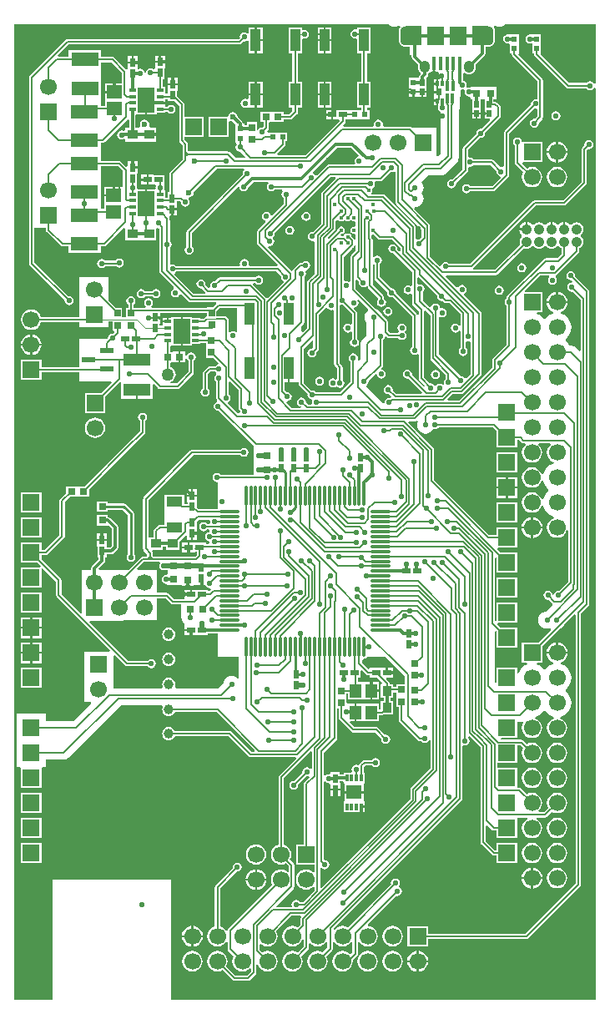
<source format=gtl>
G04 Layer_Physical_Order=1*
G04 Layer_Color=255*
%FSLAX43Y43*%
%MOMM*%
G71*
G01*
G75*
%ADD10R,2.800X1.400*%
%ADD11R,0.600X0.900*%
%ADD12R,0.900X0.600*%
%ADD13R,0.650X0.800*%
%ADD14R,0.800X0.650*%
%ADD15R,1.700X2.500*%
%ADD16R,0.675X0.350*%
%ADD17R,1.000X2.250*%
%ADD18R,1.500X1.350*%
%ADD19R,0.950X1.000*%
%ADD20R,0.700X0.700*%
%ADD21R,1.000X0.950*%
%ADD22R,0.550X0.600*%
%ADD23R,0.500X0.600*%
%ADD24R,0.500X0.650*%
%ADD25R,0.700X0.700*%
%ADD26R,0.600X0.550*%
%ADD27R,0.762X0.762*%
%ADD28R,2.700X1.250*%
%ADD29R,1.400X0.600*%
%ADD30R,0.540X0.800*%
%ADD31R,0.300X0.600*%
%ADD32R,0.300X1.000*%
%ADD33R,0.400X1.000*%
%ADD34R,0.600X0.500*%
%ADD35O,2.050X0.300*%
%ADD36O,0.300X2.050*%
%ADD37R,0.300X0.700*%
%ADD38R,1.600X1.400*%
%ADD39R,1.150X1.400*%
%ADD40R,1.550X1.000*%
%ADD41C,1.270*%
%ADD42R,0.400X1.350*%
%ADD43C,0.175*%
%ADD44C,0.200*%
%ADD45C,0.300*%
%ADD46C,0.250*%
%ADD47C,0.500*%
%ADD48C,0.150*%
%ADD49C,0.125*%
%ADD50R,0.300X0.900*%
%ADD51R,0.900X0.300*%
%ADD52R,1.800X1.900*%
%ADD53C,3.600*%
%ADD54C,1.000*%
%ADD55R,1.700X1.700*%
%ADD56C,1.700*%
%ADD57R,1.700X1.700*%
%ADD58C,1.050*%
G04:AMPARAMS|DCode=59|XSize=2.1mm|YSize=1.9mm|CornerRadius=0.494mm|HoleSize=0mm|Usage=FLASHONLY|Rotation=0.000|XOffset=0mm|YOffset=0mm|HoleType=Round|Shape=RoundedRectangle|*
%AMROUNDEDRECTD59*
21,1,2.100,0.912,0,0,0.0*
21,1,1.112,1.900,0,0,0.0*
1,1,0.988,0.556,-0.456*
1,1,0.988,-0.556,-0.456*
1,1,0.988,-0.556,0.456*
1,1,0.988,0.556,0.456*
%
%ADD59ROUNDEDRECTD59*%
G04:AMPARAMS|DCode=60|XSize=1.05mm|YSize=1.25mm|CornerRadius=0.525mm|HoleSize=0mm|Usage=FLASHONLY|Rotation=180.000|XOffset=0mm|YOffset=0mm|HoleType=Round|Shape=RoundedRectangle|*
%AMROUNDEDRECTD60*
21,1,1.050,0.200,0,0,180.0*
21,1,0.000,1.250,0,0,180.0*
1,1,1.050,0.000,0.100*
1,1,1.050,0.000,0.100*
1,1,1.050,0.000,-0.100*
1,1,1.050,0.000,-0.100*
%
%ADD60ROUNDEDRECTD60*%
%ADD61C,0.550*%
%ADD62C,0.600*%
%ADD63C,0.400*%
G36*
X59471Y93513D02*
X59321Y93468D01*
X59249Y93574D01*
X59101Y93674D01*
X58925Y93709D01*
X58749Y93674D01*
X58601Y93574D01*
X58563Y93518D01*
X56811D01*
X53889Y96439D01*
X53925Y96525D01*
X53925D01*
Y97375D01*
X53925Y97475D01*
X53925Y97625D01*
Y98475D01*
X53075D01*
Y98475D01*
X52925Y98436D01*
X52811Y98459D01*
X52635Y98424D01*
X52486Y98324D01*
X52387Y98176D01*
X52352Y98000D01*
X52387Y97824D01*
X52486Y97676D01*
X52635Y97576D01*
X52811Y97541D01*
X52925Y97564D01*
X52992Y97546D01*
X53043Y97499D01*
X53075Y97455D01*
X53075Y97375D01*
Y96525D01*
X53232D01*
Y96450D01*
X53253Y96348D01*
X53311Y96261D01*
X56511Y93061D01*
X56598Y93003D01*
X56700Y92982D01*
X58563D01*
X58601Y92926D01*
X58749Y92826D01*
X58925Y92791D01*
X59101Y92826D01*
X59249Y92926D01*
X59321Y93032D01*
X59471Y92987D01*
Y529D01*
X16411D01*
X16400Y675D01*
X16400Y679D01*
Y12675D01*
X4400D01*
Y679D01*
X4400Y675D01*
X4389Y529D01*
X529D01*
Y99471D01*
X38517D01*
X38522Y99465D01*
X38685Y99339D01*
X38875Y99261D01*
X39079Y99234D01*
X39283Y99261D01*
X39471Y99339D01*
X39590D01*
X39664Y99189D01*
X39610Y99118D01*
X39542Y98956D01*
X39534Y98893D01*
X39528Y98861D01*
X39529Y98852D01*
X39526Y98843D01*
X39524Y98820D01*
X39519Y98781D01*
Y97869D01*
X39525Y97828D01*
X39526Y97809D01*
X39528Y97802D01*
X39528Y97795D01*
X39535Y97750D01*
X39535Y97748D01*
X39542Y97694D01*
X39566Y97637D01*
X39572Y97620D01*
X39574Y97618D01*
X39577Y97610D01*
X39578Y97607D01*
X39581Y97601D01*
X39610Y97532D01*
X39717Y97392D01*
X39857Y97285D01*
X40019Y97217D01*
X40072Y97210D01*
X40076Y97209D01*
X40129Y97202D01*
X40132Y97202D01*
X40134Y97202D01*
X40137Y97201D01*
X40148Y97200D01*
X40194Y97194D01*
X40650D01*
Y96350D01*
X40819D01*
Y96225D01*
X40844Y96098D01*
X40916Y95991D01*
X41485Y95421D01*
X41469Y95300D01*
Y95100D01*
X41493Y94917D01*
X41564Y94747D01*
X41676Y94601D01*
X41716Y94570D01*
X41726Y94420D01*
X41666Y94359D01*
X41594Y94252D01*
X41572Y94142D01*
X41450Y94075D01*
X40550D01*
Y93240D01*
X40525Y93100D01*
Y93100D01*
X40525Y93100D01*
Y92700D01*
X41000D01*
Y92600D01*
X41100D01*
Y92100D01*
X41450D01*
Y92100D01*
X41800D01*
Y92625D01*
X41900D01*
Y92725D01*
X42350D01*
Y93150D01*
X42325D01*
Y94075D01*
X42374Y94130D01*
X42409Y94166D01*
X42481Y94273D01*
X42506Y94400D01*
Y94480D01*
X42528Y94489D01*
X42674Y94601D01*
X42712Y94650D01*
X43000D01*
Y95525D01*
X43200D01*
Y94650D01*
X43500D01*
X43600Y94541D01*
Y94250D01*
X43688D01*
Y93938D01*
X43538D01*
Y93438D01*
X43438D01*
Y93338D01*
X43088D01*
Y93188D01*
X43088D01*
Y92688D01*
X43558D01*
Y92488D01*
X43088D01*
Y91988D01*
X43088D01*
Y91838D01*
X43438D01*
Y91638D01*
X43088D01*
Y91238D01*
X43326D01*
X43449Y91088D01*
X43441Y91050D01*
X43476Y90874D01*
X43576Y90726D01*
X43724Y90626D01*
X43782Y90615D01*
Y86402D01*
X43473Y86093D01*
X43334Y86150D01*
Y88955D01*
X40932D01*
X40863Y89023D01*
X40772Y89084D01*
X40665Y89105D01*
X37994D01*
X37890Y89255D01*
X37909Y89350D01*
X37874Y89525D01*
X37774Y89674D01*
X37626Y89774D01*
X37450Y89809D01*
X37274Y89774D01*
X37125Y89674D01*
X37026Y89525D01*
X36991Y89350D01*
X37010Y89255D01*
X36905Y89105D01*
X33896D01*
X33834Y89255D01*
X34064Y89486D01*
X34122Y89573D01*
X34143Y89675D01*
Y89825D01*
X34435D01*
X34500Y89825D01*
Y89825D01*
X34575Y89850D01*
X34575Y89850D01*
X35425D01*
X35525Y89850D01*
X35675Y89850D01*
X36525D01*
Y90750D01*
X36268D01*
Y91050D01*
X36675D01*
Y93650D01*
X36268D01*
Y96550D01*
X36675D01*
Y99150D01*
X35325D01*
Y99041D01*
X35175Y98939D01*
X35075Y98959D01*
X34899Y98924D01*
X34751Y98824D01*
X34651Y98676D01*
X34616Y98500D01*
X34651Y98324D01*
X34751Y98176D01*
X34899Y98076D01*
X35075Y98041D01*
X35175Y98061D01*
X35325Y97959D01*
Y96550D01*
X35732D01*
Y93650D01*
X35325D01*
Y91050D01*
X35732D01*
Y90856D01*
X35626Y90750D01*
X35575D01*
X35425Y90750D01*
X34575D01*
X34575Y90750D01*
X34500Y90775D01*
Y90775D01*
X34435Y90775D01*
X33425D01*
Y90800D01*
X32875D01*
Y90300D01*
Y89800D01*
X33409D01*
X33482Y89711D01*
X33496Y89675D01*
X30034Y86212D01*
X27236D01*
X27174Y86362D01*
X27915Y87103D01*
X27973Y87190D01*
X27993Y87292D01*
Y87661D01*
X28201D01*
Y88511D01*
X27351D01*
X27251Y88511D01*
X27101Y88511D01*
X26257D01*
X26199Y88516D01*
X26147Y88672D01*
X26239Y88765D01*
X26297Y88851D01*
X26318Y88954D01*
Y89494D01*
X26424Y89600D01*
X26625Y89600D01*
X26775Y89600D01*
X27825D01*
Y89832D01*
X28540D01*
X28643Y89853D01*
X28730Y89911D01*
X29144Y90325D01*
X29198Y90361D01*
X29259Y90452D01*
X29280Y90560D01*
Y91050D01*
X29675D01*
Y93650D01*
X29280D01*
Y96550D01*
X29675D01*
Y97934D01*
X29825Y98036D01*
X29925Y98016D01*
X30101Y98051D01*
X30249Y98151D01*
X30349Y98299D01*
X30384Y98475D01*
X30349Y98651D01*
X30249Y98799D01*
X30101Y98899D01*
X29925Y98934D01*
X29825Y98914D01*
X29675Y99016D01*
Y99150D01*
X28325D01*
Y96550D01*
X28720D01*
Y93650D01*
X28325D01*
Y91050D01*
X28720D01*
Y90658D01*
X28430Y90368D01*
X27825D01*
Y90600D01*
X26775D01*
X26675Y90600D01*
X26525Y90600D01*
X25475D01*
Y89600D01*
X25782D01*
Y89130D01*
X25655Y89017D01*
X25479Y88982D01*
X25330Y88883D01*
X25250Y88763D01*
X25103Y88787D01*
X25100Y88788D01*
Y89600D01*
X24100D01*
Y89256D01*
X23850D01*
Y89400D01*
X23726D01*
X23706Y89502D01*
X23634Y89609D01*
X23157Y90087D01*
X23159Y90100D01*
X23122Y90285D01*
X23017Y90442D01*
X22860Y90547D01*
X22675Y90584D01*
X22490Y90547D01*
X22333Y90442D01*
X22228Y90285D01*
X22191Y90100D01*
X22170Y90075D01*
X20245D01*
Y88025D01*
X22295D01*
Y89602D01*
X22445Y89682D01*
X22490Y89653D01*
X22675Y89616D01*
X22688Y89618D01*
X22950Y89356D01*
Y88550D01*
X22950Y88450D01*
X22950Y88300D01*
Y87450D01*
X22993D01*
X23032Y87392D01*
X23059Y87300D01*
X22976Y87176D01*
X22941Y87000D01*
X22976Y86824D01*
X23076Y86676D01*
X23224Y86576D01*
X23400Y86541D01*
X23467Y86555D01*
X23980Y86041D01*
X23923Y85903D01*
X22985D01*
X22377Y86511D01*
X22286Y86572D01*
X22179Y86593D01*
X18210D01*
X18141Y86662D01*
Y87327D01*
X18141Y87327D01*
X18120Y87434D01*
X18059Y87525D01*
X17787Y87797D01*
Y88025D01*
X19755D01*
Y90075D01*
X17787D01*
Y91343D01*
X17766Y91451D01*
X17705Y91542D01*
X17025Y92222D01*
Y92750D01*
X17050D01*
Y93300D01*
X16550D01*
X16050D01*
Y92750D01*
X16075D01*
Y92420D01*
X15812D01*
Y93140D01*
X15568D01*
Y93932D01*
X15753D01*
Y95007D01*
X15778D01*
Y95557D01*
X15278D01*
X14778D01*
Y95007D01*
X14757Y94979D01*
X14653Y94882D01*
X14504Y94981D01*
X14328Y95016D01*
X14153Y94981D01*
X14004Y94882D01*
X13904Y94733D01*
X13877Y94595D01*
X13724D01*
X13708Y94676D01*
X13608Y94824D01*
X13460Y94924D01*
X13284Y94959D01*
X13142Y94931D01*
X13036Y94996D01*
X13000Y95032D01*
Y95500D01*
X12500D01*
X12000D01*
Y94959D01*
X11950Y94920D01*
X11895Y94882D01*
X11875Y94880D01*
X10666Y96088D01*
X10575Y96149D01*
X10468Y96170D01*
X9275D01*
Y96840D01*
X5975D01*
Y96170D01*
X4946D01*
X4884Y96320D01*
X5995Y97432D01*
X23363D01*
X23470Y97453D01*
X23561Y97514D01*
X23798Y97752D01*
X23850Y97741D01*
X24026Y97776D01*
X24150Y97859D01*
X24242Y97832D01*
X24300Y97794D01*
Y96525D01*
X24900D01*
Y97850D01*
Y99175D01*
X24300D01*
Y98606D01*
X24242Y98568D01*
X24150Y98541D01*
X24026Y98624D01*
X23850Y98659D01*
X23674Y98624D01*
X23526Y98524D01*
X23426Y98376D01*
X23391Y98200D01*
X23402Y98148D01*
X23246Y97993D01*
X5879D01*
X5772Y97972D01*
X5681Y97911D01*
X2077Y94307D01*
X2016Y94216D01*
X1995Y94108D01*
Y75225D01*
X2016Y75118D01*
X2077Y75027D01*
X5602Y71502D01*
X5591Y71450D01*
X5626Y71274D01*
X5726Y71126D01*
X5874Y71026D01*
X6050Y70991D01*
X6226Y71026D01*
X6374Y71126D01*
X6474Y71274D01*
X6509Y71450D01*
X6474Y71626D01*
X6374Y71774D01*
X6226Y71874D01*
X6050Y71909D01*
X5998Y71898D01*
X2555Y75341D01*
Y78790D01*
X3732D01*
Y78605D01*
X3753Y78503D01*
X3811Y78416D01*
X5211Y77016D01*
X5298Y76958D01*
X5400Y76937D01*
X5975D01*
Y76255D01*
X9275D01*
Y76937D01*
X9600D01*
X9702Y76958D01*
X9789Y77016D01*
X11586Y78813D01*
X11725Y78756D01*
Y77530D01*
X14875Y77580D01*
Y78703D01*
X14999Y78805D01*
X15143Y78783D01*
X15197Y78708D01*
Y74435D01*
X15218Y74333D01*
X15276Y74246D01*
X16705Y72816D01*
X16661Y72648D01*
X16551Y72574D01*
X16451Y72426D01*
X16416Y72250D01*
X16451Y72074D01*
X16551Y71926D01*
X16699Y71826D01*
X16875Y71791D01*
X17051Y71826D01*
X17199Y71926D01*
X17273Y72036D01*
X17441Y72080D01*
X18181Y71341D01*
X18268Y71283D01*
X18370Y71262D01*
X20976D01*
X21007Y71217D01*
X21034Y71112D01*
X20671Y70750D01*
X20025D01*
Y70723D01*
X14453D01*
X14408Y70873D01*
X14449Y70901D01*
X14549Y71049D01*
X14584Y71225D01*
X14549Y71401D01*
X14449Y71549D01*
X14301Y71649D01*
X14125Y71684D01*
X13949Y71649D01*
X13801Y71549D01*
X13701Y71401D01*
X13666Y71225D01*
X13701Y71049D01*
X13801Y70901D01*
X13842Y70873D01*
X13797Y70723D01*
X12825D01*
Y70730D01*
X12593D01*
Y71063D01*
X12649Y71101D01*
X12749Y71249D01*
X12784Y71425D01*
X12749Y71601D01*
X12649Y71749D01*
X12501Y71849D01*
X12325Y71884D01*
X12149Y71849D01*
X12001Y71749D01*
X11901Y71601D01*
X11866Y71425D01*
X11901Y71249D01*
X12001Y71101D01*
X12057Y71063D01*
Y70730D01*
X11825D01*
Y69797D01*
X11450D01*
Y70730D01*
X10831D01*
X10080Y71481D01*
Y73853D01*
X7120D01*
Y69778D01*
X3221D01*
X3117Y70027D01*
X2953Y70241D01*
X2739Y70405D01*
X2490Y70509D01*
X2222Y70544D01*
X1954Y70509D01*
X1705Y70405D01*
X1491Y70241D01*
X1327Y70027D01*
X1223Y69778D01*
X1188Y69510D01*
X1223Y69242D01*
X1327Y68993D01*
X1491Y68779D01*
X1705Y68615D01*
X1954Y68511D01*
X2222Y68476D01*
X2490Y68511D01*
X2739Y68615D01*
X2953Y68779D01*
X3117Y68993D01*
X3221Y69242D01*
X7120D01*
Y68772D01*
X10080D01*
Y69313D01*
X10450D01*
Y68380D01*
X10596D01*
X10646Y68230D01*
X10517Y68100D01*
X10450Y68114D01*
X10274Y68079D01*
X10126Y67979D01*
X10026Y67831D01*
X9991Y67655D01*
X9946Y67600D01*
X7075D01*
Y64698D01*
X3247D01*
Y65455D01*
X1197D01*
Y63405D01*
X3247D01*
Y64162D01*
X7075D01*
Y63280D01*
X10331D01*
X10388Y63141D01*
X9346Y62100D01*
X7675D01*
Y60050D01*
X9725D01*
Y61721D01*
X11200Y63196D01*
X11350Y63134D01*
Y61505D01*
X14550D01*
Y62926D01*
X14689Y62983D01*
X15086Y62586D01*
X15173Y62528D01*
X15275Y62507D01*
X17075D01*
X17177Y62528D01*
X17264Y62586D01*
X18639Y63961D01*
X18697Y64048D01*
X18718Y64150D01*
Y65363D01*
X18774Y65401D01*
X18874Y65549D01*
X18909Y65725D01*
X18874Y65901D01*
X18774Y66049D01*
X18626Y66149D01*
X18450Y66184D01*
X18274Y66149D01*
X18126Y66049D01*
X18026Y65901D01*
X18025Y65895D01*
X17875Y65910D01*
Y66255D01*
X17375D01*
Y65730D01*
Y65205D01*
X17875D01*
Y65540D01*
X18025Y65555D01*
X18026Y65549D01*
X18126Y65401D01*
X18182Y65363D01*
Y64261D01*
X16964Y63043D01*
X16381D01*
X16351Y63193D01*
X16483Y63247D01*
X16653Y63377D01*
X16783Y63547D01*
X16864Y63744D01*
X16892Y63955D01*
X16864Y64166D01*
X16783Y64364D01*
X16653Y64533D01*
X16483Y64663D01*
X16343Y64721D01*
Y65124D01*
X16449Y65230D01*
X16535D01*
X16675Y65205D01*
X16790Y65205D01*
X17175D01*
Y65730D01*
Y66255D01*
X16790D01*
X16675Y66255D01*
X16535Y66230D01*
X16449D01*
X16343Y66336D01*
Y66794D01*
X16438Y66905D01*
X17388D01*
Y68355D01*
Y69805D01*
X16438D01*
Y69705D01*
X16176D01*
Y69330D01*
X16076D01*
Y69230D01*
X15538D01*
Y68955D01*
X15402Y68922D01*
X15250D01*
Y69080D01*
X15275D01*
Y69630D01*
X14775D01*
Y69830D01*
X15275D01*
Y70187D01*
X20025D01*
Y69820D01*
X19977Y69811D01*
X19895Y69755D01*
X19724Y69585D01*
X19413D01*
Y69680D01*
X18538D01*
Y69805D01*
X17588D01*
Y68355D01*
Y66905D01*
X18538D01*
Y67030D01*
X19413D01*
Y67112D01*
X20000D01*
Y66800D01*
X20000D01*
Y66750D01*
X20000D01*
Y65600D01*
X20696D01*
X21205Y65091D01*
X21156Y64928D01*
X21102Y64917D01*
X20953Y64818D01*
X20915Y64761D01*
X20294D01*
X20191Y64741D01*
X20104Y64683D01*
X19686Y64264D01*
X19628Y64177D01*
X19607Y64075D01*
Y62525D01*
X19551Y62487D01*
X19451Y62338D01*
X19416Y62162D01*
X19451Y61987D01*
X19551Y61838D01*
X19699Y61739D01*
X19875Y61704D01*
X20051Y61739D01*
X20199Y61838D01*
X20299Y61987D01*
X20334Y62162D01*
X20299Y62338D01*
X20199Y62487D01*
X20143Y62525D01*
Y63964D01*
X20404Y64226D01*
X20915D01*
X20953Y64169D01*
X21006Y64134D01*
Y63953D01*
X20953Y63918D01*
X20853Y63769D01*
X20818Y63593D01*
X20853Y63418D01*
X20953Y63269D01*
X21010Y63231D01*
Y61544D01*
X21030Y61442D01*
X21088Y61355D01*
X21109Y61334D01*
X21059Y61171D01*
X21008Y61161D01*
X20859Y61062D01*
X20760Y60913D01*
X20725Y60737D01*
X20760Y60562D01*
X20859Y60413D01*
X21008Y60313D01*
X21184Y60279D01*
X21229Y60288D01*
X24756Y56760D01*
X24776Y53874D01*
X24670Y53768D01*
X21429D01*
X21391Y53824D01*
X21242Y53924D01*
X21066Y53959D01*
X20891Y53924D01*
X20742Y53824D01*
X20642Y53676D01*
X20607Y53500D01*
X20642Y53324D01*
X20742Y53176D01*
X20891Y53076D01*
X21066Y53041D01*
X21123Y52995D01*
Y50268D01*
X19201D01*
X19025Y50444D01*
Y50990D01*
X19050D01*
Y51540D01*
X18050D01*
Y50990D01*
X18075D01*
Y50808D01*
X17725D01*
Y51775D01*
X15725D01*
Y48718D01*
X15283D01*
X15181Y48697D01*
X15094Y48639D01*
X14711Y48256D01*
X14653Y48169D01*
X14632Y48067D01*
Y47450D01*
X14225D01*
Y47450D01*
X14097Y47504D01*
Y51222D01*
X18661Y55786D01*
X23451D01*
X23492Y55726D01*
X23641Y55626D01*
X23816Y55591D01*
X23992Y55626D01*
X24141Y55726D01*
X24240Y55874D01*
X24275Y56050D01*
X24240Y56226D01*
X24141Y56374D01*
X23992Y56474D01*
X23816Y56509D01*
X23641Y56474D01*
X23492Y56374D01*
X23456Y56321D01*
X18551D01*
X18448Y56301D01*
X18361Y56243D01*
X13640Y51522D01*
X13582Y51435D01*
X13562Y51333D01*
Y46280D01*
X13582Y46177D01*
X13640Y46090D01*
X13994Y45737D01*
Y45595D01*
X13889Y45491D01*
X13533D01*
X13431Y45470D01*
X13344Y45412D01*
X12051Y44120D01*
X9143D01*
X9081Y44270D01*
X9651Y44840D01*
X9722Y44948D01*
X9748Y45074D01*
Y45425D01*
X9891D01*
Y45719D01*
X10338D01*
X10465Y45744D01*
X10572Y45816D01*
X10950Y46194D01*
X11022Y46301D01*
X11047Y46428D01*
Y48453D01*
X11022Y48580D01*
X10950Y48687D01*
X10248Y49390D01*
X10140Y49461D01*
X10013Y49487D01*
X9957D01*
Y49680D01*
X8907D01*
Y48630D01*
X9957D01*
Y48630D01*
X10037Y48663D01*
X10385Y48316D01*
Y46565D01*
X10201Y46381D01*
X9992D01*
X9916Y46500D01*
Y47050D01*
X9416D01*
X8916D01*
Y46500D01*
X8941D01*
Y45425D01*
X9085D01*
Y45212D01*
X8401Y44527D01*
X8329Y44420D01*
X8304Y44293D01*
Y44120D01*
X7375D01*
Y39760D01*
X7236Y39703D01*
X5285Y41655D01*
Y43075D01*
X5264Y43177D01*
X5206Y43264D01*
X3247Y45224D01*
Y45602D01*
X3700D01*
X3803Y45623D01*
X3890Y45681D01*
X5541Y47332D01*
X5599Y47419D01*
X5619Y47521D01*
Y51041D01*
X6179Y51600D01*
X6775D01*
X6875Y51600D01*
X7025Y51600D01*
X8075D01*
Y52296D01*
X12062Y56284D01*
X13714Y57936D01*
X13772Y58023D01*
X13793Y58125D01*
Y59244D01*
X13849Y59282D01*
X13949Y59431D01*
X13984Y59606D01*
X13949Y59782D01*
X13849Y59931D01*
X13701Y60030D01*
X13525Y60065D01*
X13349Y60030D01*
X13201Y59931D01*
X13101Y59782D01*
X13066Y59606D01*
X13101Y59431D01*
X13201Y59282D01*
X13257Y59244D01*
Y58236D01*
X11684Y56662D01*
X7622Y52600D01*
X7025D01*
X6925Y52600D01*
X6775Y52600D01*
X5725D01*
Y51904D01*
X5162Y51341D01*
X5104Y51254D01*
X5084Y51151D01*
Y47632D01*
X3589Y46138D01*
X3247D01*
Y46895D01*
X1197D01*
Y44845D01*
X2868D01*
X3208Y44505D01*
X3146Y44355D01*
X1197D01*
Y42305D01*
X3247D01*
Y44254D01*
X3397Y44317D01*
X4749Y42964D01*
Y41544D01*
X4770Y41441D01*
X4828Y41355D01*
X10219Y35964D01*
X10161Y35825D01*
X7605D01*
Y30745D01*
X8258D01*
X8315Y30606D01*
X6505Y28796D01*
X3672D01*
Y29540D01*
X772D01*
Y26640D01*
Y24100D01*
X1074D01*
X1197Y24035D01*
X1197Y23950D01*
Y21985D01*
X3247D01*
Y23950D01*
X3247Y24035D01*
X3370Y24100D01*
X3672D01*
Y24857D01*
X5512D01*
X5692Y24880D01*
X5761Y24909D01*
X5859Y24949D01*
X6003Y25060D01*
X11329Y30386D01*
X15492D01*
X15574Y30236D01*
X15532Y30134D01*
X15509Y29957D01*
X15532Y29781D01*
X15600Y29617D01*
X15708Y29476D01*
X15849Y29368D01*
X16014Y29300D01*
X16190Y29276D01*
X16366Y29300D01*
X16530Y29368D01*
X16671Y29476D01*
X16779Y29617D01*
X16810Y29690D01*
X21038D01*
X24909Y25819D01*
X24852Y25680D01*
X24572D01*
X22565Y27687D01*
X22479Y27745D01*
X22376Y27765D01*
X16810D01*
X16779Y27838D01*
X16671Y27979D01*
X16530Y28087D01*
X16366Y28155D01*
X16190Y28178D01*
X16014Y28155D01*
X15849Y28087D01*
X15708Y27979D01*
X15600Y27838D01*
X15532Y27674D01*
X15509Y27497D01*
X15532Y27321D01*
X15600Y27157D01*
X15708Y27016D01*
X15849Y26908D01*
X16014Y26840D01*
X16190Y26816D01*
X16366Y26840D01*
X16530Y26908D01*
X16671Y27016D01*
X16779Y27157D01*
X16810Y27230D01*
X22265D01*
X24272Y25223D01*
X24359Y25165D01*
X24461Y25145D01*
X29026D01*
X29084Y25006D01*
X27382Y23304D01*
X27324Y23217D01*
X27304Y23115D01*
Y16249D01*
X27054Y16146D01*
X26840Y15981D01*
X26676Y15767D01*
X26573Y15518D01*
X26537Y15250D01*
X26573Y14983D01*
X26676Y14733D01*
X26840Y14519D01*
X27054Y14355D01*
X27304Y14252D01*
X27571Y14216D01*
X27839Y14252D01*
X28088Y14355D01*
X28376Y14067D01*
Y13574D01*
X28226Y13500D01*
X28088Y13606D01*
X27839Y13709D01*
X27571Y13744D01*
X27304Y13709D01*
X27054Y13606D01*
X26840Y13441D01*
X26676Y13227D01*
X26573Y12978D01*
X26537Y12710D01*
X26573Y12443D01*
X26676Y12193D01*
X22209Y7727D01*
X22151Y7640D01*
X22134Y7554D01*
X22094Y7533D01*
X21981Y7519D01*
X21841Y7701D01*
X21627Y7865D01*
X21378Y7969D01*
Y11835D01*
X23062Y13520D01*
X23129Y13507D01*
X23305Y13542D01*
X23454Y13641D01*
X23553Y13790D01*
X23588Y13966D01*
X23553Y14141D01*
X23454Y14290D01*
X23305Y14389D01*
X23129Y14424D01*
X22954Y14389D01*
X22805Y14290D01*
X22705Y14141D01*
X22670Y13966D01*
X22684Y13899D01*
X20921Y12136D01*
X20863Y12049D01*
X20842Y11946D01*
Y7969D01*
X20593Y7865D01*
X20379Y7701D01*
X20215Y7487D01*
X20111Y7238D01*
X20076Y6970D01*
X20111Y6702D01*
X20215Y6453D01*
X20379Y6239D01*
X20593Y6075D01*
X20842Y5971D01*
X21110Y5936D01*
X21378Y5971D01*
X21627Y6075D01*
X21841Y6239D01*
X21981Y6421D01*
X22119Y6389D01*
X22131Y6383D01*
Y5681D01*
X22151Y5579D01*
X22209Y5492D01*
X22755Y4947D01*
X22651Y4698D01*
X22616Y4430D01*
X22651Y4162D01*
X22755Y3913D01*
X22919Y3699D01*
X23133Y3535D01*
X23382Y3431D01*
X23650Y3396D01*
X23918Y3431D01*
X24167Y3535D01*
X24381Y3699D01*
X24398Y3721D01*
X24540Y3673D01*
Y3386D01*
X24131Y2977D01*
X22942D01*
X22005Y3913D01*
X22109Y4162D01*
X22144Y4430D01*
X22109Y4698D01*
X22005Y4947D01*
X21841Y5161D01*
X21627Y5325D01*
X21378Y5429D01*
X21110Y5464D01*
X20842Y5429D01*
X20593Y5325D01*
X20379Y5161D01*
X20215Y4947D01*
X20111Y4698D01*
X20076Y4430D01*
X20111Y4162D01*
X20215Y3913D01*
X20379Y3699D01*
X20593Y3535D01*
X20842Y3431D01*
X21110Y3396D01*
X21378Y3431D01*
X21627Y3535D01*
X22642Y2520D01*
X22728Y2462D01*
X22831Y2441D01*
X24242D01*
X24344Y2462D01*
X24431Y2520D01*
X24997Y3085D01*
X25055Y3172D01*
X25075Y3275D01*
Y4051D01*
X25225Y4081D01*
X25295Y3913D01*
X25459Y3699D01*
X25673Y3535D01*
X25922Y3431D01*
X26190Y3396D01*
X26458Y3431D01*
X26707Y3535D01*
X26921Y3699D01*
X27085Y3913D01*
X27189Y4162D01*
X27224Y4430D01*
X27189Y4698D01*
X27085Y4947D01*
X26921Y5161D01*
X26707Y5325D01*
X26458Y5429D01*
X26190Y5464D01*
X25922Y5429D01*
X25673Y5325D01*
X25385Y5613D01*
Y6107D01*
X25535Y6181D01*
X25673Y6075D01*
X25922Y5971D01*
X26190Y5936D01*
X26458Y5971D01*
X26707Y6075D01*
X26921Y6239D01*
X27085Y6453D01*
X27189Y6702D01*
X27224Y6970D01*
X27189Y7238D01*
X27085Y7487D01*
X28639Y9040D01*
X29523D01*
X29584Y8890D01*
X29555Y8847D01*
X29534Y8744D01*
Y8153D01*
X29247Y7865D01*
X28998Y7969D01*
X28730Y8004D01*
X28462Y7969D01*
X28213Y7865D01*
X27999Y7701D01*
X27835Y7487D01*
X27731Y7238D01*
X27696Y6970D01*
X27731Y6702D01*
X27835Y6453D01*
X27999Y6239D01*
X28213Y6075D01*
X28462Y5971D01*
X28730Y5936D01*
X28998Y5971D01*
X29247Y6075D01*
X29461Y6239D01*
X29625Y6453D01*
X29694Y6620D01*
X29844Y6590D01*
Y5923D01*
X29247Y5325D01*
X28998Y5429D01*
X28730Y5464D01*
X28462Y5429D01*
X28213Y5325D01*
X27999Y5161D01*
X27835Y4947D01*
X27731Y4698D01*
X27696Y4430D01*
X27731Y4162D01*
X27835Y3913D01*
X27999Y3699D01*
X28213Y3535D01*
X28462Y3431D01*
X28730Y3396D01*
X28998Y3431D01*
X29247Y3535D01*
X29461Y3699D01*
X29625Y3913D01*
X29729Y4162D01*
X29764Y4430D01*
X29729Y4698D01*
X29625Y4947D01*
X30301Y5623D01*
X30359Y5710D01*
X30380Y5812D01*
Y6213D01*
X30522Y6261D01*
X30539Y6239D01*
X30753Y6075D01*
X31002Y5971D01*
X31270Y5936D01*
X31538Y5971D01*
X31787Y6075D01*
X32001Y6239D01*
X32122Y6397D01*
X32272Y6346D01*
Y5811D01*
X31787Y5325D01*
X31538Y5429D01*
X31270Y5464D01*
X31002Y5429D01*
X30753Y5325D01*
X30539Y5161D01*
X30375Y4947D01*
X30271Y4698D01*
X30236Y4430D01*
X30271Y4162D01*
X30375Y3913D01*
X30539Y3699D01*
X30753Y3535D01*
X31002Y3431D01*
X31270Y3396D01*
X31538Y3431D01*
X31787Y3535D01*
X32001Y3699D01*
X32165Y3913D01*
X32269Y4162D01*
X32304Y4430D01*
X32269Y4698D01*
X32165Y4947D01*
X32729Y5511D01*
X32787Y5598D01*
X32808Y5700D01*
Y6346D01*
X32958Y6397D01*
X33079Y6239D01*
X33293Y6075D01*
X33542Y5971D01*
X33810Y5936D01*
X34078Y5971D01*
X34327Y6075D01*
X34541Y6239D01*
X34675Y6413D01*
X34825Y6363D01*
Y5314D01*
X34664Y5153D01*
X34541Y5161D01*
X34327Y5325D01*
X34078Y5429D01*
X33810Y5464D01*
X33542Y5429D01*
X33293Y5325D01*
X33079Y5161D01*
X32915Y4947D01*
X32811Y4698D01*
X32776Y4430D01*
X32811Y4162D01*
X32915Y3913D01*
X33079Y3699D01*
X33293Y3535D01*
X33542Y3431D01*
X33810Y3396D01*
X34078Y3431D01*
X34327Y3535D01*
X34541Y3699D01*
X34705Y3913D01*
X34809Y4162D01*
X34844Y4430D01*
X34827Y4559D01*
X35282Y5014D01*
X35340Y5100D01*
X35360Y5203D01*
Y6330D01*
X35510Y6381D01*
X35619Y6239D01*
X35833Y6075D01*
X36082Y5971D01*
X36350Y5936D01*
X36618Y5971D01*
X36867Y6075D01*
X37081Y6239D01*
X37245Y6453D01*
X37349Y6702D01*
X37384Y6970D01*
X37349Y7238D01*
X37245Y7487D01*
X37081Y7701D01*
X36867Y7865D01*
X36618Y7969D01*
X36431Y7993D01*
X36377Y8152D01*
X39289Y11064D01*
X39367Y11048D01*
X39542Y11083D01*
X39691Y11182D01*
X39791Y11331D01*
X39825Y11507D01*
X39791Y11682D01*
X39691Y11831D01*
X39578Y11907D01*
X39540Y11958D01*
X39531Y12086D01*
X39590Y12174D01*
X39625Y12350D01*
X39590Y12526D01*
X39491Y12674D01*
X39342Y12774D01*
X39166Y12809D01*
X38991Y12774D01*
X38842Y12674D01*
X38742Y12526D01*
X38707Y12350D01*
X38725Y12263D01*
X34327Y7865D01*
X34078Y7969D01*
X33810Y8004D01*
X33542Y7969D01*
X33293Y7865D01*
X33079Y7701D01*
X33035Y7643D01*
X32875Y7681D01*
X32864Y7733D01*
X45884Y20752D01*
X45942Y20839D01*
X45944Y20850D01*
X45956Y20868D01*
X45976Y20970D01*
Y26240D01*
X46126Y26343D01*
X46224Y26323D01*
X46400Y26358D01*
X46549Y26457D01*
X46648Y26606D01*
X46683Y26782D01*
X46648Y26957D01*
X46549Y27106D01*
X46545Y27109D01*
X46550Y27189D01*
X46703Y27248D01*
X47826Y26125D01*
Y16472D01*
X47846Y16370D01*
X47904Y16283D01*
X48987Y15201D01*
X49074Y15143D01*
X49176Y15122D01*
X49457D01*
Y14365D01*
X51507D01*
Y16415D01*
X49457D01*
Y15658D01*
X49287D01*
X48361Y16583D01*
Y18140D01*
X48500Y18197D01*
X48956Y17741D01*
X49043Y17683D01*
X49145Y17662D01*
X49457D01*
Y16905D01*
X51507D01*
Y18955D01*
X51635Y19009D01*
X52565D01*
X52595Y18859D01*
X52513Y18825D01*
X52299Y18661D01*
X52135Y18447D01*
X52031Y18198D01*
X51996Y17930D01*
X52031Y17662D01*
X52135Y17413D01*
X52299Y17199D01*
X52513Y17035D01*
X52762Y16931D01*
X53030Y16896D01*
X53298Y16931D01*
X53547Y17035D01*
X53761Y17199D01*
X53925Y17413D01*
X54029Y17662D01*
X54064Y17930D01*
X54029Y18198D01*
X53925Y18447D01*
X53761Y18661D01*
X53547Y18825D01*
X53465Y18859D01*
X53495Y19009D01*
X54377D01*
X54479Y19030D01*
X54566Y19088D01*
X55053Y19575D01*
X55302Y19471D01*
X55570Y19436D01*
X55838Y19471D01*
X56087Y19575D01*
X56301Y19739D01*
X56465Y19953D01*
X56569Y20202D01*
X56604Y20470D01*
X56569Y20738D01*
X56465Y20987D01*
X56301Y21201D01*
X56087Y21365D01*
X55838Y21469D01*
X55570Y21504D01*
X55302Y21469D01*
X55053Y21365D01*
X54839Y21201D01*
X54675Y20987D01*
X54571Y20738D01*
X54536Y20470D01*
X54571Y20202D01*
X54675Y19953D01*
X54266Y19544D01*
X53754D01*
X53703Y19694D01*
X53761Y19739D01*
X53925Y19953D01*
X54029Y20202D01*
X54064Y20470D01*
X54029Y20738D01*
X53925Y20987D01*
X53761Y21201D01*
X53547Y21365D01*
X53298Y21469D01*
X53030Y21504D01*
X52762Y21469D01*
X52513Y21365D01*
X51945Y21933D01*
X51858Y21991D01*
X51756Y22012D01*
X51507D01*
Y24035D01*
X49532D01*
Y24525D01*
X51507D01*
Y26355D01*
X51847D01*
X52135Y26067D01*
X52031Y25818D01*
X51996Y25550D01*
X52031Y25282D01*
X52135Y25033D01*
X52299Y24819D01*
X52513Y24655D01*
X52762Y24551D01*
X53030Y24516D01*
X53298Y24551D01*
X53547Y24655D01*
X53761Y24819D01*
X53925Y25033D01*
X54029Y25282D01*
X54064Y25550D01*
X54029Y25818D01*
X53925Y26067D01*
X53761Y26281D01*
X53547Y26445D01*
X53298Y26549D01*
X53030Y26584D01*
X52762Y26549D01*
X52513Y26445D01*
X52147Y26812D01*
X52060Y26870D01*
X51958Y26890D01*
X49864D01*
X49847Y26915D01*
X49928Y27065D01*
X51507D01*
Y28713D01*
X51807D01*
X51986Y28737D01*
X52073Y28773D01*
X52167Y28649D01*
X52135Y28607D01*
X52031Y28358D01*
X51996Y28090D01*
X52031Y27822D01*
X52135Y27573D01*
X52299Y27359D01*
X52513Y27195D01*
X52762Y27091D01*
X53030Y27056D01*
X53298Y27091D01*
X53547Y27195D01*
X53761Y27359D01*
X53925Y27573D01*
X54029Y27822D01*
X54064Y28090D01*
X54029Y28358D01*
X53925Y28607D01*
X53761Y28821D01*
X53547Y28985D01*
X53366Y29060D01*
X53386Y29214D01*
X53409Y29217D01*
X53761Y29363D01*
X54064Y29596D01*
X54205Y29780D01*
X54395D01*
X54536Y29596D01*
X54839Y29363D01*
X55191Y29217D01*
X55214Y29214D01*
X55234Y29060D01*
X55053Y28985D01*
X54839Y28821D01*
X54675Y28607D01*
X54571Y28358D01*
X54536Y28090D01*
X54571Y27822D01*
X54675Y27573D01*
X54839Y27359D01*
X55053Y27195D01*
X55302Y27091D01*
X55570Y27056D01*
X55838Y27091D01*
X56087Y27195D01*
X56301Y27359D01*
X56465Y27573D01*
X56569Y27822D01*
X56604Y28090D01*
X56569Y28358D01*
X56465Y28607D01*
X56301Y28821D01*
X56087Y28985D01*
X55906Y29060D01*
X55926Y29214D01*
X55949Y29217D01*
X56301Y29363D01*
X56604Y29596D01*
X56837Y29899D01*
X56983Y30251D01*
X57033Y30630D01*
X56983Y31009D01*
X56837Y31361D01*
X56604Y31664D01*
X56420Y31805D01*
Y31995D01*
X56604Y32136D01*
X56837Y32439D01*
X56983Y32791D01*
X57033Y33170D01*
X56983Y33549D01*
X56837Y33901D01*
X56604Y34204D01*
X56301Y34437D01*
X55966Y34575D01*
X55951Y34633D01*
X55955Y34733D01*
X56100Y34793D01*
X56319Y34961D01*
X56487Y35180D01*
X56593Y35436D01*
X56616Y35610D01*
X55570D01*
X54524D01*
X54547Y35436D01*
X54653Y35180D01*
X54821Y34961D01*
X55040Y34793D01*
X55185Y34733D01*
X55189Y34633D01*
X55174Y34575D01*
X54839Y34437D01*
X54536Y34204D01*
X54395Y34020D01*
X54205D01*
X54064Y34204D01*
X53761Y34437D01*
X53524Y34535D01*
X53553Y34685D01*
X54055D01*
Y36356D01*
X55900Y38202D01*
X55963Y38228D01*
X56146Y38368D01*
X56286Y38551D01*
X56312Y38613D01*
X57299Y39601D01*
X57438Y39544D01*
Y12334D01*
X52342Y7238D01*
X42455D01*
Y7995D01*
X40405D01*
Y5945D01*
X42455D01*
Y6702D01*
X52453D01*
X52555Y6723D01*
X52642Y6781D01*
X57895Y12034D01*
X57953Y12121D01*
X57973Y12223D01*
Y39664D01*
X58755Y40446D01*
X58813Y40533D01*
X58833Y40635D01*
Y72359D01*
X58813Y72462D01*
X58755Y72549D01*
X57408Y73896D01*
X57421Y73963D01*
X57386Y74138D01*
X57287Y74287D01*
X57138Y74386D01*
X56963Y74421D01*
X56787Y74386D01*
X56638Y74287D01*
X56539Y74138D01*
X56504Y73963D01*
X56539Y73787D01*
X56638Y73638D01*
X56787Y73539D01*
X56963Y73504D01*
X57029Y73517D01*
X57142Y73404D01*
X57068Y73266D01*
X57067Y73266D01*
X56892Y73231D01*
X56743Y73132D01*
X56643Y72983D01*
X56608Y72808D01*
X56643Y72632D01*
X56743Y72483D01*
X56892Y72384D01*
X57067Y72349D01*
X57134Y72362D01*
X57988Y71508D01*
Y66354D01*
X57849Y66297D01*
X57466Y66680D01*
X57322Y66791D01*
X57224Y66831D01*
X57155Y66860D01*
X56975Y66883D01*
X56852D01*
X56837Y66921D01*
X56604Y67224D01*
X56420Y67365D01*
Y67555D01*
X56604Y67696D01*
X56837Y67999D01*
X56983Y68351D01*
X57033Y68730D01*
X56983Y69109D01*
X56837Y69461D01*
X56604Y69764D01*
X56301Y69997D01*
X55966Y70135D01*
X55951Y70193D01*
X55955Y70293D01*
X56100Y70353D01*
X56319Y70521D01*
X56487Y70740D01*
X56593Y70996D01*
X56616Y71170D01*
X55570D01*
X54524D01*
X54547Y70996D01*
X54653Y70740D01*
X54821Y70521D01*
X55040Y70353D01*
X55185Y70293D01*
X55189Y70193D01*
X55174Y70135D01*
X54839Y69997D01*
X54536Y69764D01*
X54395Y69580D01*
X54205D01*
X54064Y69764D01*
X53761Y69997D01*
X53524Y70095D01*
X53553Y70245D01*
X54055D01*
Y72295D01*
X52372D01*
X52314Y72434D01*
X53850Y73970D01*
X54723D01*
X54767Y73849D01*
X54772Y73820D01*
X54676Y73676D01*
X54641Y73500D01*
X54676Y73324D01*
X54776Y73176D01*
X54924Y73076D01*
X55100Y73041D01*
X55276Y73076D01*
X55424Y73176D01*
X55524Y73324D01*
X55559Y73500D01*
X55524Y73676D01*
X55424Y73824D01*
X55417Y73829D01*
X55449Y73989D01*
X55460Y73991D01*
X55551Y74052D01*
X57748Y76249D01*
X57809Y76340D01*
X57830Y76447D01*
Y76783D01*
X57903Y76814D01*
X58049Y76926D01*
X58161Y77072D01*
X58232Y77242D01*
X58256Y77425D01*
X58232Y77608D01*
X58161Y77778D01*
X58049Y77924D01*
X57996Y77965D01*
Y78155D01*
X58049Y78196D01*
X58161Y78342D01*
X58232Y78512D01*
X58256Y78695D01*
X58232Y78878D01*
X58161Y79048D01*
X58049Y79194D01*
X57903Y79306D01*
X57733Y79377D01*
X57550Y79401D01*
X57367Y79377D01*
X57197Y79306D01*
X57051Y79194D01*
X57025Y79161D01*
X56836Y79161D01*
X56797Y79212D01*
X56646Y79328D01*
X56469Y79401D01*
X56380Y79413D01*
Y78695D01*
X56180D01*
Y79413D01*
X56091Y79401D01*
X55914Y79328D01*
X55763Y79212D01*
X55740Y79182D01*
X55550D01*
X55527Y79212D01*
X55376Y79328D01*
X55199Y79401D01*
X55110Y79413D01*
Y78695D01*
X54910D01*
Y79413D01*
X54821Y79401D01*
X54644Y79328D01*
X54493Y79212D01*
X54454Y79161D01*
X54265Y79161D01*
X54239Y79194D01*
X54093Y79306D01*
X53923Y79377D01*
X53740Y79401D01*
X53557Y79377D01*
X53387Y79306D01*
X53241Y79194D01*
X53215Y79161D01*
X53026Y79161D01*
X52987Y79212D01*
X52836Y79328D01*
X52659Y79401D01*
X52570Y79413D01*
Y78695D01*
X52470D01*
Y78595D01*
X51752D01*
X51764Y78506D01*
X51837Y78329D01*
X51953Y78178D01*
X52004Y78139D01*
Y77950D01*
X51971Y77924D01*
X51859Y77778D01*
X51788Y77608D01*
X51764Y77425D01*
X51788Y77242D01*
X51823Y77157D01*
X49234Y74568D01*
X47097D01*
X47050Y74688D01*
X47048Y74718D01*
X53432Y81101D01*
X56294D01*
X56396Y81121D01*
X56483Y81179D01*
X58489Y83186D01*
X58547Y83272D01*
X58567Y83375D01*
Y86664D01*
X58733Y86830D01*
X58800Y86816D01*
X58976Y86851D01*
X59124Y86951D01*
X59224Y87099D01*
X59259Y87275D01*
X59224Y87451D01*
X59124Y87599D01*
X58976Y87699D01*
X58800Y87734D01*
X58624Y87699D01*
X58476Y87599D01*
X58376Y87451D01*
X58341Y87275D01*
X58355Y87208D01*
X58111Y86964D01*
X58053Y86877D01*
X58032Y86775D01*
Y83486D01*
X56183Y81636D01*
X53321D01*
X53219Y81616D01*
X53132Y81558D01*
X46741Y75168D01*
X44612D01*
X44574Y75224D01*
X44426Y75324D01*
X44250Y75359D01*
X44074Y75324D01*
X43926Y75224D01*
X43826Y75076D01*
X43813Y75012D01*
X43651Y74963D01*
X42693Y75921D01*
Y79071D01*
X42672Y79174D01*
X42614Y79261D01*
X41086Y80789D01*
X41103Y80823D01*
X41167Y80920D01*
X41378Y80948D01*
X41591Y81036D01*
X41774Y81176D01*
X41914Y81359D01*
X42002Y81572D01*
X42033Y81800D01*
X42002Y82028D01*
X41914Y82241D01*
X41831Y82350D01*
X41914Y82459D01*
X42002Y82672D01*
X42033Y82900D01*
X42002Y83128D01*
X41914Y83341D01*
X41800Y83490D01*
X42452Y84142D01*
X43792D01*
X43975Y84166D01*
X44145Y84237D01*
X44291Y84349D01*
X45387Y85445D01*
X45499Y85591D01*
X45570Y85761D01*
X45594Y85944D01*
Y90838D01*
X45688D01*
Y92138D01*
X45788D01*
Y92763D01*
X45904Y92858D01*
X45940Y92851D01*
X46116Y92886D01*
X46122Y92890D01*
X46230Y92782D01*
X46226Y92776D01*
X46191Y92600D01*
X46226Y92424D01*
X46326Y92276D01*
X46474Y92176D01*
X46650Y92141D01*
X46684Y92148D01*
X46800Y92053D01*
Y91900D01*
X46835D01*
X46975Y91875D01*
Y90950D01*
X46950D01*
Y90525D01*
X47850D01*
Y90950D01*
X47825D01*
Y91875D01*
X47965Y91900D01*
X48135D01*
X48275Y91875D01*
Y90950D01*
X48250D01*
Y90525D01*
X48700D01*
Y90325D01*
X48250D01*
Y89900D01*
X48726D01*
X48783Y89761D01*
X47892Y88870D01*
X47825Y88884D01*
X47649Y88849D01*
X47501Y88749D01*
X47401Y88601D01*
X47366Y88425D01*
X47380Y88358D01*
X46076Y87054D01*
X46018Y86967D01*
X45997Y86865D01*
Y84782D01*
X44955Y83739D01*
X44888Y83753D01*
X44712Y83718D01*
X44563Y83618D01*
X44464Y83469D01*
X44429Y83294D01*
X44464Y83118D01*
X44563Y82969D01*
X44712Y82870D01*
X44888Y82835D01*
X45063Y82870D01*
X45212Y82969D01*
X45312Y83118D01*
X45346Y83294D01*
X45333Y83361D01*
X46454Y84482D01*
X46512Y84569D01*
X46533Y84671D01*
Y84921D01*
X46683Y85032D01*
X46763Y85016D01*
X46938Y85051D01*
X47087Y85151D01*
X47125Y85207D01*
X48843D01*
X49444Y84606D01*
X49431Y84539D01*
X49466Y84363D01*
X49565Y84214D01*
X49714Y84115D01*
X49797Y84098D01*
X49847Y83936D01*
X48972Y83061D01*
X46750D01*
X46713Y83118D01*
X46564Y83217D01*
X46388Y83252D01*
X46212Y83217D01*
X46064Y83118D01*
X45964Y82969D01*
X45929Y82794D01*
X45964Y82618D01*
X46064Y82469D01*
X46212Y82370D01*
X46388Y82335D01*
X46564Y82370D01*
X46713Y82469D01*
X46750Y82526D01*
X49083D01*
X49186Y82546D01*
X49273Y82604D01*
X50639Y83971D01*
X50697Y84058D01*
X50718Y84160D01*
Y88364D01*
X53308Y90955D01*
X53375Y90941D01*
X53455Y90957D01*
X53605Y90846D01*
Y90158D01*
X53342Y89895D01*
X53275Y89909D01*
X53099Y89874D01*
X52951Y89774D01*
X52851Y89626D01*
X52816Y89450D01*
X52851Y89274D01*
X52951Y89126D01*
X53099Y89026D01*
X53275Y88991D01*
X53451Y89026D01*
X53599Y89126D01*
X53699Y89274D01*
X53734Y89450D01*
X53720Y89517D01*
X54062Y89858D01*
X54120Y89945D01*
X54140Y90048D01*
Y93827D01*
X54120Y93930D01*
X54062Y94017D01*
X51639Y96439D01*
X51675Y96525D01*
X51675D01*
Y97375D01*
X51675Y97475D01*
X51675Y97625D01*
Y98475D01*
X50825D01*
Y98475D01*
X50675Y98439D01*
X50573Y98459D01*
X50397Y98424D01*
X50249Y98324D01*
X50149Y98176D01*
X50114Y98000D01*
X50149Y97824D01*
X50249Y97676D01*
X50397Y97576D01*
X50573Y97541D01*
X50675Y97561D01*
X50737Y97546D01*
X50809Y97476D01*
X50825Y97450D01*
X50825Y97375D01*
Y96525D01*
X50982D01*
Y96450D01*
X51003Y96348D01*
X51061Y96261D01*
X53605Y93717D01*
Y91954D01*
X53455Y91843D01*
X53375Y91859D01*
X53199Y91824D01*
X53051Y91724D01*
X52951Y91576D01*
X52916Y91400D01*
X52930Y91333D01*
X50261Y88664D01*
X50203Y88577D01*
X50182Y88475D01*
Y85051D01*
X50032Y84969D01*
X49890Y84998D01*
X49823Y84984D01*
X49143Y85664D01*
X49056Y85722D01*
X48954Y85743D01*
X47125D01*
X47087Y85799D01*
X46938Y85899D01*
X46763Y85934D01*
X46683Y85918D01*
X46533Y86029D01*
Y86754D01*
X47758Y87980D01*
X47825Y87966D01*
X48001Y88001D01*
X48149Y88101D01*
X48249Y88249D01*
X48284Y88425D01*
X48270Y88492D01*
X49764Y89986D01*
X49822Y90073D01*
X49843Y90175D01*
Y91075D01*
X49822Y91177D01*
X49764Y91264D01*
X49464Y91564D01*
X49377Y91622D01*
X49275Y91643D01*
X49131D01*
Y91900D01*
X49400D01*
Y93100D01*
X46800D01*
Y93100D01*
X46730Y93043D01*
X46650Y93059D01*
X46474Y93024D01*
X46468Y93020D01*
X46360Y93128D01*
X46364Y93134D01*
X46399Y93310D01*
X46364Y93485D01*
X46265Y93634D01*
X46116Y93733D01*
X46031Y93750D01*
Y94487D01*
X46181Y94558D01*
X46272Y94489D01*
X46442Y94418D01*
X46625Y94394D01*
X46808Y94418D01*
X46978Y94489D01*
X47124Y94601D01*
X47236Y94747D01*
X47307Y94917D01*
X47331Y95100D01*
Y95300D01*
X47315Y95421D01*
X48209Y96316D01*
X48281Y96423D01*
X48306Y96550D01*
Y97194D01*
X48606D01*
X48665Y97202D01*
X48711Y97206D01*
X48721Y97209D01*
X48781Y97217D01*
X48852Y97247D01*
X48855Y97247D01*
X48865Y97252D01*
X48943Y97285D01*
X49083Y97392D01*
X49190Y97532D01*
X49258Y97694D01*
X49266Y97757D01*
X49272Y97789D01*
X49271Y97798D01*
X49274Y97807D01*
X49276Y97830D01*
X49281Y97869D01*
Y98781D01*
X49275Y98822D01*
X49274Y98841D01*
X49272Y98848D01*
X49272Y98855D01*
X49265Y98900D01*
X49265Y98902D01*
X49258Y98956D01*
X49234Y99013D01*
X49228Y99030D01*
X49226Y99032D01*
X49223Y99040D01*
X49222Y99043D01*
X49219Y99049D01*
X49190Y99118D01*
X49137Y99189D01*
X49210Y99339D01*
X49330D01*
X49518Y99261D01*
X49722Y99234D01*
X49925Y99261D01*
X50115Y99339D01*
X50278Y99465D01*
X50283Y99471D01*
X59471D01*
Y93513D01*
D02*
G37*
G36*
X48648Y99271D02*
X48701Y99264D01*
X48754Y99249D01*
X48797Y99233D01*
X48839Y99213D01*
X48883Y99185D01*
X48921Y99156D01*
X48960Y99122D01*
X48989Y99086D01*
X49017Y99049D01*
X49041Y99008D01*
X49061Y98966D01*
X49077Y98924D01*
X49089Y98873D01*
X49096Y98828D01*
X49100Y98775D01*
Y97875D01*
X49096Y97820D01*
X49088Y97775D01*
X49076Y97725D01*
X49060Y97685D01*
X49047Y97652D01*
X49022Y97609D01*
X48996Y97572D01*
X48965Y97534D01*
X48920Y97493D01*
X48880Y97463D01*
X48834Y97434D01*
X48781Y97410D01*
X48694Y97384D01*
X48600Y97375D01*
X47000D01*
Y99275D01*
X48600D01*
X48648Y99271D01*
D02*
G37*
G36*
X41800Y97375D02*
X40200D01*
X40152Y97379D01*
X40099Y97386D01*
X40046Y97401D01*
X40003Y97417D01*
X39961Y97437D01*
X39917Y97465D01*
X39879Y97494D01*
X39840Y97528D01*
X39811Y97564D01*
X39783Y97601D01*
X39759Y97642D01*
X39739Y97684D01*
X39723Y97726D01*
X39711Y97777D01*
X39704Y97822D01*
X39700Y97875D01*
Y98775D01*
X39704Y98830D01*
X39712Y98875D01*
X39724Y98925D01*
X39740Y98965D01*
X39753Y98998D01*
X39778Y99041D01*
X39804Y99078D01*
X39835Y99116D01*
X39880Y99157D01*
X39920Y99187D01*
X39966Y99216D01*
X40019Y99240D01*
X40106Y99266D01*
X40200Y99275D01*
X41800D01*
Y97375D01*
D02*
G37*
G36*
X11407Y94555D02*
Y93465D01*
X10775D01*
Y92590D01*
X10675D01*
Y92490D01*
X9725D01*
Y91715D01*
X9750D01*
Y91220D01*
X9275D01*
Y95610D01*
X10352D01*
X11407Y94555D01*
D02*
G37*
G36*
X16075Y91675D02*
X16778D01*
X17226Y91227D01*
Y87681D01*
X17247Y87574D01*
X17308Y87483D01*
X17580Y87211D01*
Y85777D01*
X16327Y84523D01*
X16266Y84432D01*
X16245Y84325D01*
Y82455D01*
X16050D01*
Y81848D01*
X15812D01*
Y82580D01*
X15804D01*
X15724Y82729D01*
X15759Y82905D01*
X15724Y83081D01*
X15750Y83230D01*
X15750D01*
X15750Y83230D01*
Y84180D01*
X14675D01*
Y84205D01*
X14125D01*
Y83705D01*
Y83205D01*
X14675D01*
Y83205D01*
X14784Y83192D01*
X14872Y83059D01*
X14841Y82905D01*
X14851Y82855D01*
X14728Y82705D01*
X13988D01*
Y81255D01*
X13788D01*
Y82705D01*
X13058D01*
X12944Y82855D01*
X12959Y82930D01*
X12929Y83080D01*
X12975Y83230D01*
X12975D01*
Y84305D01*
X13000D01*
Y84855D01*
X12500D01*
Y84955D01*
X12400D01*
Y85605D01*
X12000D01*
Y85071D01*
X11850Y85008D01*
X11339Y85519D01*
X11252Y85577D01*
X11150Y85598D01*
X9275D01*
Y87455D01*
X9487D01*
X9594Y87476D01*
X9685Y87537D01*
X11994Y89846D01*
X12112Y89813D01*
X12144Y89789D01*
Y89000D01*
X11725D01*
Y88747D01*
X11575Y88667D01*
X11554Y88681D01*
X11378Y88716D01*
X11203Y88681D01*
X11054Y88582D01*
X10954Y88433D01*
X10919Y88257D01*
X10954Y88082D01*
X11054Y87933D01*
X11203Y87834D01*
X11378Y87799D01*
X11554Y87834D01*
X11575Y87848D01*
X11725Y87768D01*
Y87550D01*
X14925D01*
Y89000D01*
X14261D01*
X14181Y89150D01*
X14213Y89307D01*
X14176Y89493D01*
X14071Y89650D01*
X13914Y89755D01*
X13728Y89792D01*
X13543Y89755D01*
X13386Y89650D01*
X13281Y89493D01*
X13244Y89307D01*
X13275Y89150D01*
X13196Y89000D01*
X12807D01*
Y90228D01*
X12838Y90365D01*
X13788D01*
Y91815D01*
X13988D01*
Y90365D01*
X14938D01*
Y90490D01*
X15812D01*
Y90572D01*
X16044D01*
X16076Y90526D01*
X16224Y90426D01*
X16400Y90391D01*
X16576Y90426D01*
X16724Y90526D01*
X16824Y90674D01*
X16859Y90850D01*
X16824Y91026D01*
X16724Y91174D01*
X16576Y91274D01*
X16400Y91309D01*
X16224Y91274D01*
X16076Y91174D01*
X16031Y91108D01*
X15984D01*
X15837Y91115D01*
Y91390D01*
X15300D01*
Y91590D01*
X15837D01*
Y91860D01*
X16075D01*
Y91675D01*
D02*
G37*
G36*
X39182Y84459D02*
Y81429D01*
X39203Y81326D01*
X39261Y81239D01*
X41847Y78653D01*
Y77888D01*
X41592Y77633D01*
X41525Y77646D01*
X41395Y77620D01*
X41245Y77708D01*
Y78923D01*
X41225Y79025D01*
X41167Y79112D01*
X38139Y82139D01*
X38052Y82197D01*
X37950Y82218D01*
X36810D01*
X36769Y82305D01*
X36754Y82368D01*
X36828Y82479D01*
X36857Y82625D01*
X36828Y82771D01*
X36908Y82923D01*
X36949Y82951D01*
X37049Y83099D01*
X37084Y83275D01*
X37062Y83382D01*
X37161Y83532D01*
X37675D01*
X37777Y83553D01*
X37864Y83611D01*
X38733Y84480D01*
X38800Y84466D01*
X38976Y84501D01*
X39032Y84539D01*
X39182Y84459D01*
D02*
G37*
G36*
X35454Y86228D02*
X35404Y86065D01*
X35324Y86049D01*
X35176Y85949D01*
X35076Y85801D01*
X35041Y85625D01*
X35076Y85449D01*
X35097Y85418D01*
X35017Y85268D01*
X32429D01*
X32326Y85247D01*
X32239Y85189D01*
X31204Y84154D01*
X31020Y84182D01*
X30974Y84249D01*
X30826Y84349D01*
X30808Y84352D01*
X30765Y84496D01*
X33262Y86994D01*
X34688D01*
X35454Y86228D01*
D02*
G37*
G36*
X23844Y84670D02*
X23813Y84649D01*
X23714Y84501D01*
X23679Y84325D01*
X23692Y84258D01*
X18048Y78614D01*
X17990Y78527D01*
X17969Y78425D01*
Y76944D01*
X17913Y76906D01*
X17813Y76757D01*
X17778Y76582D01*
X17813Y76406D01*
X17913Y76257D01*
X18062Y76158D01*
X18237Y76123D01*
X18413Y76158D01*
X18562Y76257D01*
X18661Y76406D01*
X18696Y76582D01*
X18661Y76757D01*
X18562Y76906D01*
X18505Y76944D01*
Y78314D01*
X23196Y83005D01*
X23234Y83001D01*
X23349Y82946D01*
X23376Y82812D01*
X23476Y82663D01*
X23624Y82564D01*
X23800Y82529D01*
X23976Y82564D01*
X24124Y82663D01*
X24224Y82812D01*
X24256Y82975D01*
X24762Y83481D01*
X26253D01*
X26298Y83331D01*
X26251Y83299D01*
X26151Y83151D01*
X26116Y82975D01*
X26151Y82799D01*
X26251Y82651D01*
X26399Y82551D01*
X26575Y82516D01*
X26751Y82551D01*
X26899Y82651D01*
X26929Y82695D01*
X27673D01*
X27710Y82640D01*
X27739Y82545D01*
X27657Y82422D01*
X27622Y82246D01*
X27657Y82071D01*
X27757Y81922D01*
X27814Y81884D01*
Y81202D01*
X26695Y80084D01*
X26532Y80133D01*
X26524Y80176D01*
X26424Y80324D01*
X26276Y80424D01*
X26100Y80459D01*
X25924Y80424D01*
X25776Y80324D01*
X25676Y80176D01*
X25641Y80000D01*
X25676Y79824D01*
X25776Y79676D01*
X25924Y79576D01*
X25967Y79568D01*
X26017Y79405D01*
X25227Y78615D01*
X25169Y78528D01*
X25148Y78426D01*
Y77286D01*
X25169Y77183D01*
X25227Y77097D01*
X27235Y75089D01*
X27168Y74943D01*
X24386D01*
X24287Y75093D01*
X24309Y75200D01*
X24274Y75376D01*
X24174Y75524D01*
X24026Y75624D01*
X23850Y75659D01*
X23674Y75624D01*
X23526Y75524D01*
X23426Y75376D01*
X23391Y75200D01*
X23413Y75093D01*
X23314Y74943D01*
X16912D01*
X16874Y74999D01*
X16726Y75099D01*
X16550Y75134D01*
X16441Y75112D01*
X16291Y75210D01*
Y76764D01*
X16348Y76802D01*
X16447Y76951D01*
X16482Y77127D01*
X16447Y77302D01*
X16348Y77451D01*
X16291Y77489D01*
Y79777D01*
X16271Y79879D01*
X16237Y79930D01*
X16291Y80080D01*
X16425D01*
Y80730D01*
X16525D01*
Y80830D01*
X17025D01*
Y81380D01*
X17000D01*
Y81550D01*
X17283D01*
X17391Y81425D01*
X17391Y81425D01*
X17426Y81249D01*
X17526Y81101D01*
X17674Y81001D01*
X17850Y80966D01*
X18026Y81001D01*
X18174Y81101D01*
X18274Y81249D01*
X18309Y81425D01*
X18274Y81601D01*
X18178Y81745D01*
X18201Y81841D01*
X18228Y81894D01*
X18398Y81928D01*
X18555Y82033D01*
X18660Y82190D01*
X18697Y82375D01*
X18679Y82463D01*
X21036Y84820D01*
X23798D01*
X23844Y84670D01*
D02*
G37*
G36*
X11532Y84569D02*
Y82980D01*
X10700D01*
Y82105D01*
X10600D01*
Y82005D01*
X9650D01*
Y81230D01*
X9675D01*
Y80735D01*
X9275D01*
Y85062D01*
X11039D01*
X11532Y84569D01*
D02*
G37*
G36*
X33402Y79609D02*
X33405Y79605D01*
X33529Y79522D01*
X33675Y79493D01*
X33821Y79522D01*
X33945Y79605D01*
X34055D01*
X34179Y79522D01*
X34325Y79493D01*
X34471Y79522D01*
X34546Y79572D01*
X34705Y79605D01*
X34829Y79522D01*
X34975Y79493D01*
X35007Y79499D01*
X35157Y79379D01*
Y79071D01*
X35007Y78951D01*
X34975Y78957D01*
X34829Y78928D01*
X34705Y78845D01*
X34622Y78721D01*
X34593Y78575D01*
X34622Y78429D01*
X34705Y78305D01*
X34829Y78222D01*
X34975Y78193D01*
X35007Y78199D01*
X35157Y78079D01*
Y77631D01*
X35007Y77617D01*
X34995Y77680D01*
X34937Y77767D01*
X34684Y78019D01*
X34675Y78068D01*
X34592Y78192D01*
X34468Y78275D01*
X34321Y78304D01*
X34175Y78275D01*
X34051Y78192D01*
X33968Y78068D01*
X33956Y78005D01*
X33900Y77968D01*
X33704D01*
X33635Y78115D01*
X33691Y78196D01*
X33821Y78222D01*
X33945Y78305D01*
X34028Y78429D01*
X34057Y78575D01*
X34028Y78721D01*
X33945Y78845D01*
X33821Y78928D01*
X33675Y78957D01*
X33529Y78928D01*
X33405Y78845D01*
X33322Y78721D01*
X33293Y78575D01*
X33293Y78572D01*
X32450Y77729D01*
X32288Y77779D01*
X32285Y77791D01*
X33044Y78551D01*
X33102Y78637D01*
X33123Y78740D01*
Y79517D01*
X33238Y79625D01*
X33402Y79609D01*
D02*
G37*
G36*
X33118Y83846D02*
X31736Y82464D01*
X31678Y82377D01*
X31657Y82275D01*
Y79236D01*
X30817Y78395D01*
X30750Y78409D01*
X30574Y78374D01*
X30426Y78274D01*
X30326Y78126D01*
X30291Y77950D01*
X30326Y77774D01*
X30426Y77626D01*
X30574Y77526D01*
X30750Y77491D01*
X30857Y77513D01*
X31007Y77414D01*
Y74211D01*
X30286Y73489D01*
X30228Y73402D01*
X30207Y73300D01*
Y68686D01*
X29764Y68242D01*
X29625Y68299D01*
Y68859D01*
X29839Y69073D01*
X29897Y69160D01*
X29918Y69262D01*
Y73787D01*
X29973Y73824D01*
X30072Y73973D01*
X30107Y74149D01*
X30072Y74324D01*
X30023Y74399D01*
X30045Y74458D01*
X30104Y74547D01*
X30251Y74576D01*
X30399Y74676D01*
X30499Y74824D01*
X30534Y75000D01*
X30499Y75176D01*
X30399Y75324D01*
X30251Y75424D01*
X30075Y75459D01*
X29899Y75424D01*
X29751Y75324D01*
X29713Y75268D01*
X29525D01*
X29423Y75247D01*
X29336Y75189D01*
X28847Y74701D01*
X28789Y74614D01*
X28771Y74521D01*
X28742Y74503D01*
X28619Y74461D01*
X26239Y76842D01*
X26244Y76870D01*
X26416Y76986D01*
X26440Y76982D01*
X26616Y77017D01*
X26765Y77116D01*
X26864Y77265D01*
X26899Y77440D01*
X26864Y77616D01*
X26765Y77765D01*
Y77908D01*
X26791Y77926D01*
X26890Y78074D01*
X26925Y78250D01*
X26912Y78317D01*
X32580Y83985D01*
X33060D01*
X33118Y83846D01*
D02*
G37*
G36*
X54511Y76926D02*
X54657Y76814D01*
X54827Y76743D01*
X55010Y76719D01*
X55193Y76743D01*
X55363Y76814D01*
X55509Y76926D01*
X55550Y76979D01*
X55740D01*
X55781Y76926D01*
X55927Y76814D01*
X56012Y76778D01*
Y76166D01*
X55589Y75743D01*
X54416D01*
X54314Y75722D01*
X54227Y75664D01*
X50511Y71948D01*
X50453Y71861D01*
X50432Y71759D01*
Y71662D01*
X50376Y71624D01*
X50276Y71476D01*
X50241Y71300D01*
X50276Y71124D01*
X50376Y70976D01*
X50432Y70938D01*
Y66999D01*
X49068Y65635D01*
X49010Y65548D01*
X48990Y65446D01*
Y64666D01*
X45631Y61307D01*
X44520D01*
X44463Y61446D01*
X44974Y61957D01*
X45880D01*
X45982Y61978D01*
X46069Y62036D01*
X47839Y63806D01*
X47897Y63893D01*
X47918Y63995D01*
Y70146D01*
X47897Y70249D01*
X47839Y70336D01*
X46154Y72021D01*
X46182Y72205D01*
X46249Y72251D01*
X46349Y72399D01*
X46384Y72575D01*
X46349Y72751D01*
X46249Y72899D01*
X46101Y72999D01*
X45925Y73034D01*
X45749Y72999D01*
X45601Y72899D01*
X45555Y72832D01*
X45371Y72804D01*
X44281Y73894D01*
X44339Y74032D01*
X49345D01*
X49447Y74053D01*
X49534Y74111D01*
X52202Y76778D01*
X52287Y76743D01*
X52470Y76719D01*
X52653Y76743D01*
X52823Y76814D01*
X52969Y76926D01*
X53010Y76979D01*
X53200D01*
X53241Y76926D01*
X53387Y76814D01*
X53557Y76743D01*
X53740Y76719D01*
X53923Y76743D01*
X54093Y76814D01*
X54239Y76926D01*
X54280Y76979D01*
X54470D01*
X54511Y76926D01*
D02*
G37*
G36*
X37386Y77736D02*
X37473Y77678D01*
X37575Y77657D01*
X38814D01*
X39682Y76789D01*
Y76492D01*
X39544Y76435D01*
X39345Y76633D01*
X39359Y76700D01*
X39324Y76876D01*
X39224Y77024D01*
X39076Y77124D01*
X38900Y77159D01*
X38724Y77124D01*
X38576Y77024D01*
X38476Y76876D01*
X38441Y76700D01*
X38476Y76524D01*
X38576Y76376D01*
X38724Y76276D01*
X38900Y76241D01*
X38967Y76255D01*
X40843Y74378D01*
Y73001D01*
X40693Y72921D01*
X40651Y72949D01*
X40475Y72984D01*
X40299Y72949D01*
X40151Y72849D01*
X40051Y72701D01*
X40016Y72525D01*
X40051Y72349D01*
X40151Y72201D01*
X40299Y72101D01*
X40475Y72066D01*
X40651Y72101D01*
X40693Y72130D01*
X40843Y72049D01*
Y71186D01*
X40863Y71083D01*
X40921Y70996D01*
X41532Y70386D01*
Y70004D01*
X41382Y69989D01*
X41372Y70040D01*
X41314Y70127D01*
X39235Y72206D01*
X39246Y72262D01*
X39211Y72438D01*
X39112Y72587D01*
X38963Y72686D01*
X38787Y72721D01*
X38731Y72710D01*
X37618Y73823D01*
Y75188D01*
X37674Y75226D01*
X37774Y75374D01*
X37809Y75550D01*
X37774Y75726D01*
X37674Y75874D01*
X37526Y75974D01*
X37350Y76009D01*
X37174Y75974D01*
X37026Y75874D01*
X37020Y75866D01*
X36870Y75912D01*
Y77650D01*
X36850Y77752D01*
X36792Y77839D01*
X36770Y77861D01*
Y78071D01*
X36809Y78118D01*
X36961Y78161D01*
X37386Y77736D01*
D02*
G37*
G36*
X35157Y77044D02*
Y76536D01*
X34661Y76039D01*
X34603Y75952D01*
X34582Y75850D01*
Y73417D01*
X34568Y73405D01*
X34432Y73350D01*
X34326Y73422D01*
X34150Y73457D01*
X34070Y73441D01*
X33920Y73552D01*
Y75892D01*
X34937Y76908D01*
X34995Y76995D01*
X35007Y77058D01*
X35157Y77044D01*
D02*
G37*
G36*
X27605Y73917D02*
X27591Y73850D01*
X27626Y73674D01*
X27726Y73526D01*
X27793Y73480D01*
X27821Y73296D01*
X26241Y71716D01*
X26237Y71715D01*
X26056Y71743D01*
X26049Y71754D01*
X24696Y73107D01*
X24758Y73257D01*
X24913D01*
X24951Y73201D01*
X25099Y73101D01*
X25275Y73066D01*
X25451Y73101D01*
X25599Y73201D01*
X25699Y73349D01*
X25734Y73525D01*
X25699Y73701D01*
X25599Y73849D01*
X25451Y73949D01*
X25275Y73984D01*
X25099Y73949D01*
X24951Y73849D01*
X24913Y73793D01*
X21374D01*
X21272Y73772D01*
X21185Y73714D01*
X20915Y73444D01*
X20848Y73457D01*
X20673Y73423D01*
X20524Y73323D01*
X20424Y73174D01*
X20389Y72999D01*
X20408Y72903D01*
X20309Y72757D01*
X20297Y72751D01*
X20213Y72740D01*
X19895Y73058D01*
X19909Y73125D01*
X19874Y73301D01*
X19774Y73449D01*
X19626Y73549D01*
X19450Y73584D01*
X19274Y73549D01*
X19126Y73449D01*
X19026Y73301D01*
X18991Y73125D01*
X19026Y72949D01*
X19126Y72801D01*
X19274Y72701D01*
X19450Y72666D01*
X19517Y72680D01*
X19904Y72293D01*
X19842Y72143D01*
X18736D01*
X16762Y74117D01*
X16794Y74297D01*
X16874Y74351D01*
X16912Y74407D01*
X27114D01*
X27605Y73917D01*
D02*
G37*
G36*
X37082Y75105D02*
Y73713D01*
X37103Y73610D01*
X37161Y73523D01*
X38344Y72340D01*
X38329Y72262D01*
X38364Y72087D01*
X38463Y71938D01*
X38612Y71839D01*
X38787Y71804D01*
X38865Y71819D01*
X40857Y69827D01*
Y66737D01*
X40801Y66699D01*
X40701Y66551D01*
X40666Y66375D01*
X40701Y66199D01*
X40801Y66051D01*
X40949Y65951D01*
X41125Y65916D01*
X41301Y65951D01*
X41382Y66006D01*
X41532Y65926D01*
Y63550D01*
X41553Y63448D01*
X41611Y63361D01*
X42191Y62780D01*
X42190Y62775D01*
X42026Y62727D01*
X40845Y63908D01*
X40859Y63975D01*
X40824Y64151D01*
X40724Y64299D01*
X40576Y64399D01*
X40400Y64434D01*
X40224Y64399D01*
X40076Y64299D01*
X39976Y64151D01*
X39941Y63975D01*
X39976Y63799D01*
X40076Y63651D01*
X40224Y63551D01*
X40400Y63516D01*
X40467Y63530D01*
X41890Y62106D01*
X41833Y61968D01*
X39298D01*
X38908Y62358D01*
X38921Y62425D01*
X38886Y62601D01*
X38787Y62749D01*
X38638Y62849D01*
X38462Y62884D01*
X38287Y62849D01*
X38138Y62749D01*
X38039Y62601D01*
X38004Y62425D01*
X38039Y62249D01*
X38138Y62101D01*
X38287Y62001D01*
X38462Y61966D01*
X38529Y61980D01*
X38720Y61789D01*
X38721Y61748D01*
X38686Y61611D01*
X38638Y61579D01*
X38604Y61545D01*
X38537Y61559D01*
X38362Y61524D01*
X38213Y61424D01*
X38114Y61276D01*
X38080Y61109D01*
X38038Y61089D01*
X37933Y61061D01*
X36259Y62735D01*
X36274Y62884D01*
X36316Y62912D01*
X36415Y63061D01*
X36450Y63237D01*
X36437Y63304D01*
X37146Y64013D01*
X37220Y63993D01*
X37296Y63951D01*
X37326Y63799D01*
X37426Y63651D01*
X37574Y63551D01*
X37750Y63516D01*
X37926Y63551D01*
X38074Y63651D01*
X38174Y63799D01*
X38209Y63975D01*
X38174Y64151D01*
X38074Y64299D01*
X37926Y64399D01*
X37774Y64429D01*
X37732Y64505D01*
X37712Y64579D01*
X37839Y64706D01*
X37897Y64793D01*
X37918Y64895D01*
Y67488D01*
X37974Y67526D01*
X38074Y67674D01*
X38088Y67746D01*
X38251Y67796D01*
X38336Y67711D01*
X38423Y67653D01*
X38525Y67632D01*
X39463D01*
X39501Y67576D01*
X39649Y67476D01*
X39825Y67441D01*
X40001Y67476D01*
X40149Y67576D01*
X40249Y67724D01*
X40284Y67900D01*
X40249Y68076D01*
X40149Y68224D01*
Y68326D01*
X40249Y68474D01*
X40284Y68650D01*
X40249Y68826D01*
X40149Y68974D01*
X40001Y69074D01*
X39825Y69109D01*
X39649Y69074D01*
X39501Y68974D01*
X39401Y68826D01*
X39366Y68650D01*
X39401Y68474D01*
X39501Y68326D01*
Y68302D01*
X39374Y68168D01*
X38636D01*
X38432Y68372D01*
Y69236D01*
X38411Y69339D01*
X38353Y69426D01*
X37792Y69987D01*
X37708Y70191D01*
X37567Y70374D01*
X37385Y70514D01*
X37180Y70599D01*
X35118Y72661D01*
Y73492D01*
X35268Y73554D01*
X35480Y73342D01*
X35466Y73275D01*
X35501Y73099D01*
X35601Y72951D01*
X35749Y72851D01*
X35925Y72816D01*
X36101Y72851D01*
X36191Y72912D01*
X36353Y72860D01*
X36355Y72858D01*
X36413Y72771D01*
X37441Y71743D01*
X37438Y71574D01*
X37339Y71426D01*
X37304Y71250D01*
X37339Y71074D01*
X37438Y70926D01*
X37587Y70826D01*
X37763Y70791D01*
X37938Y70826D01*
X38087Y70926D01*
X38186Y71074D01*
X38221Y71250D01*
X38186Y71426D01*
X38087Y71574D01*
X38030Y71612D01*
Y71800D01*
X38010Y71902D01*
X37952Y71989D01*
X36870Y73071D01*
Y75076D01*
X37020Y75152D01*
X37082Y75105D01*
D02*
G37*
G36*
X43430Y71942D02*
X43416Y71875D01*
X43451Y71699D01*
X43551Y71551D01*
X43699Y71451D01*
X43875Y71416D01*
X43942Y71430D01*
X44105Y71267D01*
X44192Y71209D01*
X44294Y71188D01*
X44670D01*
X45782Y70076D01*
Y68933D01*
X45632Y68888D01*
X45574Y68974D01*
X45426Y69074D01*
X45250Y69109D01*
X45074Y69074D01*
X44926Y68974D01*
X44826Y68826D01*
X44791Y68650D01*
X44826Y68474D01*
X44926Y68326D01*
X45074Y68226D01*
X45250Y68191D01*
X45426Y68226D01*
X45574Y68326D01*
X45632Y68412D01*
X45782Y68367D01*
Y66637D01*
X45726Y66599D01*
X45626Y66451D01*
X45591Y66275D01*
X45626Y66099D01*
X45726Y65951D01*
X45874Y65851D01*
X46050Y65816D01*
X46226Y65851D01*
X46374Y65951D01*
X46474Y66099D01*
X46509Y66275D01*
X46474Y66451D01*
X46374Y66599D01*
X46318Y66637D01*
Y67264D01*
X46468Y67363D01*
X46575Y67341D01*
X46655Y67357D01*
X46805Y67246D01*
Y63967D01*
X46386Y63548D01*
X46210Y63584D01*
X46149Y63674D01*
X46001Y63774D01*
X45825Y63809D01*
X45758Y63795D01*
X43550Y66003D01*
Y69737D01*
X43700Y69817D01*
X43724Y69801D01*
X43900Y69766D01*
X44076Y69801D01*
X44224Y69901D01*
X44324Y70049D01*
X44359Y70225D01*
X44324Y70401D01*
X44224Y70549D01*
X44076Y70649D01*
X43900Y70684D01*
X43831Y70670D01*
X43704Y70696D01*
X43668Y70779D01*
X43649Y70876D01*
X43549Y71024D01*
X43401Y71124D01*
X43225Y71159D01*
X43049Y71124D01*
X42901Y71024D01*
X42801Y70876D01*
X42795Y70846D01*
X42632Y70796D01*
X41943Y71486D01*
Y72288D01*
X41999Y72326D01*
X42099Y72474D01*
X42134Y72650D01*
X42099Y72826D01*
X41999Y72974D01*
X41851Y73074D01*
X41675Y73109D01*
X41528Y73080D01*
X41378Y73160D01*
Y73781D01*
X41528Y73843D01*
X43430Y71942D01*
D02*
G37*
G36*
X36398Y70624D02*
X36385Y70425D01*
X36319Y70374D01*
X36179Y70191D01*
X36091Y69978D01*
X36061Y69750D01*
X36091Y69522D01*
X36179Y69309D01*
X36250Y69216D01*
Y67911D01*
X35849Y67510D01*
X35738Y67366D01*
X35698Y67268D01*
X35669Y67199D01*
X35646Y67019D01*
Y65555D01*
X35438Y65348D01*
X35321Y65443D01*
X35334Y65462D01*
X35369Y65638D01*
X35334Y65814D01*
X35235Y65962D01*
X35086Y66062D01*
X34910Y66097D01*
X34735Y66062D01*
X34586Y65962D01*
X34486Y65814D01*
X34452Y65638D01*
X34486Y65462D01*
X34586Y65314D01*
X34643Y65276D01*
Y63221D01*
X33577Y62156D01*
X31073D01*
X31035Y62212D01*
X30886Y62312D01*
X30710Y62347D01*
X30643Y62333D01*
X29864Y63113D01*
Y66586D01*
X30707Y67428D01*
X30845Y67371D01*
Y66685D01*
X30724Y66579D01*
X30700Y66584D01*
X30524Y66549D01*
X30376Y66449D01*
X30276Y66301D01*
X30241Y66125D01*
X30276Y65949D01*
X30376Y65801D01*
X30524Y65701D01*
X30700Y65666D01*
X30876Y65701D01*
X31024Y65801D01*
X31124Y65949D01*
X31159Y66125D01*
X31145Y66192D01*
X31302Y66349D01*
X31360Y66435D01*
X31380Y66538D01*
Y69998D01*
X32103Y70721D01*
X32285Y70690D01*
X32336Y70614D01*
X32485Y70514D01*
X32660Y70479D01*
X32807Y70508D01*
X32957Y70429D01*
Y65025D01*
X32978Y64923D01*
X33036Y64836D01*
X33282Y64589D01*
Y63516D01*
X33132Y63447D01*
X33036Y63512D01*
X32860Y63547D01*
X32685Y63512D01*
X32536Y63412D01*
X32436Y63264D01*
X32401Y63088D01*
X32436Y62912D01*
X32536Y62764D01*
X32685Y62664D01*
X32860Y62629D01*
X33036Y62664D01*
X33074Y62689D01*
X33226Y62726D01*
X33374Y62626D01*
X33550Y62591D01*
X33726Y62626D01*
X33874Y62726D01*
X33974Y62874D01*
X34009Y63050D01*
X33974Y63226D01*
X33874Y63374D01*
X33818Y63412D01*
Y64700D01*
X33797Y64802D01*
X33739Y64889D01*
X33493Y65136D01*
Y70931D01*
X33643Y71035D01*
X33737Y71016D01*
X33804Y71030D01*
X34743Y70091D01*
Y69084D01*
X34593Y69012D01*
X34501Y69074D01*
X34325Y69109D01*
X34149Y69074D01*
X34001Y68974D01*
X33901Y68826D01*
X33866Y68650D01*
X33901Y68474D01*
X34001Y68326D01*
X34149Y68226D01*
X34325Y68191D01*
X34501Y68226D01*
X34593Y68288D01*
X34743Y68216D01*
Y67550D01*
X34686Y67512D01*
X34586Y67364D01*
X34552Y67188D01*
X34586Y67012D01*
X34686Y66864D01*
X34835Y66764D01*
X35010Y66729D01*
X35186Y66764D01*
X35335Y66864D01*
X35434Y67012D01*
X35469Y67188D01*
X35434Y67364D01*
X35335Y67512D01*
X35278Y67550D01*
Y70202D01*
X35258Y70305D01*
X35200Y70391D01*
X34995Y70596D01*
X35048Y70756D01*
X35151Y70776D01*
X35299Y70876D01*
X35399Y71024D01*
X35434Y71200D01*
X35399Y71376D01*
X35328Y71482D01*
X35444Y71578D01*
X36398Y70624D01*
D02*
G37*
G36*
X23125Y68324D02*
X23124Y68323D01*
X22975Y68257D01*
X22876Y68324D01*
X22700Y68359D01*
X22524Y68324D01*
X22388Y68233D01*
X22327Y68247D01*
X22238Y68289D01*
Y69467D01*
X22218Y69570D01*
X22160Y69656D01*
X22052Y69764D01*
X21965Y69822D01*
X21862Y69843D01*
X21025D01*
Y70346D01*
X21361Y70682D01*
X23125D01*
Y68324D01*
D02*
G37*
G36*
X42705Y69967D02*
Y65612D01*
X42725Y65509D01*
X42783Y65423D01*
X44282Y63923D01*
Y63512D01*
X44226Y63474D01*
X44126Y63326D01*
X44091Y63150D01*
X44126Y62974D01*
X44128Y62972D01*
X44024Y62874D01*
X43876Y62974D01*
X43700Y63009D01*
X43524Y62974D01*
X43376Y62874D01*
X43323Y62796D01*
X43273Y62789D01*
X43152Y62809D01*
X43074Y62924D01*
X42926Y63024D01*
X42750Y63059D01*
X42683Y63045D01*
X42068Y63661D01*
Y70392D01*
X42218Y70454D01*
X42705Y69967D01*
D02*
G37*
G36*
X29329Y63002D02*
X29349Y62899D01*
X29407Y62812D01*
X30265Y61955D01*
X30252Y61888D01*
X30286Y61712D01*
X30386Y61564D01*
X30535Y61464D01*
X30626Y61446D01*
X30715Y61338D01*
X30718Y61286D01*
X30691Y61150D01*
X30713Y61041D01*
X30615Y60891D01*
X30306D01*
X30098Y61098D01*
X30109Y61150D01*
X30074Y61326D01*
X29974Y61474D01*
X29826Y61574D01*
X29650Y61609D01*
X29474Y61574D01*
X29326Y61474D01*
X29226Y61326D01*
X29191Y61150D01*
X29226Y60974D01*
X29326Y60826D01*
X29474Y60726D01*
X29577Y60706D01*
X29562Y60556D01*
X28661D01*
X28124Y61093D01*
X28198Y61231D01*
X28209Y61229D01*
X28384Y61264D01*
X28533Y61363D01*
X28633Y61512D01*
X28668Y61688D01*
X28633Y61864D01*
X28533Y62012D01*
X28384Y62112D01*
X28209Y62147D01*
X28142Y62133D01*
X27920Y62355D01*
Y63125D01*
X29329D01*
Y63002D01*
D02*
G37*
G36*
X23234Y62400D02*
Y60547D01*
X23254Y60444D01*
X23312Y60358D01*
X23415Y60255D01*
X23402Y60188D01*
X23407Y60162D01*
X23303Y60026D01*
X23182Y60018D01*
X22204Y60996D01*
X22232Y61180D01*
X22299Y61226D01*
X22399Y61374D01*
X22434Y61550D01*
X22399Y61726D01*
X22299Y61874D01*
X22243Y61912D01*
Y63195D01*
X22381Y63252D01*
X23234Y62400D01*
D02*
G37*
G36*
X41451Y59221D02*
X41387Y59067D01*
X41357Y58839D01*
X41387Y58610D01*
X41475Y58398D01*
X41616Y58215D01*
X41799Y58075D01*
X42011Y57986D01*
X42240Y57956D01*
X42468Y57986D01*
X42681Y58075D01*
X42864Y58215D01*
X43004Y58398D01*
X43011Y58414D01*
X43014Y58415D01*
X43190Y58380D01*
X43365Y58415D01*
X43514Y58514D01*
X43552Y58571D01*
X49086D01*
X49457Y58201D01*
Y56529D01*
X51507D01*
Y57286D01*
X51741D01*
X51969Y57059D01*
X52056Y57001D01*
X52158Y56980D01*
X52338D01*
X52389Y56830D01*
X52299Y56761D01*
X52135Y56547D01*
X52031Y56298D01*
X51996Y56030D01*
X52031Y55762D01*
X52135Y55513D01*
X52299Y55299D01*
X52513Y55135D01*
X52762Y55031D01*
X53030Y54996D01*
X53298Y55031D01*
X53547Y55135D01*
X53761Y55299D01*
X53925Y55513D01*
X54029Y55762D01*
X54064Y56030D01*
X54029Y56298D01*
X53925Y56547D01*
X53761Y56761D01*
X53671Y56830D01*
X53722Y56980D01*
X54878D01*
X54929Y56830D01*
X54839Y56761D01*
X54675Y56547D01*
X54571Y56298D01*
X54536Y56030D01*
X54571Y55762D01*
X54675Y55513D01*
X54839Y55299D01*
X55053Y55135D01*
X55234Y55060D01*
X55214Y54906D01*
X55191Y54903D01*
X54839Y54757D01*
X54536Y54524D01*
X54303Y54221D01*
X54157Y53869D01*
X54154Y53846D01*
X54000Y53826D01*
X53925Y54007D01*
X53761Y54221D01*
X53547Y54385D01*
X53298Y54489D01*
X53030Y54524D01*
X52762Y54489D01*
X52513Y54385D01*
X52299Y54221D01*
X52135Y54007D01*
X52031Y53758D01*
X51996Y53490D01*
X52031Y53222D01*
X52135Y52973D01*
X52299Y52759D01*
X52513Y52595D01*
X52762Y52491D01*
X53030Y52456D01*
X53298Y52491D01*
X53547Y52595D01*
X53761Y52759D01*
X53925Y52973D01*
X54000Y53154D01*
X54154Y53134D01*
X54157Y53111D01*
X54303Y52759D01*
X54536Y52456D01*
X54720Y52315D01*
Y52125D01*
X54536Y51984D01*
X54303Y51681D01*
X54157Y51329D01*
X54154Y51306D01*
X54000Y51286D01*
X53925Y51467D01*
X53761Y51681D01*
X53547Y51845D01*
X53298Y51949D01*
X53030Y51984D01*
X52762Y51949D01*
X52513Y51845D01*
X52299Y51681D01*
X52135Y51467D01*
X52031Y51218D01*
X51996Y50950D01*
X52031Y50682D01*
X52135Y50433D01*
X52299Y50219D01*
X52513Y50055D01*
X52762Y49951D01*
X53030Y49916D01*
X53298Y49951D01*
X53547Y50055D01*
X53761Y50219D01*
X53925Y50433D01*
X54000Y50614D01*
X54154Y50594D01*
X54157Y50571D01*
X54303Y50219D01*
X54536Y49916D01*
X54839Y49683D01*
X55191Y49537D01*
X55214Y49534D01*
X55234Y49380D01*
X55053Y49305D01*
X54839Y49141D01*
X54675Y48927D01*
X54571Y48678D01*
X54536Y48410D01*
X54571Y48142D01*
X54675Y47893D01*
X54839Y47679D01*
X55053Y47515D01*
X55302Y47411D01*
X55570Y47376D01*
X55838Y47411D01*
X56087Y47515D01*
X56301Y47679D01*
X56465Y47893D01*
X56569Y48142D01*
X56708Y48107D01*
Y42917D01*
X55773Y41982D01*
X55706Y41995D01*
X55530Y41960D01*
X55381Y41861D01*
X55282Y41712D01*
X55272Y41663D01*
X55105Y41590D01*
X55086Y41601D01*
X55064Y41714D01*
X54964Y41863D01*
X54815Y41963D01*
X54640Y41998D01*
X54464Y41963D01*
X54315Y41863D01*
X54216Y41714D01*
X54181Y41539D01*
X54216Y41363D01*
X54315Y41214D01*
X54464Y41115D01*
X54640Y41080D01*
X54707Y41093D01*
X55100Y40700D01*
X55111Y40590D01*
X54441Y39921D01*
X54326Y39906D01*
X54113Y39818D01*
X53930Y39677D01*
X53790Y39495D01*
X53702Y39282D01*
X53672Y39053D01*
X53702Y38825D01*
X53790Y38612D01*
X53930Y38429D01*
X54113Y38289D01*
X54326Y38201D01*
X54554Y38171D01*
X54783Y38201D01*
X54866Y38235D01*
X54929Y38199D01*
X54954Y38012D01*
X53676Y36735D01*
X52005D01*
Y34685D01*
X52507D01*
X52536Y34535D01*
X52299Y34437D01*
X51996Y34204D01*
X51763Y33901D01*
X51657Y33644D01*
X51507Y33674D01*
Y34195D01*
X49457D01*
Y32732D01*
X49307Y32657D01*
X49241Y32707D01*
Y37818D01*
X49391Y37891D01*
X49457Y37840D01*
Y36209D01*
X51507D01*
Y38259D01*
X49836D01*
X49495Y38599D01*
X49558Y38749D01*
X51507D01*
Y40799D01*
X49457D01*
Y39001D01*
X49307Y38921D01*
X49280Y38939D01*
Y45330D01*
X49430Y45410D01*
X49457Y45392D01*
Y43829D01*
X51507D01*
Y45879D01*
X49836D01*
X49496Y46219D01*
X49558Y46369D01*
X51507D01*
Y48419D01*
X49457D01*
Y47662D01*
X48688D01*
X43107Y53244D01*
Y56340D01*
X43086Y56442D01*
X43028Y56529D01*
X40493Y59064D01*
X40551Y59203D01*
X41104D01*
X41211Y59224D01*
X41302Y59285D01*
X41324Y59306D01*
X41451Y59221D01*
D02*
G37*
G36*
X20383Y49082D02*
X20366Y49000D01*
X20383Y48918D01*
X20272Y48768D01*
X20087D01*
X20049Y48824D01*
X19901Y48924D01*
X19725Y48959D01*
X19549Y48924D01*
X19401Y48824D01*
X19301Y48676D01*
X19266Y48500D01*
X19301Y48324D01*
X19401Y48176D01*
X19549Y48076D01*
X19725Y48041D01*
X19901Y48076D01*
X20049Y48176D01*
X20087Y48232D01*
X20258D01*
X20346Y48113D01*
X20301Y47972D01*
X20225Y47939D01*
X20149Y47924D01*
X20001Y47824D01*
X19901Y47676D01*
X19866Y47500D01*
X19901Y47324D01*
X20001Y47176D01*
X20149Y47076D01*
X20225Y47061D01*
X20301Y47028D01*
X20346Y46887D01*
X20258Y46768D01*
X19925D01*
Y46900D01*
X18850D01*
Y46925D01*
X18300D01*
Y46425D01*
Y45925D01*
X18850D01*
Y45950D01*
X19032D01*
Y45663D01*
X18860Y45491D01*
X14634D01*
X14529Y45595D01*
Y45848D01*
X14509Y45950D01*
X14476Y46000D01*
X14531Y46150D01*
X15575D01*
Y46472D01*
X15925D01*
Y46150D01*
X17275D01*
Y47007D01*
X17911Y47643D01*
X18050Y47586D01*
Y47190D01*
X18450D01*
Y47840D01*
X18550D01*
Y47940D01*
X19050D01*
Y48490D01*
X19025D01*
Y49036D01*
X19221Y49232D01*
X20272D01*
X20383Y49082D01*
D02*
G37*
G36*
X15317Y44805D02*
X15264Y44726D01*
X15229Y44550D01*
X15264Y44374D01*
X15363Y44226D01*
X15512Y44126D01*
X15688Y44091D01*
X15816Y44117D01*
X16050D01*
Y43697D01*
X15943Y43609D01*
X15767Y43574D01*
X15618Y43474D01*
X15519Y43326D01*
X15484Y43150D01*
X15519Y42974D01*
X15618Y42826D01*
X15767Y42726D01*
X15943Y42691D01*
X16050Y42603D01*
Y42550D01*
X17494D01*
Y42546D01*
X18656D01*
Y42550D01*
X19901D01*
X19901Y42549D01*
X20001Y42401D01*
X20149Y42301D01*
X20325Y42266D01*
X20424Y42286D01*
X20498Y42148D01*
X20325Y41975D01*
X20175Y42037D01*
Y42096D01*
X19100D01*
Y42121D01*
X18550D01*
Y41621D01*
X18450D01*
Y41521D01*
X17800D01*
Y41168D01*
X16722D01*
X16168Y41722D01*
X16077Y41783D01*
X15970Y41804D01*
X14985D01*
Y44120D01*
X13004D01*
X12947Y44259D01*
X13644Y44955D01*
X15237D01*
X15317Y44805D01*
D02*
G37*
G36*
X40146Y33383D02*
Y32547D01*
X39307D01*
Y32252D01*
X38957D01*
Y32547D01*
X38588D01*
Y32593D01*
X38566Y32700D01*
X38505Y32791D01*
X38235Y33061D01*
X38293Y33200D01*
X38950D01*
Y33600D01*
X38300D01*
Y33700D01*
X38200D01*
Y34200D01*
X37650D01*
Y34175D01*
X36575D01*
Y34138D01*
X36425Y34076D01*
X35780Y34721D01*
Y35009D01*
X35930Y35107D01*
X36000Y35093D01*
X36137Y35120D01*
X36252Y35198D01*
X36330Y35313D01*
X36334Y35333D01*
X38197D01*
X40146Y33383D01*
D02*
G37*
G36*
X16408Y40689D02*
X16499Y40628D01*
X16606Y40607D01*
X16606Y40607D01*
X17400D01*
Y39213D01*
X17526D01*
X17548Y39048D01*
X17636Y38835D01*
X17776Y38652D01*
X17792Y38640D01*
X17800Y38493D01*
X17800Y38493D01*
X17800Y38493D01*
Y38093D01*
X18450D01*
Y37993D01*
X18550D01*
Y37493D01*
X19100D01*
Y37518D01*
X20175D01*
Y37669D01*
X21123D01*
Y35333D01*
X23259D01*
X23269Y35254D01*
X23307Y35164D01*
Y33181D01*
X23157Y33136D01*
X23003Y33254D01*
X22790Y33343D01*
X22561Y33373D01*
X22333Y33343D01*
X22120Y33254D01*
X21937Y33114D01*
X21797Y32931D01*
X21709Y32719D01*
X21696Y32624D01*
X21180Y32108D01*
X16921D01*
X16821Y32258D01*
X16847Y32321D01*
X16871Y32497D01*
X16847Y32674D01*
X16779Y32838D01*
X16671Y32979D01*
X16530Y33087D01*
X16366Y33155D01*
X16190Y33178D01*
X16014Y33155D01*
X15849Y33087D01*
X15708Y32979D01*
X15600Y32838D01*
X15532Y32674D01*
X15509Y32497D01*
X15532Y32321D01*
X15558Y32258D01*
X15458Y32108D01*
X10565D01*
Y35421D01*
X10704Y35479D01*
X11758Y34424D01*
X11845Y34366D01*
X11947Y34346D01*
X14054D01*
X14092Y34289D01*
X14241Y34190D01*
X14417Y34155D01*
X14592Y34190D01*
X14741Y34289D01*
X14840Y34438D01*
X14875Y34614D01*
X14840Y34789D01*
X14741Y34938D01*
X14592Y35038D01*
X14417Y35072D01*
X14241Y35038D01*
X14092Y34938D01*
X14054Y34881D01*
X12058D01*
X8124Y38815D01*
X8180Y38954D01*
X14985Y39055D01*
Y41244D01*
X15853D01*
X16408Y40689D01*
D02*
G37*
G36*
X36207Y33502D02*
X36298Y33441D01*
X36405Y33420D01*
X36575D01*
Y33225D01*
X37278D01*
X37818Y32685D01*
X37761Y32547D01*
X37657D01*
Y31197D01*
X37979D01*
Y30847D01*
X37657D01*
Y29940D01*
X37457D01*
Y30547D01*
X35957D01*
X35957Y30547D01*
X35882Y30572D01*
X35882Y30572D01*
X35816Y30572D01*
X35207D01*
Y29672D01*
Y28772D01*
X35816D01*
X35882Y28772D01*
X35882Y28772D01*
X35957Y28797D01*
X35957Y28797D01*
X37457D01*
Y29404D01*
X37807D01*
X37910Y29425D01*
X37997Y29483D01*
X38011Y29497D01*
X38957D01*
Y30847D01*
X38636D01*
Y31197D01*
X38957D01*
Y31691D01*
X39307D01*
Y31397D01*
X39307D01*
Y31347D01*
X39307D01*
Y30197D01*
X39540D01*
Y28859D01*
X39560Y28756D01*
X39618Y28669D01*
X41442Y26845D01*
X41529Y26787D01*
X41631Y26767D01*
X41784D01*
X41822Y26710D01*
X41971Y26611D01*
X42147Y26576D01*
X42322Y26611D01*
X42471Y26710D01*
X42554Y26833D01*
X42673Y26820D01*
X42704Y26809D01*
Y24015D01*
X40753Y22064D01*
X40695Y21978D01*
X40674Y21875D01*
Y20872D01*
X31670Y11867D01*
X31531Y11925D01*
Y13846D01*
X31681Y13891D01*
X31692Y13875D01*
X31841Y13775D01*
X32017Y13740D01*
X32192Y13775D01*
X32341Y13875D01*
X32441Y14023D01*
X32476Y14199D01*
X32441Y14375D01*
X32341Y14523D01*
X32192Y14623D01*
X32017Y14658D01*
X31906Y14782D01*
Y22627D01*
X32056Y22672D01*
X32082Y22634D01*
X32231Y22535D01*
X32406Y22500D01*
X32424Y22504D01*
X32574Y22381D01*
Y21959D01*
X33574D01*
Y22509D01*
X33549D01*
Y22678D01*
X33807D01*
X33913Y22572D01*
Y22484D01*
X33988Y22365D01*
Y22334D01*
Y21659D01*
X34988D01*
X35988D01*
Y22365D01*
X36063Y22484D01*
X36063Y22578D01*
Y23534D01*
X36006D01*
Y24168D01*
X36149Y24312D01*
X36789D01*
X36827Y24255D01*
X36975Y24155D01*
X37151Y24120D01*
X37327Y24155D01*
X37476Y24255D01*
X37575Y24404D01*
X37610Y24579D01*
X37575Y24755D01*
X37476Y24904D01*
X37327Y25003D01*
X37151Y25038D01*
X36975Y25003D01*
X36827Y24904D01*
X36789Y24847D01*
X36038D01*
X35936Y24826D01*
X35849Y24768D01*
X35549Y24469D01*
X35491Y24382D01*
X35374Y24322D01*
X35198Y24357D01*
X35023Y24322D01*
X34874Y24222D01*
X34774Y24074D01*
X34739Y23898D01*
X34774Y23722D01*
X34800Y23684D01*
X34720Y23534D01*
X33913D01*
Y23341D01*
X33549D01*
Y23584D01*
X32599D01*
Y23532D01*
X32449Y23409D01*
X32406Y23418D01*
X32231Y23383D01*
X32082Y23283D01*
X32056Y23245D01*
X31906Y23291D01*
Y25595D01*
X33189Y26878D01*
X33247Y26965D01*
X33268Y27067D01*
Y30097D01*
X33440D01*
Y29106D01*
X33460Y29003D01*
X33518Y28916D01*
X34715Y27719D01*
X34802Y27661D01*
X34904Y27641D01*
X37130D01*
X37740Y27031D01*
X37727Y26964D01*
X37762Y26788D01*
X37861Y26639D01*
X38010Y26540D01*
X38186Y26505D01*
X38361Y26540D01*
X38510Y26639D01*
X38610Y26788D01*
X38645Y26964D01*
X38610Y27139D01*
X38510Y27288D01*
X38361Y27388D01*
X38186Y27422D01*
X38119Y27409D01*
X37430Y28098D01*
X37343Y28156D01*
X37241Y28176D01*
X35015D01*
X34558Y28633D01*
X34615Y28772D01*
X35007D01*
Y29672D01*
Y30572D01*
X34332D01*
X34207Y30632D01*
Y31247D01*
X34207D01*
Y31297D01*
X34207D01*
Y31591D01*
X34357D01*
Y30997D01*
X35793D01*
X35932Y30972D01*
X35997Y30972D01*
X36607D01*
Y31872D01*
Y32772D01*
X35997D01*
X35932Y32772D01*
X35793Y32747D01*
X35405D01*
Y33225D01*
X35625D01*
Y33887D01*
X35764Y33945D01*
X36207Y33502D01*
D02*
G37*
G36*
X30686Y25655D02*
Y23981D01*
X30536Y23936D01*
X30505Y23982D01*
X30356Y24082D01*
X30180Y24117D01*
X30005Y24082D01*
X29856Y23982D01*
X29756Y23833D01*
X29721Y23658D01*
X29744Y23546D01*
X28929Y22732D01*
X28862Y22745D01*
X28687Y22710D01*
X28538Y22611D01*
X28438Y22462D01*
X28403Y22286D01*
X28438Y22111D01*
X28538Y21962D01*
X28687Y21862D01*
X28862Y21828D01*
X29038Y21862D01*
X29187Y21962D01*
X29286Y22111D01*
X29321Y22286D01*
X29308Y22353D01*
X30158Y23204D01*
X30180Y23199D01*
X30356Y23234D01*
X30449Y23116D01*
X29922Y22589D01*
X29864Y22502D01*
X29844Y22399D01*
Y16275D01*
X29086D01*
Y14225D01*
X30996D01*
Y13474D01*
X30854Y13426D01*
X30842Y13441D01*
X30628Y13606D01*
X30379Y13709D01*
X30111Y13744D01*
X29844Y13709D01*
X29594Y13606D01*
X29380Y13441D01*
X29216Y13227D01*
X29113Y12978D01*
X29077Y12710D01*
X29113Y12443D01*
X29216Y12193D01*
X29380Y11979D01*
X29594Y11815D01*
X29844Y11712D01*
X30111Y11676D01*
X30379Y11712D01*
X30628Y11815D01*
X30842Y11979D01*
X30854Y11994D01*
X30996Y11946D01*
Y11632D01*
X29816Y10451D01*
X29458D01*
X29420Y10508D01*
X29271Y10608D01*
X29096Y10643D01*
X28920Y10608D01*
X28771Y10508D01*
X28672Y10359D01*
X28637Y10184D01*
X28666Y10035D01*
X28587Y9885D01*
X27110D01*
X27053Y10024D01*
X28833Y11804D01*
X28891Y11891D01*
X28911Y11994D01*
Y14178D01*
X28891Y14280D01*
X28833Y14367D01*
X28467Y14733D01*
X28570Y14983D01*
X28605Y15250D01*
X28570Y15518D01*
X28467Y15767D01*
X28302Y15981D01*
X28088Y16146D01*
X27839Y16249D01*
Y23004D01*
X30547Y25713D01*
X30686Y25655D01*
D02*
G37*
%LPC*%
G36*
X32700Y99175D02*
X32100D01*
Y97950D01*
X32700D01*
Y99175D01*
D02*
G37*
G36*
X31900D02*
X31300D01*
Y97950D01*
X31900D01*
Y99175D01*
D02*
G37*
G36*
X25700D02*
X25100D01*
Y97950D01*
X25700D01*
Y99175D01*
D02*
G37*
G36*
X32700Y97750D02*
X32100D01*
Y96525D01*
X32700D01*
Y97750D01*
D02*
G37*
G36*
X31900D02*
X31300D01*
Y96525D01*
X31900D01*
Y97750D01*
D02*
G37*
G36*
X25700Y97750D02*
X25100D01*
Y96525D01*
X25700D01*
Y97750D01*
D02*
G37*
G36*
X15778Y96307D02*
X15378D01*
Y95757D01*
X15778D01*
Y96307D01*
D02*
G37*
G36*
X15178D02*
X14778D01*
Y95757D01*
X15178D01*
Y96307D01*
D02*
G37*
G36*
X13000Y96250D02*
X12600D01*
Y95700D01*
X13000D01*
Y96250D01*
D02*
G37*
G36*
X12400D02*
X12000D01*
Y95700D01*
X12400D01*
Y96250D01*
D02*
G37*
G36*
X43338Y93938D02*
X43088D01*
Y93538D01*
X43338D01*
Y93938D01*
D02*
G37*
G36*
X17050Y94050D02*
X16650D01*
Y93500D01*
X17050D01*
Y94050D01*
D02*
G37*
G36*
X16450D02*
X16050D01*
Y93500D01*
X16450D01*
Y94050D01*
D02*
G37*
G36*
X32700Y93675D02*
X32100D01*
Y92450D01*
X32700D01*
Y93675D01*
D02*
G37*
G36*
X31900D02*
X31300D01*
Y92450D01*
X31900D01*
Y93675D01*
D02*
G37*
G36*
X25700D02*
X25100D01*
Y92450D01*
X25700D01*
Y93675D01*
D02*
G37*
G36*
X24900D02*
X24300D01*
Y92450D01*
X24900D01*
Y93675D01*
D02*
G37*
G36*
X40900Y92500D02*
X40525D01*
Y92100D01*
X40900D01*
Y92500D01*
D02*
G37*
G36*
X42350Y92525D02*
X42000D01*
Y92100D01*
X42350D01*
Y92525D01*
D02*
G37*
G36*
X24900Y92250D02*
X24300D01*
Y91942D01*
X24150Y91862D01*
X24113Y91886D01*
X23938Y91921D01*
X23762Y91886D01*
X23613Y91787D01*
X23514Y91638D01*
X23479Y91463D01*
X23514Y91287D01*
X23613Y91138D01*
X23762Y91039D01*
X23938Y91004D01*
X24113Y91039D01*
X24150Y91063D01*
X24300Y91025D01*
Y91025D01*
X24900D01*
Y92250D01*
D02*
G37*
G36*
X32700Y92250D02*
X32100D01*
Y91025D01*
X32700D01*
Y92250D01*
D02*
G37*
G36*
X31900D02*
X31300D01*
Y91025D01*
X31900D01*
Y92250D01*
D02*
G37*
G36*
X25700Y92250D02*
X25100D01*
Y91025D01*
X25700D01*
Y92250D01*
D02*
G37*
G36*
X32675Y90800D02*
X32125D01*
Y90400D01*
X32675D01*
Y90800D01*
D02*
G37*
G36*
X47850Y90325D02*
X47500D01*
Y89900D01*
X47850D01*
Y90325D01*
D02*
G37*
G36*
X47300D02*
X46950D01*
Y89900D01*
X47300D01*
Y90325D01*
D02*
G37*
G36*
X32675Y90200D02*
X32125D01*
Y89800D01*
X32675D01*
Y90200D01*
D02*
G37*
G36*
X55450Y90659D02*
X55274Y90624D01*
X55126Y90524D01*
X55026Y90376D01*
X54991Y90200D01*
X55026Y90024D01*
X55126Y89876D01*
X55274Y89776D01*
X55450Y89741D01*
X55626Y89776D01*
X55774Y89876D01*
X55874Y90024D01*
X55909Y90200D01*
X55874Y90376D01*
X55774Y90524D01*
X55626Y90624D01*
X55450Y90659D01*
D02*
G37*
G36*
X55670Y87556D02*
Y86610D01*
X56616D01*
X56593Y86784D01*
X56487Y87040D01*
X56319Y87259D01*
X56100Y87427D01*
X55844Y87533D01*
X55670Y87556D01*
D02*
G37*
G36*
X55470D02*
X55296Y87533D01*
X55040Y87427D01*
X54821Y87259D01*
X54653Y87040D01*
X54547Y86784D01*
X54524Y86610D01*
X55470D01*
Y87556D01*
D02*
G37*
G36*
Y86410D02*
X54524D01*
X54547Y86236D01*
X54653Y85980D01*
X54821Y85761D01*
X55040Y85593D01*
X55296Y85487D01*
X55470Y85464D01*
Y86410D01*
D02*
G37*
G36*
X56616D02*
X55670D01*
Y85464D01*
X55844Y85487D01*
X56100Y85593D01*
X56319Y85761D01*
X56487Y85980D01*
X56593Y86236D01*
X56616Y86410D01*
D02*
G37*
G36*
X55570Y85004D02*
X55302Y84969D01*
X55053Y84865D01*
X54839Y84701D01*
X54675Y84487D01*
X54571Y84238D01*
X54536Y83970D01*
X54571Y83702D01*
X54675Y83453D01*
X54839Y83239D01*
X55053Y83075D01*
X55302Y82971D01*
X55570Y82936D01*
X55838Y82971D01*
X56087Y83075D01*
X56301Y83239D01*
X56465Y83453D01*
X56569Y83702D01*
X56604Y83970D01*
X56569Y84238D01*
X56465Y84487D01*
X56301Y84701D01*
X56087Y84865D01*
X55838Y84969D01*
X55570Y85004D01*
D02*
G37*
G36*
X51550Y88009D02*
X51374Y87974D01*
X51226Y87874D01*
X51126Y87726D01*
X51091Y87550D01*
X51126Y87374D01*
X51226Y87226D01*
X51270Y87196D01*
Y85450D01*
X51291Y85343D01*
X51352Y85252D01*
X52129Y84474D01*
X52031Y84238D01*
X51996Y83970D01*
X52031Y83702D01*
X52135Y83453D01*
X52299Y83239D01*
X52513Y83075D01*
X52762Y82971D01*
X53030Y82936D01*
X53298Y82971D01*
X53547Y83075D01*
X53761Y83239D01*
X53925Y83453D01*
X54029Y83702D01*
X54064Y83970D01*
X54029Y84238D01*
X53925Y84487D01*
X53761Y84701D01*
X53547Y84865D01*
X53298Y84969D01*
X53030Y85004D01*
X52762Y84969D01*
X52526Y84871D01*
X52062Y85335D01*
X52124Y85485D01*
X54055D01*
Y87535D01*
X52145D01*
X52021Y87535D01*
X52009Y87550D01*
X51974Y87726D01*
X51874Y87874D01*
X51726Y87974D01*
X51550Y88009D01*
D02*
G37*
G36*
X52370Y79413D02*
X52281Y79401D01*
X52104Y79328D01*
X51953Y79212D01*
X51837Y79061D01*
X51764Y78884D01*
X51752Y78795D01*
X52370D01*
Y79413D01*
D02*
G37*
G36*
X11166Y75709D02*
X10991Y75674D01*
X10842Y75574D01*
X10795Y75505D01*
X9710D01*
X9683Y75545D01*
X9534Y75645D01*
X9358Y75680D01*
X9183Y75645D01*
X9034Y75545D01*
X8935Y75396D01*
X8900Y75221D01*
X8935Y75045D01*
X9034Y74896D01*
X9183Y74797D01*
X9358Y74762D01*
X9534Y74797D01*
X9683Y74896D01*
X9715Y74944D01*
X10829D01*
X10842Y74926D01*
X10991Y74826D01*
X11166Y74791D01*
X11342Y74826D01*
X11491Y74926D01*
X11590Y75074D01*
X11625Y75250D01*
X11590Y75426D01*
X11491Y75574D01*
X11342Y75674D01*
X11166Y75709D01*
D02*
G37*
G36*
X14875Y72609D02*
X14699Y72574D01*
X14551Y72474D01*
X14513Y72418D01*
X13762D01*
X13724Y72474D01*
X13576Y72574D01*
X13400Y72609D01*
X13224Y72574D01*
X13076Y72474D01*
X12976Y72326D01*
X12941Y72150D01*
X12976Y71974D01*
X13076Y71826D01*
X13224Y71726D01*
X13400Y71691D01*
X13576Y71726D01*
X13724Y71826D01*
X13762Y71882D01*
X14513D01*
X14551Y71826D01*
X14699Y71726D01*
X14875Y71691D01*
X15051Y71726D01*
X15199Y71826D01*
X15299Y71974D01*
X15334Y72150D01*
X15299Y72326D01*
X15199Y72474D01*
X15051Y72574D01*
X14875Y72609D01*
D02*
G37*
G36*
X55670Y72316D02*
Y71370D01*
X56616D01*
X56593Y71544D01*
X56487Y71800D01*
X56319Y72019D01*
X56100Y72187D01*
X55844Y72293D01*
X55670Y72316D01*
D02*
G37*
G36*
X55470D02*
X55296Y72293D01*
X55040Y72187D01*
X54821Y72019D01*
X54653Y71800D01*
X54547Y71544D01*
X54524Y71370D01*
X55470D01*
Y72316D01*
D02*
G37*
G36*
X15976Y69705D02*
X15538D01*
Y69430D01*
X15976D01*
Y69705D01*
D02*
G37*
G36*
X2322Y68016D02*
Y67070D01*
X3268D01*
X3245Y67244D01*
X3139Y67500D01*
X2971Y67719D01*
X2752Y67887D01*
X2496Y67993D01*
X2322Y68016D01*
D02*
G37*
G36*
X2122D02*
X1948Y67993D01*
X1692Y67887D01*
X1473Y67719D01*
X1305Y67500D01*
X1199Y67244D01*
X1176Y67070D01*
X2122D01*
Y68016D01*
D02*
G37*
G36*
X3268Y66870D02*
X2322D01*
Y65924D01*
X2496Y65947D01*
X2752Y66053D01*
X2971Y66221D01*
X3139Y66440D01*
X3245Y66696D01*
X3268Y66870D01*
D02*
G37*
G36*
X2122D02*
X1176D01*
X1199Y66696D01*
X1305Y66440D01*
X1473Y66221D01*
X1692Y66053D01*
X1948Y65947D01*
X2122Y65924D01*
Y66870D01*
D02*
G37*
G36*
X8700Y59569D02*
X8432Y59534D01*
X8183Y59430D01*
X7969Y59266D01*
X7805Y59052D01*
X7701Y58803D01*
X7666Y58535D01*
X7701Y58267D01*
X7805Y58018D01*
X7969Y57804D01*
X8183Y57640D01*
X8432Y57536D01*
X8700Y57501D01*
X8968Y57536D01*
X9217Y57640D01*
X9431Y57804D01*
X9595Y58018D01*
X9699Y58267D01*
X9734Y58535D01*
X9699Y58803D01*
X9595Y59052D01*
X9431Y59266D01*
X9217Y59430D01*
X8968Y59534D01*
X8700Y59569D01*
D02*
G37*
G36*
X19050Y52290D02*
X18650D01*
Y51740D01*
X19050D01*
Y52290D01*
D02*
G37*
G36*
X18450D02*
X18050D01*
Y51740D01*
X18450D01*
Y52290D01*
D02*
G37*
G36*
X3247Y51975D02*
X1197D01*
Y49925D01*
X3247D01*
Y51975D01*
D02*
G37*
G36*
Y49435D02*
X1197D01*
Y47385D01*
X3247D01*
Y49435D01*
D02*
G37*
G36*
X9916Y47800D02*
X9516D01*
Y47250D01*
X9916D01*
Y47800D01*
D02*
G37*
G36*
X9316D02*
X8916D01*
Y47250D01*
X9316D01*
Y47800D01*
D02*
G37*
G36*
X9957Y51080D02*
X8907D01*
Y50030D01*
X9957D01*
Y50249D01*
X11499D01*
X12045Y49703D01*
Y45725D01*
X12027Y45713D01*
X11927Y45564D01*
X11893Y45388D01*
X11927Y45213D01*
X12027Y45064D01*
X12176Y44964D01*
X12351Y44929D01*
X12527Y44964D01*
X12676Y45064D01*
X12775Y45213D01*
X12810Y45388D01*
X12775Y45564D01*
X12676Y45713D01*
X12657Y45725D01*
Y49830D01*
X12657Y49830D01*
X12634Y49947D01*
X12568Y50046D01*
X11842Y50772D01*
X11743Y50838D01*
X11626Y50861D01*
X11626Y50861D01*
X9957D01*
Y51080D01*
D02*
G37*
G36*
X3247Y41815D02*
X1197D01*
Y39765D01*
X3247D01*
Y41815D01*
D02*
G37*
G36*
X3272Y39300D02*
X2322D01*
Y38350D01*
X3272D01*
Y39300D01*
D02*
G37*
G36*
X2122D02*
X1172D01*
Y38350D01*
X2122D01*
Y39300D01*
D02*
G37*
G36*
X3272Y38150D02*
X2322D01*
Y37200D01*
X3272D01*
Y38150D01*
D02*
G37*
G36*
X2122D02*
X1172D01*
Y37200D01*
X2122D01*
Y38150D01*
D02*
G37*
G36*
X3272Y36760D02*
X2322D01*
Y35810D01*
X3272D01*
Y36760D01*
D02*
G37*
G36*
X2122D02*
X1172D01*
Y35810D01*
X2122D01*
Y36760D01*
D02*
G37*
G36*
X55670Y36756D02*
Y35810D01*
X56616D01*
X56593Y35984D01*
X56487Y36240D01*
X56319Y36459D01*
X56100Y36627D01*
X55844Y36733D01*
X55670Y36756D01*
D02*
G37*
G36*
X55470D02*
X55296Y36733D01*
X55040Y36627D01*
X54821Y36459D01*
X54653Y36240D01*
X54547Y35984D01*
X54524Y35810D01*
X55470D01*
Y36756D01*
D02*
G37*
G36*
X3272Y35610D02*
X2322D01*
Y34660D01*
X3272D01*
Y35610D01*
D02*
G37*
G36*
X2122D02*
X1172D01*
Y34660D01*
X2122D01*
Y35610D01*
D02*
G37*
G36*
X3247Y34195D02*
X1197D01*
Y32145D01*
X3247D01*
Y34195D01*
D02*
G37*
G36*
X55570Y26584D02*
X55302Y26549D01*
X55053Y26445D01*
X54839Y26281D01*
X54675Y26067D01*
X54571Y25818D01*
X54536Y25550D01*
X54571Y25282D01*
X54675Y25033D01*
X54839Y24819D01*
X55053Y24655D01*
X55302Y24551D01*
X55570Y24516D01*
X55838Y24551D01*
X56087Y24655D01*
X56301Y24819D01*
X56465Y25033D01*
X56569Y25282D01*
X56604Y25550D01*
X56569Y25818D01*
X56465Y26067D01*
X56301Y26281D01*
X56087Y26445D01*
X55838Y26549D01*
X55570Y26584D01*
D02*
G37*
G36*
Y24044D02*
X55302Y24009D01*
X55053Y23905D01*
X54839Y23741D01*
X54675Y23527D01*
X54571Y23278D01*
X54536Y23010D01*
X54571Y22742D01*
X54675Y22493D01*
X54839Y22279D01*
X55053Y22115D01*
X55302Y22011D01*
X55570Y21976D01*
X55838Y22011D01*
X56087Y22115D01*
X56301Y22279D01*
X56465Y22493D01*
X56569Y22742D01*
X56604Y23010D01*
X56569Y23278D01*
X56465Y23527D01*
X56301Y23741D01*
X56087Y23905D01*
X55838Y24009D01*
X55570Y24044D01*
D02*
G37*
G36*
X53030D02*
X52762Y24009D01*
X52513Y23905D01*
X52299Y23741D01*
X52135Y23527D01*
X52031Y23278D01*
X51996Y23010D01*
X52031Y22742D01*
X52135Y22493D01*
X52299Y22279D01*
X52513Y22115D01*
X52762Y22011D01*
X53030Y21976D01*
X53298Y22011D01*
X53547Y22115D01*
X53761Y22279D01*
X53925Y22493D01*
X54029Y22742D01*
X54064Y23010D01*
X54029Y23278D01*
X53925Y23527D01*
X53761Y23741D01*
X53547Y23905D01*
X53298Y24009D01*
X53030Y24044D01*
D02*
G37*
G36*
X3247Y21495D02*
X1197D01*
Y19445D01*
X3247D01*
Y21495D01*
D02*
G37*
G36*
Y18955D02*
X1197D01*
Y16905D01*
X3247D01*
Y18955D01*
D02*
G37*
G36*
X55570Y18964D02*
X55302Y18929D01*
X55053Y18825D01*
X54839Y18661D01*
X54675Y18447D01*
X54571Y18198D01*
X54536Y17930D01*
X54571Y17662D01*
X54675Y17413D01*
X54839Y17199D01*
X55053Y17035D01*
X55302Y16931D01*
X55570Y16896D01*
X55838Y16931D01*
X56087Y17035D01*
X56301Y17199D01*
X56465Y17413D01*
X56569Y17662D01*
X56604Y17930D01*
X56569Y18198D01*
X56465Y18447D01*
X56301Y18661D01*
X56087Y18825D01*
X55838Y18929D01*
X55570Y18964D01*
D02*
G37*
G36*
X3247Y16415D02*
X1197D01*
Y14365D01*
X3247D01*
Y16415D01*
D02*
G37*
G36*
X55570Y16424D02*
X55302Y16389D01*
X55053Y16285D01*
X54839Y16121D01*
X54675Y15907D01*
X54571Y15658D01*
X54536Y15390D01*
X54571Y15122D01*
X54675Y14873D01*
X54839Y14659D01*
X55053Y14495D01*
X55302Y14391D01*
X55570Y14356D01*
X55838Y14391D01*
X56087Y14495D01*
X56301Y14659D01*
X56465Y14873D01*
X56569Y15122D01*
X56604Y15390D01*
X56569Y15658D01*
X56465Y15907D01*
X56301Y16121D01*
X56087Y16285D01*
X55838Y16389D01*
X55570Y16424D01*
D02*
G37*
G36*
X53030D02*
X52762Y16389D01*
X52513Y16285D01*
X52299Y16121D01*
X52135Y15907D01*
X52031Y15658D01*
X51996Y15390D01*
X52031Y15122D01*
X52135Y14873D01*
X52299Y14659D01*
X52513Y14495D01*
X52762Y14391D01*
X53030Y14356D01*
X53298Y14391D01*
X53547Y14495D01*
X53761Y14659D01*
X53925Y14873D01*
X54029Y15122D01*
X54064Y15390D01*
X54029Y15658D01*
X53925Y15907D01*
X53761Y16121D01*
X53547Y16285D01*
X53298Y16389D01*
X53030Y16424D01*
D02*
G37*
G36*
X25031Y16284D02*
X24764Y16249D01*
X24514Y16146D01*
X24300Y15981D01*
X24136Y15767D01*
X24033Y15518D01*
X23997Y15250D01*
X24033Y14983D01*
X24136Y14733D01*
X24300Y14519D01*
X24514Y14355D01*
X24764Y14252D01*
X25031Y14216D01*
X25299Y14252D01*
X25548Y14355D01*
X25762Y14519D01*
X25927Y14733D01*
X26030Y14983D01*
X26065Y15250D01*
X26030Y15518D01*
X25927Y15767D01*
X25762Y15981D01*
X25548Y16146D01*
X25299Y16249D01*
X25031Y16284D01*
D02*
G37*
G36*
X53130Y13896D02*
Y12950D01*
X54076D01*
X54053Y13124D01*
X53947Y13380D01*
X53779Y13599D01*
X53560Y13767D01*
X53304Y13873D01*
X53130Y13896D01*
D02*
G37*
G36*
X52930D02*
X52756Y13873D01*
X52500Y13767D01*
X52281Y13599D01*
X52113Y13380D01*
X52007Y13124D01*
X51984Y12950D01*
X52930D01*
Y13896D01*
D02*
G37*
G36*
X25131Y13756D02*
Y12810D01*
X26077D01*
X26054Y12984D01*
X25948Y13240D01*
X25780Y13459D01*
X25561Y13627D01*
X25305Y13733D01*
X25131Y13756D01*
D02*
G37*
G36*
X24931Y13756D02*
X24757Y13733D01*
X24502Y13627D01*
X24282Y13459D01*
X24114Y13240D01*
X24008Y12984D01*
X23985Y12810D01*
X24931D01*
Y13756D01*
D02*
G37*
G36*
X55570Y13884D02*
X55302Y13849D01*
X55053Y13745D01*
X54839Y13581D01*
X54675Y13367D01*
X54571Y13118D01*
X54536Y12850D01*
X54571Y12582D01*
X54675Y12333D01*
X54839Y12119D01*
X55053Y11955D01*
X55302Y11851D01*
X55570Y11816D01*
X55838Y11851D01*
X56087Y11955D01*
X56301Y12119D01*
X56465Y12333D01*
X56569Y12582D01*
X56604Y12850D01*
X56569Y13118D01*
X56465Y13367D01*
X56301Y13581D01*
X56087Y13745D01*
X55838Y13849D01*
X55570Y13884D01*
D02*
G37*
G36*
X52930Y12750D02*
X51984D01*
X52007Y12576D01*
X52113Y12320D01*
X52281Y12101D01*
X52500Y11933D01*
X52756Y11827D01*
X52930Y11804D01*
Y12750D01*
D02*
G37*
G36*
X54076D02*
X53130D01*
Y11804D01*
X53304Y11827D01*
X53560Y11933D01*
X53779Y12101D01*
X53947Y12320D01*
X54053Y12576D01*
X54076Y12750D01*
D02*
G37*
G36*
X26077Y12610D02*
X25131D01*
Y11664D01*
X25305Y11687D01*
X25561Y11793D01*
X25780Y11961D01*
X25948Y12181D01*
X26054Y12436D01*
X26077Y12610D01*
D02*
G37*
G36*
X24931D02*
X23985D01*
X24008Y12436D01*
X24114Y12181D01*
X24282Y11961D01*
X24502Y11793D01*
X24757Y11687D01*
X24931Y11664D01*
Y12610D01*
D02*
G37*
G36*
X18670Y8016D02*
Y7070D01*
X19616D01*
X19593Y7244D01*
X19487Y7500D01*
X19319Y7719D01*
X19100Y7887D01*
X18844Y7993D01*
X18670Y8016D01*
D02*
G37*
G36*
X18470D02*
X18296Y7993D01*
X18040Y7887D01*
X17821Y7719D01*
X17653Y7500D01*
X17547Y7244D01*
X17524Y7070D01*
X18470D01*
Y8016D01*
D02*
G37*
G36*
X38890Y8004D02*
X38622Y7969D01*
X38373Y7865D01*
X38159Y7701D01*
X37995Y7487D01*
X37891Y7238D01*
X37856Y6970D01*
X37891Y6702D01*
X37995Y6453D01*
X38159Y6239D01*
X38373Y6075D01*
X38622Y5971D01*
X38890Y5936D01*
X39158Y5971D01*
X39407Y6075D01*
X39621Y6239D01*
X39785Y6453D01*
X39889Y6702D01*
X39924Y6970D01*
X39889Y7238D01*
X39785Y7487D01*
X39621Y7701D01*
X39407Y7865D01*
X39158Y7969D01*
X38890Y8004D01*
D02*
G37*
G36*
X19616Y6870D02*
X18670D01*
Y5924D01*
X18844Y5947D01*
X19100Y6053D01*
X19319Y6221D01*
X19487Y6440D01*
X19593Y6696D01*
X19616Y6870D01*
D02*
G37*
G36*
X18470D02*
X17524D01*
X17547Y6696D01*
X17653Y6440D01*
X17821Y6221D01*
X18040Y6053D01*
X18296Y5947D01*
X18470Y5924D01*
Y6870D01*
D02*
G37*
G36*
X41530Y5476D02*
Y4530D01*
X42476D01*
X42453Y4704D01*
X42347Y4960D01*
X42179Y5179D01*
X41960Y5347D01*
X41704Y5453D01*
X41530Y5476D01*
D02*
G37*
G36*
X41330D02*
X41156Y5453D01*
X40900Y5347D01*
X40681Y5179D01*
X40513Y4960D01*
X40407Y4704D01*
X40384Y4530D01*
X41330D01*
Y5476D01*
D02*
G37*
G36*
X38890Y5464D02*
X38622Y5429D01*
X38373Y5325D01*
X38159Y5161D01*
X37995Y4947D01*
X37891Y4698D01*
X37856Y4430D01*
X37891Y4162D01*
X37995Y3913D01*
X38159Y3699D01*
X38373Y3535D01*
X38622Y3431D01*
X38890Y3396D01*
X39158Y3431D01*
X39407Y3535D01*
X39621Y3699D01*
X39785Y3913D01*
X39889Y4162D01*
X39924Y4430D01*
X39889Y4698D01*
X39785Y4947D01*
X39621Y5161D01*
X39407Y5325D01*
X39158Y5429D01*
X38890Y5464D01*
D02*
G37*
G36*
X36350D02*
X36082Y5429D01*
X35833Y5325D01*
X35619Y5161D01*
X35455Y4947D01*
X35351Y4698D01*
X35316Y4430D01*
X35351Y4162D01*
X35455Y3913D01*
X35619Y3699D01*
X35833Y3535D01*
X36082Y3431D01*
X36350Y3396D01*
X36618Y3431D01*
X36867Y3535D01*
X37081Y3699D01*
X37245Y3913D01*
X37349Y4162D01*
X37384Y4430D01*
X37349Y4698D01*
X37245Y4947D01*
X37081Y5161D01*
X36867Y5325D01*
X36618Y5429D01*
X36350Y5464D01*
D02*
G37*
G36*
X18570D02*
X18302Y5429D01*
X18053Y5325D01*
X17839Y5161D01*
X17675Y4947D01*
X17571Y4698D01*
X17536Y4430D01*
X17571Y4162D01*
X17675Y3913D01*
X17839Y3699D01*
X18053Y3535D01*
X18302Y3431D01*
X18570Y3396D01*
X18838Y3431D01*
X19087Y3535D01*
X19301Y3699D01*
X19465Y3913D01*
X19569Y4162D01*
X19604Y4430D01*
X19569Y4698D01*
X19465Y4947D01*
X19301Y5161D01*
X19087Y5325D01*
X18838Y5429D01*
X18570Y5464D01*
D02*
G37*
G36*
X42476Y4330D02*
X41530D01*
Y3384D01*
X41704Y3407D01*
X41960Y3513D01*
X42179Y3681D01*
X42347Y3900D01*
X42453Y4156D01*
X42476Y4330D01*
D02*
G37*
G36*
X41330D02*
X40384D01*
X40407Y4156D01*
X40513Y3900D01*
X40681Y3681D01*
X40900Y3513D01*
X41156Y3407D01*
X41330Y3384D01*
Y4330D01*
D02*
G37*
G36*
X10575Y93465D02*
X9725D01*
Y92690D01*
X10575D01*
Y93465D01*
D02*
G37*
G36*
X13000Y85605D02*
X12600D01*
Y85055D01*
X13000D01*
Y85605D01*
D02*
G37*
G36*
X13925Y84205D02*
X13375D01*
Y83805D01*
X13925D01*
Y84205D01*
D02*
G37*
G36*
Y83605D02*
X13375D01*
Y83205D01*
X13925D01*
Y83605D01*
D02*
G37*
G36*
X17025Y80630D02*
X16625D01*
Y80080D01*
X17025D01*
Y80630D01*
D02*
G37*
G36*
X10500Y82980D02*
X9650D01*
Y82205D01*
X10500D01*
Y82980D01*
D02*
G37*
G36*
X30100Y80434D02*
X29924Y80399D01*
X29776Y80299D01*
X29676Y80151D01*
X29641Y79975D01*
X29676Y79799D01*
X29776Y79651D01*
X29924Y79551D01*
X30100Y79516D01*
X30276Y79551D01*
X30424Y79651D01*
X30524Y79799D01*
X30559Y79975D01*
X30524Y80151D01*
X30424Y80299D01*
X30276Y80399D01*
X30100Y80434D01*
D02*
G37*
G36*
X28475Y79034D02*
X28299Y78999D01*
X28151Y78899D01*
X28051Y78751D01*
X28016Y78575D01*
X28051Y78399D01*
X28151Y78251D01*
X28299Y78151D01*
X28475Y78116D01*
X28651Y78151D01*
X28799Y78251D01*
X28899Y78399D01*
X28934Y78575D01*
X28899Y78751D01*
X28799Y78899D01*
X28651Y78999D01*
X28475Y79034D01*
D02*
G37*
G36*
X52013Y75246D02*
X51837Y75211D01*
X51688Y75112D01*
X51589Y74963D01*
X51554Y74787D01*
X51589Y74612D01*
X51688Y74463D01*
X51837Y74364D01*
X52013Y74329D01*
X52188Y74364D01*
X52337Y74463D01*
X52436Y74612D01*
X52471Y74787D01*
X52436Y74963D01*
X52337Y75112D01*
X52188Y75211D01*
X52013Y75246D01*
D02*
G37*
G36*
X49725Y72946D02*
X49549Y72911D01*
X49401Y72812D01*
X49301Y72663D01*
X49266Y72488D01*
X49301Y72312D01*
X49401Y72163D01*
X49549Y72064D01*
X49725Y72029D01*
X49901Y72064D01*
X50049Y72163D01*
X50149Y72312D01*
X50184Y72488D01*
X50149Y72663D01*
X50049Y72812D01*
X49901Y72911D01*
X49725Y72946D01*
D02*
G37*
G36*
X38400Y70784D02*
X38224Y70749D01*
X38076Y70649D01*
X37976Y70501D01*
X37941Y70325D01*
X37976Y70149D01*
X38076Y70001D01*
X38224Y69901D01*
X38400Y69866D01*
X38576Y69901D01*
X38724Y70001D01*
X38824Y70149D01*
X38859Y70325D01*
X38824Y70501D01*
X38724Y70649D01*
X38576Y70749D01*
X38400Y70784D01*
D02*
G37*
G36*
X31475Y63739D02*
X31299Y63704D01*
X31151Y63605D01*
X31051Y63456D01*
X31016Y63281D01*
X31051Y63105D01*
X31151Y62956D01*
X31299Y62857D01*
X31475Y62822D01*
X31651Y62857D01*
X31799Y62956D01*
X31899Y63105D01*
X31934Y63281D01*
X31899Y63456D01*
X31799Y63605D01*
X31651Y63704D01*
X31475Y63739D01*
D02*
G37*
G36*
X43225Y64409D02*
X43049Y64374D01*
X42901Y64274D01*
X42801Y64126D01*
X42766Y63950D01*
X42801Y63774D01*
X42901Y63626D01*
X43049Y63526D01*
X43225Y63491D01*
X43401Y63526D01*
X43549Y63626D01*
X43649Y63774D01*
X43684Y63950D01*
X43649Y64126D01*
X43549Y64274D01*
X43401Y64374D01*
X43225Y64409D01*
D02*
G37*
G36*
X51507Y56039D02*
X49457D01*
Y53989D01*
X51507D01*
Y56039D01*
D02*
G37*
G36*
X51532Y53524D02*
X50582D01*
Y52574D01*
X51532D01*
Y53524D01*
D02*
G37*
G36*
X50382D02*
X49432D01*
Y52574D01*
X50382D01*
Y53524D01*
D02*
G37*
G36*
X51532Y52374D02*
X50582D01*
Y51424D01*
X51532D01*
Y52374D01*
D02*
G37*
G36*
X50382D02*
X49432D01*
Y51424D01*
X50382D01*
Y52374D01*
D02*
G37*
G36*
X51507Y50959D02*
X49457D01*
Y48909D01*
X51507D01*
Y50959D01*
D02*
G37*
G36*
X53130Y49456D02*
Y48510D01*
X54076D01*
X54053Y48684D01*
X53947Y48940D01*
X53779Y49159D01*
X53560Y49327D01*
X53304Y49433D01*
X53130Y49456D01*
D02*
G37*
G36*
X52930D02*
X52756Y49433D01*
X52500Y49327D01*
X52281Y49159D01*
X52113Y48940D01*
X52007Y48684D01*
X51984Y48510D01*
X52930D01*
Y49456D01*
D02*
G37*
G36*
Y48310D02*
X51984D01*
X52007Y48136D01*
X52113Y47880D01*
X52281Y47661D01*
X52500Y47493D01*
X52756Y47387D01*
X52930Y47364D01*
Y48310D01*
D02*
G37*
G36*
X54076D02*
X53130D01*
Y47364D01*
X53304Y47387D01*
X53560Y47493D01*
X53779Y47661D01*
X53947Y47880D01*
X54053Y48136D01*
X54076Y48310D01*
D02*
G37*
G36*
X51507Y43339D02*
X49457D01*
Y41289D01*
X51507D01*
Y43339D01*
D02*
G37*
G36*
X19050Y47740D02*
X18650D01*
Y47190D01*
X19050D01*
Y47740D01*
D02*
G37*
G36*
X18100Y46925D02*
X17550D01*
Y46525D01*
X18100D01*
Y46925D01*
D02*
G37*
G36*
Y46325D02*
X17550D01*
Y45925D01*
X18100D01*
Y46325D01*
D02*
G37*
G36*
X18350Y42121D02*
X17800D01*
Y41721D01*
X18350D01*
Y42121D01*
D02*
G37*
G36*
X38950Y34200D02*
X38400D01*
Y33800D01*
X38950D01*
Y34200D01*
D02*
G37*
G36*
X18350Y37893D02*
X17800D01*
Y37493D01*
X18350D01*
Y37893D01*
D02*
G37*
G36*
X16190Y38258D02*
X16014Y38235D01*
X15849Y38167D01*
X15708Y38059D01*
X15600Y37918D01*
X15532Y37754D01*
X15509Y37577D01*
X15532Y37401D01*
X15600Y37237D01*
X15708Y37096D01*
X15849Y36988D01*
X16014Y36920D01*
X16190Y36896D01*
X16366Y36920D01*
X16530Y36988D01*
X16671Y37096D01*
X16779Y37237D01*
X16847Y37401D01*
X16871Y37577D01*
X16847Y37754D01*
X16779Y37918D01*
X16671Y38059D01*
X16530Y38167D01*
X16366Y38235D01*
X16190Y38258D01*
D02*
G37*
G36*
Y35718D02*
X16014Y35695D01*
X15849Y35627D01*
X15708Y35519D01*
X15600Y35378D01*
X15532Y35214D01*
X15509Y35037D01*
X15532Y34861D01*
X15600Y34697D01*
X15708Y34556D01*
X15849Y34448D01*
X16014Y34380D01*
X16190Y34356D01*
X16366Y34380D01*
X16530Y34448D01*
X16671Y34556D01*
X16779Y34697D01*
X16847Y34861D01*
X16871Y35037D01*
X16847Y35214D01*
X16779Y35378D01*
X16671Y35519D01*
X16530Y35627D01*
X16366Y35695D01*
X16190Y35718D01*
D02*
G37*
G36*
X36807Y32772D02*
Y31972D01*
X37482D01*
Y32772D01*
X36807D01*
D02*
G37*
G36*
X37482Y31772D02*
X36807D01*
Y30972D01*
X37482D01*
Y31772D01*
D02*
G37*
G36*
X33574Y21759D02*
X33174D01*
Y21209D01*
X33574D01*
Y21759D01*
D02*
G37*
G36*
X32974D02*
X32574D01*
Y21209D01*
X32974D01*
Y21759D01*
D02*
G37*
G36*
X36088Y20009D02*
X35838D01*
Y19559D01*
X36088D01*
Y20009D01*
D02*
G37*
G36*
X35988Y21459D02*
X34988D01*
X33988D01*
Y20753D01*
X33913Y20634D01*
X33913Y20540D01*
Y19584D01*
X35388D01*
Y19559D01*
X35638D01*
Y20109D01*
X35738D01*
Y20209D01*
X36088D01*
Y20659D01*
X35988Y20768D01*
Y20809D01*
Y21459D01*
D02*
G37*
%LPD*%
D10*
X7625Y87735D02*
D03*
Y90635D02*
D03*
Y82430D02*
D03*
Y85330D02*
D03*
Y77205D02*
D03*
Y80105D02*
D03*
X7650Y92990D02*
D03*
Y95890D02*
D03*
D11*
X12500Y94500D02*
D03*
Y95600D02*
D03*
X16550Y92300D02*
D03*
Y93400D02*
D03*
X15278Y94557D02*
D03*
Y95657D02*
D03*
X33074Y22959D02*
D03*
Y21859D02*
D03*
X9416Y46050D02*
D03*
Y47150D02*
D03*
X14775Y68630D02*
D03*
Y69730D02*
D03*
X12500Y83855D02*
D03*
Y84955D02*
D03*
X16525Y81830D02*
D03*
Y80730D02*
D03*
X19450Y44375D02*
D03*
Y43275D02*
D03*
X28865Y54450D02*
D03*
Y55550D02*
D03*
X27590Y54450D02*
D03*
Y55550D02*
D03*
X40550Y37700D02*
D03*
Y36600D02*
D03*
X35650Y54450D02*
D03*
Y55550D02*
D03*
X18550Y47840D02*
D03*
Y48940D02*
D03*
Y51640D02*
D03*
Y50540D02*
D03*
X29100Y32450D02*
D03*
Y33550D02*
D03*
X30165Y55550D02*
D03*
Y54450D02*
D03*
D12*
X40250Y44000D02*
D03*
X41350D02*
D03*
X18450Y37993D02*
D03*
X19550D02*
D03*
X12875Y67600D02*
D03*
X11775D02*
D03*
X15125Y83705D02*
D03*
X14025D02*
D03*
X37200Y33700D02*
D03*
X38300D02*
D03*
X35000D02*
D03*
X33900D02*
D03*
X33875Y90300D02*
D03*
X32775D02*
D03*
X18450Y41621D02*
D03*
X19550D02*
D03*
X18200Y46425D02*
D03*
X19300D02*
D03*
D13*
X24600Y87825D02*
D03*
Y89025D02*
D03*
X20525Y70175D02*
D03*
Y68975D02*
D03*
X20500Y67375D02*
D03*
Y66175D02*
D03*
X10950Y68955D02*
D03*
Y70155D02*
D03*
X12325Y70155D02*
D03*
Y68955D02*
D03*
X41140Y33427D02*
D03*
Y34627D02*
D03*
X41138Y30761D02*
D03*
Y31961D02*
D03*
X33707Y30672D02*
D03*
Y31872D02*
D03*
X39807Y30772D02*
D03*
Y31972D02*
D03*
D14*
X19600Y40138D02*
D03*
X18400D02*
D03*
X27250Y90100D02*
D03*
X26050D02*
D03*
X7500Y52100D02*
D03*
X6300D02*
D03*
X17275Y65730D02*
D03*
X16075D02*
D03*
D15*
X17488Y68355D02*
D03*
X13888Y81255D02*
D03*
Y91815D02*
D03*
D16*
X16076Y67380D02*
D03*
Y68030D02*
D03*
Y68680D02*
D03*
Y69330D02*
D03*
X18900D02*
D03*
Y68680D02*
D03*
Y68030D02*
D03*
Y67380D02*
D03*
X12476Y80280D02*
D03*
Y80930D02*
D03*
Y81580D02*
D03*
Y82230D02*
D03*
X15300D02*
D03*
Y81580D02*
D03*
Y80930D02*
D03*
Y80280D02*
D03*
X12476Y90840D02*
D03*
Y91490D02*
D03*
Y92140D02*
D03*
Y92790D02*
D03*
X15300D02*
D03*
Y92140D02*
D03*
Y91490D02*
D03*
Y90840D02*
D03*
D17*
X24375Y70125D02*
D03*
Y64625D02*
D03*
X28375D02*
D03*
Y70125D02*
D03*
X36000Y92350D02*
D03*
Y97850D02*
D03*
X32000D02*
D03*
Y92350D02*
D03*
X29000D02*
D03*
Y97850D02*
D03*
X25000D02*
D03*
Y92350D02*
D03*
D18*
X10600Y82105D02*
D03*
Y80455D02*
D03*
X10675Y92590D02*
D03*
Y90940D02*
D03*
D19*
X38307Y31872D02*
D03*
Y30172D02*
D03*
D20*
X16650Y44550D02*
D03*
Y43150D02*
D03*
X9432Y49155D02*
D03*
Y50555D02*
D03*
D21*
X16600Y46800D02*
D03*
X14900D02*
D03*
X14175Y78255D02*
D03*
X12475D02*
D03*
X14175Y88275D02*
D03*
X12475D02*
D03*
D22*
X23400Y87925D02*
D03*
Y88925D02*
D03*
X41000Y93600D02*
D03*
Y92600D02*
D03*
D23*
X51250Y97000D02*
D03*
Y98000D02*
D03*
X53500Y97000D02*
D03*
Y98000D02*
D03*
D24*
X41900Y92625D02*
D03*
Y93575D02*
D03*
X47400Y91375D02*
D03*
Y90425D02*
D03*
X48700Y91375D02*
D03*
Y90425D02*
D03*
D25*
X47400Y92500D02*
D03*
X48800D02*
D03*
D26*
X35050Y90300D02*
D03*
X36050D02*
D03*
D27*
X26120Y55699D02*
D03*
Y54301D02*
D03*
X18075Y43127D02*
D03*
Y44523D02*
D03*
D28*
X12950Y62380D02*
D03*
Y65430D02*
D03*
D29*
X8000D02*
D03*
X9900Y66380D02*
D03*
Y64480D02*
D03*
D30*
X43558Y92588D02*
D03*
D31*
X43438Y91738D02*
D03*
X43938Y91738D02*
D03*
X43438Y93438D02*
D03*
X43938Y93438D02*
D03*
D32*
X44438Y91938D02*
D03*
X44938D02*
D03*
X44438Y93238D02*
D03*
D33*
X44988D02*
D03*
D34*
X27726Y88086D02*
D03*
X26726D02*
D03*
D35*
X22325Y50000D02*
D03*
Y49500D02*
D03*
Y49000D02*
D03*
Y48500D02*
D03*
Y48000D02*
D03*
Y47500D02*
D03*
Y47000D02*
D03*
Y46500D02*
D03*
Y46000D02*
D03*
Y45500D02*
D03*
Y45000D02*
D03*
Y44500D02*
D03*
Y44000D02*
D03*
Y43500D02*
D03*
Y43000D02*
D03*
Y42500D02*
D03*
Y42000D02*
D03*
Y41500D02*
D03*
Y41000D02*
D03*
Y40500D02*
D03*
Y40000D02*
D03*
Y39500D02*
D03*
Y39000D02*
D03*
Y38500D02*
D03*
Y38000D02*
D03*
X37675D02*
D03*
Y38500D02*
D03*
Y39000D02*
D03*
Y39500D02*
D03*
Y40000D02*
D03*
Y40500D02*
D03*
Y41000D02*
D03*
Y41500D02*
D03*
Y42000D02*
D03*
Y42500D02*
D03*
Y43000D02*
D03*
Y43500D02*
D03*
Y44000D02*
D03*
Y44500D02*
D03*
Y45000D02*
D03*
Y45500D02*
D03*
Y46000D02*
D03*
Y46500D02*
D03*
Y47000D02*
D03*
Y47500D02*
D03*
Y48000D02*
D03*
Y48500D02*
D03*
Y49000D02*
D03*
Y49500D02*
D03*
Y50000D02*
D03*
D36*
X24000Y36325D02*
D03*
X24500D02*
D03*
X25000D02*
D03*
X25500D02*
D03*
X26000D02*
D03*
X26500D02*
D03*
X27000D02*
D03*
X27500D02*
D03*
X28000D02*
D03*
X28500D02*
D03*
X29000D02*
D03*
X29500D02*
D03*
X30000D02*
D03*
X30500D02*
D03*
X31000D02*
D03*
X31500D02*
D03*
X32000D02*
D03*
X32500D02*
D03*
X33000D02*
D03*
X33500D02*
D03*
X34000D02*
D03*
X34500D02*
D03*
X35000D02*
D03*
X35500D02*
D03*
X36000D02*
D03*
Y51675D02*
D03*
X35500D02*
D03*
X35000D02*
D03*
X34500D02*
D03*
X34000D02*
D03*
X33500D02*
D03*
X33000D02*
D03*
X32500D02*
D03*
X32000D02*
D03*
X31500D02*
D03*
X31000D02*
D03*
X30500D02*
D03*
X30000D02*
D03*
X29500D02*
D03*
X29000D02*
D03*
X28500D02*
D03*
X28000D02*
D03*
X27500D02*
D03*
X27000D02*
D03*
X26500D02*
D03*
X26000D02*
D03*
X25500D02*
D03*
X25000D02*
D03*
X24500D02*
D03*
X24000D02*
D03*
D37*
X34238Y23009D02*
D03*
X34738D02*
D03*
X35238D02*
D03*
X35738D02*
D03*
Y20109D02*
D03*
X35238D02*
D03*
X34738D02*
D03*
X34238D02*
D03*
D38*
X34988Y21559D02*
D03*
D39*
X36707Y31872D02*
D03*
Y29672D02*
D03*
X35107D02*
D03*
Y31872D02*
D03*
D40*
X16725Y48450D02*
D03*
Y51050D02*
D03*
D41*
X16075Y63955D02*
D03*
D42*
X43100Y95525D02*
D03*
X43750D02*
D03*
X44400D02*
D03*
X45050D02*
D03*
X45700D02*
D03*
D43*
X26500Y50450D02*
X33134Y43816D01*
Y42668D02*
X35553Y40249D01*
X33134Y42668D02*
Y43816D01*
X25500Y36325D02*
Y37766D01*
X28927Y41194D01*
X43402Y90706D02*
Y91702D01*
Y90706D02*
X43921Y90187D01*
X14523Y45223D02*
X18971D01*
X14261D02*
X14523D01*
X14261Y45485D02*
Y45848D01*
X14523Y45223D02*
X14550D01*
X14261Y45485D02*
X14523Y45223D01*
X14000D02*
X14261D01*
X13533D02*
X14000D01*
X14261D02*
Y45485D01*
X14000Y45223D02*
X14261Y45485D01*
X13830Y46280D02*
Y51333D01*
Y46280D02*
X14261Y45848D01*
X11175Y42865D02*
X13533Y45223D01*
X13830Y51333D02*
X18551Y56054D01*
X22894Y63556D02*
Y66597D01*
Y63556D02*
X24340Y62111D01*
X21970Y67521D02*
X22894Y66597D01*
X56300Y60037D02*
X57286Y59052D01*
Y42678D02*
Y59052D01*
X57215Y42607D02*
X57286Y42678D01*
X57215Y42153D02*
Y42607D01*
X56299Y57248D02*
X56976Y56571D01*
Y42806D02*
Y56571D01*
X55706Y41536D02*
X56976Y42806D01*
X49012Y38704D02*
Y45885D01*
X44559Y50339D02*
X49012Y45885D01*
X43390Y50339D02*
X44559D01*
X44234Y51102D02*
X50482Y44854D01*
X43393Y51102D02*
X44234D01*
X48547Y32356D02*
Y45877D01*
X45391Y49034D02*
X48547Y45877D01*
X44448Y49034D02*
X45391D01*
X47617Y28085D02*
Y45428D01*
X46045Y47000D02*
X47617Y45428D01*
X37675Y47000D02*
X46045D01*
X47927Y28337D02*
Y45556D01*
X45647Y47837D02*
X47927Y45556D01*
X44792Y47837D02*
X45647D01*
X48237Y30089D02*
Y45684D01*
X45583Y48339D02*
X48237Y45684D01*
X45090Y48339D02*
X45583D01*
X47307Y27956D02*
Y45279D01*
X46087Y46500D02*
X47307Y45279D01*
X37675Y46500D02*
X46087D01*
X49176Y15390D02*
X50482D01*
X48094Y16472D02*
X49176Y15390D01*
X48094Y16472D02*
Y26236D01*
X46687Y27642D02*
Y43763D01*
X44500Y45950D02*
X46687Y43763D01*
X44145Y45500D02*
X46190Y43455D01*
Y40627D02*
Y43455D01*
X37675Y45500D02*
X44145D01*
X45650Y40319D02*
Y43150D01*
X43950Y44850D02*
X45650Y43150D01*
X45817Y46000D02*
X46997Y44820D01*
X40230Y48319D02*
X43346D01*
X40213Y48335D02*
X40230Y48319D01*
X45256Y40203D02*
Y42744D01*
X43100Y44900D02*
X45256Y42744D01*
X44852Y40167D02*
Y42248D01*
X42150Y44950D02*
X44852Y42248D01*
Y40167D02*
X45398Y39621D01*
X45256Y40203D02*
X45708Y39751D01*
X45650Y40319D02*
X46224Y39745D01*
X58566Y40635D02*
Y72359D01*
X57706Y39775D02*
X58566Y40635D01*
X57706Y12223D02*
Y39775D01*
X54640Y41539D02*
X55289Y40890D01*
X55952D01*
X22399Y7538D02*
X27571Y12710D01*
X22399Y5681D02*
Y7538D01*
X32000Y39775D02*
X32590Y40365D01*
Y42489D02*
X33101Y41977D01*
Y41021D02*
Y41977D01*
X33000Y40920D02*
X33101Y41021D01*
X33000Y36325D02*
Y40920D01*
X32590Y40365D02*
Y41489D01*
X32040Y42939D02*
X32590Y43489D01*
X32040Y40274D02*
Y42939D01*
X31512Y40628D02*
Y44983D01*
X26000Y50495D02*
X31512Y44983D01*
X26000Y50495D02*
Y51675D01*
X26500Y50450D02*
Y51675D01*
X31500Y39734D02*
X32040Y40274D01*
X33440Y45439D02*
X35700D01*
X35731Y45407D01*
X33379Y44500D02*
X35734D01*
X32440Y45439D02*
X33379Y44500D01*
X52158Y57248D02*
X56299D01*
X51852Y57554D02*
X52158Y57248D01*
X31000Y49329D02*
X32890Y47439D01*
X31000Y49329D02*
Y51675D01*
X31500Y49579D02*
X33640Y47439D01*
X31500Y49579D02*
Y51675D01*
X32000Y50041D02*
X34102Y47939D01*
X35240D01*
X32000Y50041D02*
Y51675D01*
X32500Y50118D02*
X34115Y48503D01*
X32500Y50118D02*
Y51675D01*
X34115Y48503D02*
X35513D01*
X33000Y50220D02*
Y51675D01*
Y50220D02*
X34331Y48889D01*
X36032D01*
X34352Y50189D02*
X35840D01*
X34000Y50541D02*
X34352Y50189D01*
X33500Y50180D02*
X34241Y49439D01*
X35840D01*
X36032Y48889D02*
X36427Y49284D01*
X35513Y48503D02*
X36066Y47950D01*
X31988Y46889D02*
X35190D01*
X32080Y46358D02*
X35559D01*
X36090Y46889D01*
X30500Y48377D02*
X31988Y46889D01*
X34000Y36325D02*
Y40104D01*
X34500Y39649D02*
X34940Y40089D01*
X34500Y36325D02*
Y39649D01*
X35553Y38355D02*
Y40249D01*
X35290Y41377D02*
X35866Y40801D01*
Y39987D02*
Y40801D01*
Y39987D02*
X36353Y39500D01*
X37675D01*
X35272Y42164D02*
X36191Y41245D01*
Y40238D02*
Y41245D01*
Y40238D02*
X36429Y40000D01*
X37675D01*
X40765Y39489D02*
X41859Y38395D01*
X40090Y39489D02*
X40765D01*
X41859Y35346D02*
Y38395D01*
X40640Y39989D02*
X41372D01*
X42465Y32588D02*
Y38896D01*
X41372Y39989D02*
X42465Y38896D01*
X42971Y23905D02*
Y38924D01*
X41395Y40500D02*
X42971Y38924D01*
X43358Y23790D02*
Y39084D01*
X41443Y41000D02*
X43358Y39084D01*
X37675Y41000D02*
X41443D01*
X43679Y21136D02*
Y39318D01*
X37675Y41500D02*
X41497D01*
X43679Y39318D01*
X43992Y20526D02*
Y39553D01*
X41545Y42000D02*
X43992Y39553D01*
X37675Y42000D02*
X41545D01*
X41493Y42500D02*
X44302Y39691D01*
X37675Y43000D02*
X41442D01*
X44807Y25129D02*
Y39635D01*
X41442Y43000D02*
X44807Y39635D01*
X37675Y40500D02*
X41395D01*
X46997Y27771D02*
Y44820D01*
X47927Y28337D02*
X49642Y26622D01*
X47617Y28085D02*
X49265Y26438D01*
X47307Y27956D02*
X48885Y26379D01*
X46997Y27771D02*
X47707Y27061D01*
X46687Y27642D02*
X48094Y26236D01*
X48919Y29407D02*
X51807D01*
X48237Y30089D02*
X48919Y29407D01*
X49143Y31761D02*
X54439D01*
X48547Y32356D02*
X49143Y31761D01*
X49265Y22091D02*
Y26438D01*
X47707Y27061D02*
X48404Y26364D01*
X47707Y27061D02*
Y27061D01*
X46224Y26782D02*
Y39745D01*
X33000Y27067D02*
Y36325D01*
X33833Y34489D02*
X33840D01*
X33500Y34822D02*
X33833Y34489D01*
X35734Y44500D02*
X37675D01*
X46787Y85475D02*
X48954D01*
X49890Y84539D01*
X22285Y63727D02*
X23502Y62511D01*
Y60547D02*
X23860Y60188D01*
X23502Y60547D02*
Y62511D01*
X32540Y7787D02*
X45695Y20942D01*
X32540Y5700D02*
Y7787D01*
X45695Y20942D02*
Y20956D01*
X39378Y47500D02*
X40213Y48335D01*
X37675Y47500D02*
X39378D01*
X40344Y49034D02*
X42811D01*
X39310Y48000D02*
X40344Y49034D01*
X37675Y48000D02*
X39310D01*
X42290Y50339D02*
X44792Y47837D01*
X41981Y50647D02*
X42290Y50339D01*
X40264Y51023D02*
Y53226D01*
X34132Y59358D02*
X40264Y53226D01*
X39241Y50000D02*
X40264Y51023D01*
X37675Y49500D02*
X39244D01*
X40574Y50829D01*
X34261Y59668D02*
X40574Y53355D01*
Y50829D02*
Y53355D01*
X33875Y58738D02*
X38490Y54124D01*
Y53389D02*
Y54124D01*
X43190Y58839D02*
X49197D01*
X50482Y57554D01*
Y60037D02*
X56300D01*
X43190Y59639D02*
X50027D01*
X50482Y60094D01*
X41090Y50776D02*
Y55139D01*
X39313Y49000D02*
X41090Y50776D01*
X40037Y59142D02*
X42839Y56340D01*
X41981Y50647D02*
Y56320D01*
X39880Y58422D02*
X41981Y56320D01*
X38804Y58422D02*
X39880D01*
X42479Y51607D02*
Y56261D01*
X39980Y58760D02*
X42479Y56261D01*
X35632Y58760D02*
X39980D01*
X35821Y59142D02*
X40037D01*
X39690Y57889D02*
X41659Y55920D01*
Y50907D02*
Y55920D01*
X40877Y50125D02*
X41659Y50907D01*
X42711Y60222D02*
X46466D01*
X42240Y59751D02*
X42711Y60222D01*
X42240Y58839D02*
Y59751D01*
X38622Y58239D02*
X38804Y58422D01*
X37990Y58239D02*
X38622D01*
X37686Y60339D02*
X39690D01*
X37681Y60333D02*
X37686Y60339D01*
X34414Y59978D02*
X35632Y58760D01*
X34674Y60288D02*
X35821Y59142D01*
X28550Y60288D02*
X34674D01*
X27173Y59978D02*
X34414D01*
X27044Y59668D02*
X34261D01*
X26916Y59358D02*
X34132D01*
X34004Y59048D02*
X39766Y53285D01*
X26788Y59048D02*
X34004D01*
X23860Y58738D02*
X33875D01*
X39766Y51600D02*
Y53285D01*
X37675Y42500D02*
X41493D01*
X41140Y34627D02*
X41859Y35346D01*
X39101Y38500D02*
X40090Y39489D01*
X37675Y38500D02*
X39101D01*
X39859Y39989D02*
X40640D01*
X38870Y39000D02*
X39859Y39989D01*
X37675Y39000D02*
X38870D01*
X33500Y34822D02*
Y36325D01*
X31000Y27190D02*
Y36325D01*
X29223Y25412D02*
X31000Y27190D01*
X29689Y30927D02*
X30190D01*
X29419Y31198D02*
X29689Y30927D01*
X26562Y31616D02*
X30097D01*
X30500Y32018D02*
Y36325D01*
X30097Y31616D02*
X30500Y32018D01*
X38827Y61390D02*
X44028D01*
X38537Y61100D02*
X38827Y61390D01*
X35358Y62656D02*
X37681Y60333D01*
X36339Y65268D02*
Y67019D01*
X35358Y64287D02*
X36339Y65268D01*
Y67019D02*
X36943Y67624D01*
X38164Y68261D02*
X38525Y67900D01*
X38164Y68261D02*
Y69236D01*
X38525Y67900D02*
X39825D01*
X34850Y72551D02*
X38164Y69236D01*
X44550Y63150D02*
Y64034D01*
X42972Y65612D02*
X44550Y64034D01*
X42972Y65612D02*
Y70077D01*
X43283Y65892D02*
X45825Y63350D01*
X43283Y65892D02*
Y70643D01*
X47072Y63856D02*
Y70175D01*
X45767Y62550D02*
X47072Y63856D01*
X44750Y62550D02*
X45767D01*
X47650Y63995D02*
Y70146D01*
X45880Y62225D02*
X47650Y63995D01*
X44863Y62225D02*
X45880D01*
X30145Y85945D02*
X33875Y89675D01*
X24455Y85945D02*
X30145D01*
X41590Y28127D02*
X42140D01*
X40414Y29303D02*
X41590Y28127D01*
X41631Y27035D02*
X42147D01*
X39807Y28859D02*
X41631Y27035D01*
X39807Y28859D02*
Y30772D01*
X41838Y31961D02*
X42465Y32588D01*
X41138Y31961D02*
X41838D01*
X52013Y62127D02*
X53030Y61110D01*
X48371Y62127D02*
X52013D01*
X46466Y60222D02*
X48371Y62127D01*
X33426Y57279D02*
Y57812D01*
X40971Y59806D02*
X42204Y61039D01*
X37742Y59806D02*
X40971D01*
X36415Y61133D02*
X37742Y59806D01*
X29716Y26480D02*
Y30101D01*
X29738Y30123D01*
X35358Y62656D02*
Y64287D01*
X36943Y67624D02*
Y69750D01*
X34850Y72551D02*
Y75850D01*
X31167Y61133D02*
X36415D01*
X45708Y20970D02*
Y39751D01*
X35553Y38355D02*
X40414Y33494D01*
X32000Y36325D02*
Y39775D01*
X31500Y36325D02*
Y39734D01*
X35198Y23049D02*
X35238Y23009D01*
X35198Y23049D02*
Y23898D01*
X35731Y45407D02*
X36139Y45000D01*
X37675D01*
X45398Y21098D02*
Y39621D01*
X40414Y29303D02*
Y33494D01*
X40942Y21875D02*
X42971Y23905D01*
X40942Y20761D02*
Y21875D01*
X41252Y21684D02*
X43358Y23790D01*
X33974Y11430D02*
X43679Y21136D01*
X33816Y10350D02*
X43992Y20526D01*
X45695Y20956D02*
X45708Y20970D01*
X31270Y6970D02*
X45398Y21098D01*
X30000Y34656D02*
Y36325D01*
X26163Y32015D02*
X26562Y31616D01*
X29001Y25765D02*
X29716Y26480D01*
X24340Y61077D02*
Y62111D01*
X49012Y38704D02*
X50482Y37234D01*
X24461Y25412D02*
X29223D01*
X22376Y27497D02*
X24461Y25412D01*
X16190Y27497D02*
X22376D01*
X16190Y29957D02*
X21149D01*
X25341Y25765D01*
X29001D01*
X30953Y23242D02*
Y26048D01*
X32000Y27094D01*
X31263Y11521D02*
Y25919D01*
X32500Y27156D01*
X31639Y25706D02*
X33000Y27067D01*
X32500Y27156D02*
Y36325D01*
X22493Y31077D02*
X22640D01*
X22491Y31079D02*
X22493Y31077D01*
X11041Y31079D02*
X22491D01*
X5512Y25550D02*
X11041Y31079D01*
X26381Y27700D02*
X28816D01*
X2222Y25550D02*
X5512D01*
X55952Y40890D02*
X57215Y42153D01*
X50482Y60037D02*
Y60094D01*
Y57554D02*
X51852D01*
X33828Y53687D02*
Y54249D01*
X34550Y53717D02*
Y53750D01*
X33828Y53687D02*
X34500Y53014D01*
X36983Y50950D02*
X39066D01*
X32000Y46000D02*
X37675D01*
X34500Y51675D02*
Y53014D01*
X34550Y53717D02*
X35000Y53267D01*
Y51675D02*
Y53267D01*
X28500Y49200D02*
X28800D01*
X32000Y46000D01*
X54377Y19277D02*
X55570Y20470D01*
X49615Y19277D02*
X54377D01*
X48885Y20006D02*
X49615Y19277D01*
X48885Y20006D02*
Y26379D01*
X51756Y21744D02*
X53030Y20470D01*
X49612Y21744D02*
X51756D01*
X49265Y22091D02*
X49612Y21744D01*
X37675Y50000D02*
X39241D01*
X34510Y55488D02*
Y56195D01*
X30475Y45050D02*
X30997Y44528D01*
X28844Y41814D02*
X29542D01*
X28933Y40446D02*
X30067Y41580D01*
X28930Y40446D02*
X28933D01*
X26000Y37516D02*
X28930Y40446D01*
X30377Y41411D02*
Y43515D01*
X30997Y40961D02*
Y44528D01*
X27500Y37464D02*
X30997Y40961D01*
X29625Y45050D02*
X30687Y43988D01*
Y41221D02*
Y43988D01*
X27000Y37534D02*
X30687Y41221D01*
X27000Y36325D02*
Y37534D01*
X28373Y45520D02*
X30377Y43515D01*
X27875Y45374D02*
X30067Y43182D01*
X23825Y43700D02*
X28225D01*
X24777Y41694D02*
X26177D01*
X23572Y43000D02*
X23825Y43253D01*
X22325Y43000D02*
X23572D01*
X24084Y41000D02*
X24777Y41694D01*
X23825Y43253D02*
Y43700D01*
X24826Y48600D02*
X25166D01*
X25000Y49475D02*
X25000Y49475D01*
X25000Y49475D02*
Y49642D01*
X24500Y48926D02*
Y51675D01*
X24000Y48621D02*
Y51675D01*
X28373Y45520D02*
Y46017D01*
X27875Y45374D02*
Y46509D01*
X24872Y40738D02*
X25960D01*
X22325Y40000D02*
X26592D01*
X25000Y37970D02*
X28844Y41814D01*
X24000Y30081D02*
Y36325D01*
X29500Y48939D02*
X32080Y46358D01*
X26500Y37534D02*
X30377Y41411D01*
X27460Y45351D02*
Y48088D01*
X26592Y40000D02*
X28815Y42224D01*
X27460Y45351D02*
X28815Y43996D01*
Y42224D02*
Y43996D01*
X20577Y40093D02*
X21171Y39500D01*
X36427Y50373D02*
X36983Y50928D01*
X36427Y49284D02*
Y50373D01*
X27875Y46509D02*
X28366Y47000D01*
X54554Y39053D02*
X57636Y42135D01*
X58256Y40936D02*
Y71619D01*
X56359Y65030D02*
X57636Y63754D01*
Y42135D02*
Y63754D01*
X55522Y38992D02*
X57946Y41416D01*
X53030Y35710D02*
X58256Y40936D01*
X57946Y41416D02*
Y65220D01*
X56975Y66190D02*
X57946Y65220D01*
X25305Y29700D02*
X28866D01*
X26216Y28700D02*
X28816D01*
X24000Y30081D02*
X26381Y27700D01*
X24500Y30505D02*
X25305Y29700D01*
X24500Y30505D02*
Y36325D01*
X26353Y26837D02*
X28803D01*
X26500Y36325D02*
Y37534D01*
X30067Y41580D02*
Y43182D01*
X33688Y61888D02*
X34910Y63110D01*
X30710Y61888D02*
X33688D01*
X29156Y53324D02*
X29500Y52979D01*
X27500Y36325D02*
Y37464D01*
X21184Y60711D02*
X25009Y56886D01*
X31432D01*
X27325Y61513D02*
X28550Y60288D01*
X25860Y61291D02*
X27173Y59978D01*
X25550Y61162D02*
X27044Y59668D01*
X25225Y61049D02*
X26916Y59358D01*
X26150Y59686D02*
X26788Y59048D01*
X31150Y61150D02*
X31167Y61133D01*
X35991Y63237D02*
X37650Y64895D01*
X15562Y80238D02*
X16023Y79777D01*
Y74477D02*
Y79777D01*
Y74477D02*
X18625Y71875D01*
X14328Y94557D02*
X15343D01*
X15356Y94570D01*
X28540Y90100D02*
X29000Y90560D01*
X27250Y90100D02*
X28540D01*
X26050Y88954D02*
Y90100D01*
X25655Y88558D02*
X26050Y88954D01*
X41252Y20632D02*
Y21684D01*
X51250Y96450D02*
X53873Y93827D01*
X53275Y89450D02*
X53873Y90048D01*
Y93827D01*
X47825Y88425D02*
X49575Y90175D01*
Y91075D01*
X18237Y78425D02*
X24138Y84325D01*
X18237Y76582D02*
Y78425D01*
X32469Y84253D02*
X36532D01*
X37804Y85525D01*
X39050D01*
X37676Y85835D02*
X39178D01*
X36841Y85000D02*
X37676Y85835D01*
X32429Y85000D02*
X36841D01*
X21975Y61550D02*
Y64700D01*
X21277Y61544D02*
Y63593D01*
X25416Y77286D02*
Y78426D01*
X28081Y81091D01*
Y82246D01*
X5017Y41544D02*
Y43075D01*
X2222Y45870D02*
X5017Y43075D01*
X3700Y45870D02*
X5351Y47521D01*
Y51151D02*
X6300Y52100D01*
X5351Y47521D02*
Y51151D01*
X16550Y74675D02*
X27225D01*
X25969Y78540D02*
X32429Y85000D01*
X25969Y77912D02*
Y78540D01*
Y77912D02*
X26440Y77440D01*
X26466Y78250D02*
X32469Y84253D01*
X55570Y66190D02*
X56975D01*
X54190Y65030D02*
X56359D01*
X57067Y72808D02*
X58256Y71619D01*
X56963Y73963D02*
X58566Y72359D01*
X18551Y56054D02*
X23813D01*
X23816Y56050D01*
X21066Y53500D02*
X26125D01*
X26125Y53500D01*
X42204Y61039D02*
X45742D01*
X29096Y10184D02*
X29926D01*
X29799Y9618D02*
X40942Y20761D01*
X26706Y9618D02*
X29799D01*
X29927Y9308D02*
X41252Y20632D01*
X28528Y9308D02*
X29927D01*
X41898Y20840D02*
Y21582D01*
X29802Y8744D02*
X41898Y20840D01*
X29802Y8042D02*
Y8744D01*
X30112Y8616D02*
X42396Y20899D01*
X30112Y5812D02*
Y8616D01*
X41898Y21582D02*
X42266Y21950D01*
X28730Y6970D02*
X29802Y8042D01*
X33810Y6970D02*
X39166Y12326D01*
Y12350D01*
X35092Y7245D02*
X39367Y11520D01*
X35092Y5203D02*
Y7245D01*
X39367Y11507D02*
Y11520D01*
X28862Y22286D02*
X30180Y23604D01*
Y23658D01*
X30111Y15250D02*
Y22399D01*
X34319Y4430D02*
X35092Y5203D01*
X32000Y27094D02*
Y36325D01*
X31500Y27044D02*
Y36325D01*
X34904Y27908D02*
X37241D01*
X24500Y48926D02*
X24826Y48600D01*
X28730Y4430D02*
X30112Y5812D01*
X25118Y8029D02*
X26706Y9618D01*
X25118Y5503D02*
Y8029D01*
X24807Y8157D02*
X28644Y11994D01*
X24807Y3275D02*
Y8157D01*
X25118Y5503D02*
X26190Y4430D01*
X22399Y5681D02*
X23650Y4430D01*
X22831Y2709D02*
X24242D01*
X24807Y3275D01*
X25664Y31198D02*
X29419D01*
X25166Y30700D02*
X25664Y31198D01*
X33707Y29106D02*
Y30672D01*
Y29106D02*
X34904Y27908D01*
X29500Y48939D02*
Y51675D01*
X25860Y61291D02*
Y71565D01*
X25550Y61162D02*
Y71400D01*
X25225Y61049D02*
Y71275D01*
X26170Y61818D02*
Y71266D01*
Y61818D02*
X26754Y61234D01*
X25000Y36325D02*
Y37970D01*
X26000Y36325D02*
Y37516D01*
X22325Y41000D02*
X24084D01*
X25042Y33703D02*
X27303D01*
X28500Y34900D01*
X25156Y34444D02*
X27353D01*
X28000Y35091D01*
X19725Y48500D02*
X22325D01*
X20734Y48000D02*
X22325D01*
X19825Y45500D02*
X22325D01*
X20825Y46000D02*
X22225D01*
X22275Y45950D01*
X19375Y46500D02*
X22325D01*
X19079D02*
X19375D01*
X19300Y46425D02*
X19375Y46500D01*
X22275Y45950D02*
X22325Y46000D01*
X18872Y46293D02*
X19079Y46500D01*
X19825Y45500D02*
X19825Y45500D01*
X20325Y47500D02*
X22325D01*
X20825Y46980D02*
X22305D01*
X20784Y48000D02*
X20825D01*
X20759Y47975D02*
X20784Y48000D01*
X22302Y47478D02*
X22325Y47500D01*
X20734Y48000D02*
X20759Y47975D01*
X22305Y46980D02*
X22325Y47000D01*
X25500Y50075D02*
Y51675D01*
X25000Y49642D02*
Y51675D01*
X25000Y49642D02*
X25000Y49642D01*
Y49475D02*
Y49642D01*
X24000Y48621D02*
X24027Y48593D01*
X20577Y38993D02*
X22318D01*
X22325Y39000D01*
X19875Y64075D02*
X20294Y64493D01*
X21277D01*
X25416Y77286D02*
X28548Y74154D01*
Y73644D02*
Y74154D01*
X26170Y71266D02*
X28548Y73644D01*
X23400Y87000D02*
X24455Y85945D01*
X21110Y4430D02*
X22831Y2709D01*
X29500Y51675D02*
Y52979D01*
X36038Y24579D02*
X37151D01*
X35738Y23009D02*
Y24279D01*
X36038Y24579D01*
X53500Y96450D02*
X56700Y93250D01*
X53500Y96450D02*
Y97000D01*
X51250Y96450D02*
Y97000D01*
X53030Y66190D02*
X54190Y65030D01*
X28000Y35091D02*
Y36325D01*
X28500Y34900D02*
Y36325D01*
X21025Y69575D02*
X21862D01*
X21970Y69467D01*
X27225Y74675D02*
X28050Y73850D01*
X15100Y79300D02*
X15465Y78935D01*
Y74435D02*
Y78935D01*
Y74435D02*
X18370Y71530D01*
X11164Y82669D02*
Y83565D01*
X10600Y82105D02*
X11164Y82669D01*
X19600Y40138D02*
X20962Y41500D01*
X22325D01*
X21100Y43500D02*
X22325D01*
X20325Y42725D02*
X21100Y43500D01*
X20600Y44000D02*
X22325D01*
X20325Y43725D02*
X20600Y44000D01*
X21110Y11946D02*
X23129Y13966D01*
X21110Y6970D02*
Y11946D01*
X26190Y6970D02*
X28528Y9308D01*
X31270Y4430D02*
X32540Y5700D01*
X27325Y61513D02*
Y69525D01*
X26575Y71225D02*
X29037Y73687D01*
Y74512D02*
X29525Y75000D01*
X29037Y73687D02*
Y74512D01*
X20825Y49000D02*
X22325D01*
X20815D02*
X20825D01*
X27653Y62244D02*
X28209Y61688D01*
X28000Y36325D02*
X28001Y36326D01*
X18550Y50540D02*
X19090Y50000D01*
X22325D01*
X18550Y48940D02*
X19110Y49500D01*
X22325D01*
X41800Y63550D02*
Y70496D01*
Y63550D02*
X42750Y62600D01*
X42300Y62075D02*
X43225D01*
X40400Y63975D02*
X42300Y62075D01*
X43225D02*
X43700Y62550D01*
X44028Y61390D02*
X44863Y62225D01*
X43900Y61700D02*
X44750Y62550D01*
X39187Y61700D02*
X43900D01*
X38462Y62425D02*
X39187Y61700D01*
X32600Y73825D02*
X32847Y73577D01*
X33225Y65025D02*
X33550Y64700D01*
X46050Y66275D02*
Y70187D01*
X44781Y71456D02*
X46050Y70187D01*
X44294Y71456D02*
X44781D01*
X43875Y71875D02*
X44294Y71456D01*
X41639Y74111D02*
Y74486D01*
X39950Y76175D02*
X41639Y74486D01*
X39950Y76175D02*
Y76900D01*
X41639Y74111D02*
X43875Y71875D01*
X38925Y77925D02*
X39950Y76900D01*
X37575Y77925D02*
X38925D01*
X32855Y79653D02*
X33701Y80499D01*
X32855Y78740D02*
Y79653D01*
X31925Y77810D02*
X32855Y78740D01*
X32545Y78868D02*
Y81733D01*
X31585Y77908D02*
X32545Y78868D01*
X32235Y78997D02*
Y82010D01*
X31275Y78037D02*
X32235Y78997D01*
X31925Y82275D02*
X33450Y83800D01*
X31925Y79125D02*
Y82275D01*
X30750Y77950D02*
X31925Y79125D01*
X33550Y63050D02*
Y64700D01*
X29525Y75000D02*
X30075D01*
X31354Y71096D02*
Y73179D01*
X31925Y73750D01*
X22000Y85600D02*
X22025Y85625D01*
X18750Y85600D02*
X22000D01*
X40300Y76375D02*
X46575Y70100D01*
X40300Y76375D02*
Y78250D01*
X40610Y76637D02*
Y78715D01*
Y76637D02*
X47072Y70175D01*
X37725Y81600D02*
X40610Y78715D01*
X38050Y80500D02*
X40300Y78250D01*
X36950Y80500D02*
X38050D01*
X40978Y76819D02*
Y78923D01*
Y76819D02*
X47650Y70146D01*
X37950Y81950D02*
X40978Y78923D01*
X39450Y81429D02*
X42115Y78764D01*
X39450Y81429D02*
Y85125D01*
X42115Y77777D02*
Y78764D01*
X41525Y77188D02*
X42115Y77777D01*
X39825Y81671D02*
X42425Y79071D01*
X39825Y81671D02*
Y85188D01*
X33653Y76003D02*
X34748Y77098D01*
X34850Y75850D02*
X35425Y76425D01*
X37763Y71250D02*
Y71800D01*
X36603Y72960D02*
X37763Y71800D01*
X36603Y72960D02*
Y77650D01*
X56700Y93250D02*
X58925D01*
X36502Y77750D02*
X36603Y77650D01*
X41111Y71186D02*
X41800Y70496D01*
X28450Y66662D02*
Y68062D01*
X27653Y65865D02*
X28450Y66662D01*
X27653Y62244D02*
Y65865D01*
X28450Y68062D02*
X29650Y69262D01*
X34325Y81825D02*
X35425Y80725D01*
Y76425D02*
Y80725D01*
X33900Y77700D02*
X34325Y77275D01*
X33275Y77700D02*
X33900D01*
X32600Y77025D02*
X33275Y77700D01*
X46575Y67800D02*
Y70100D01*
X36925Y78575D02*
X37575Y77925D01*
X41900Y92625D02*
X42025Y92500D01*
X41875Y92600D02*
X41900Y92625D01*
X41000Y92600D02*
X41875D01*
X36000Y90300D02*
Y92350D01*
Y97850D01*
Y98200D01*
X35700Y98500D02*
X36000Y98200D01*
X35075Y98500D02*
X35700D01*
X25000Y92350D02*
Y97850D01*
X47400Y90425D02*
X48700D01*
Y91375D02*
X49275D01*
X49575Y91075D01*
X33875Y90300D02*
X35000D01*
X33875Y90300D02*
X33875Y90300D01*
X11900Y80930D02*
X12476D01*
X7625Y77205D02*
X9600D01*
X11925Y81580D02*
X12476D01*
X11800Y81705D02*
X11925Y81580D01*
X11800Y81705D02*
Y84680D01*
X11150Y85330D02*
X11800Y84680D01*
X7625Y85330D02*
X11150D01*
X11775Y80805D02*
X11900Y80930D01*
X9600Y77205D02*
X11775Y79380D01*
Y80805D01*
X15125Y83705D02*
X15300Y83530D01*
Y80930D02*
X15875D01*
X16075Y80730D01*
X16525D01*
Y79730D02*
Y80730D01*
X13888Y81255D02*
X14025Y81392D01*
X13888Y79318D02*
Y81255D01*
X13875Y79305D02*
X13888Y79318D01*
X5100Y85330D02*
X7625D01*
X4000Y84230D02*
X5100Y85330D01*
X4000Y82600D02*
Y84230D01*
X5400Y77205D02*
X7625D01*
X4000Y78605D02*
X5400Y77205D01*
X4000Y78605D02*
Y80060D01*
X12500Y82255D02*
Y83855D01*
X12476Y82230D02*
X12500Y82255D01*
Y84955D02*
X13675D01*
X14025Y84605D01*
Y83705D02*
Y84605D01*
X8580Y69510D02*
X8600Y69530D01*
X2222Y69510D02*
X8580D01*
X8000Y65430D02*
X11125D01*
X12950Y61030D02*
Y62380D01*
X15525Y69330D02*
X16076D01*
X15150Y69705D02*
X15525Y69330D01*
X14775Y69705D02*
X15150D01*
X14725Y69655D02*
X14775Y69705D01*
X14125Y69655D02*
X14725D01*
X10950Y68155D02*
Y68955D01*
X9900Y67105D02*
X10950Y68155D01*
X9900Y66380D02*
Y67105D01*
X16075Y63955D02*
X16076Y63956D01*
X18900Y68680D02*
X20600D01*
X11953Y65933D02*
X12455Y65430D01*
X11125D02*
X12455D01*
X12950D01*
X33675Y79875D02*
X34100Y80300D01*
Y80698D01*
X33450Y81348D02*
X34100Y80698D01*
X34325Y79875D02*
X34675Y80225D01*
Y80725D01*
X37650Y64895D02*
Y67850D01*
X32250Y77150D02*
X33675Y78575D01*
X55700Y75475D02*
X56280Y76055D01*
Y77425D01*
X33850Y81550D02*
X34675Y80725D01*
X41100Y66400D02*
X41125Y66375D01*
X34748Y77098D02*
Y77577D01*
X34403Y77922D02*
X34748Y77577D01*
X37675Y83800D02*
X38800Y84925D01*
X39050Y85525D02*
X39450Y85125D01*
X12325Y70155D02*
X12625Y70455D01*
X15300Y82230D02*
Y82905D01*
Y83530D01*
X43225Y70700D02*
X43283Y70643D01*
X41675Y71375D02*
Y72650D01*
Y71375D02*
X42972Y70077D01*
X36075Y74525D02*
Y79675D01*
X36502Y77750D02*
Y78100D01*
X36502Y78100D02*
X36502Y78100D01*
X36075Y79675D02*
X36287Y79887D01*
X36502Y78100D02*
Y79477D01*
X36710Y79685D01*
Y80090D01*
X36275Y80525D02*
X36710Y80090D01*
X38900Y76700D02*
X41111Y74489D01*
Y71186D02*
Y74489D01*
X35375Y82247D02*
X36022Y81600D01*
X37725D01*
X33850Y81550D02*
Y82000D01*
X34097Y82247D01*
X35375D01*
X33450Y81348D02*
Y82125D01*
X33925Y82600D01*
X35750D01*
X12476Y78256D02*
Y80280D01*
X12475Y78255D02*
X12476Y78256D01*
X14175Y78255D02*
Y78320D01*
X13867Y78628D02*
X14175Y78320D01*
X13867Y78628D02*
Y79297D01*
X13875Y79305D01*
X33875Y89675D02*
Y90300D01*
X33450Y83800D02*
X37675D01*
X35400Y73800D02*
X35925Y73275D01*
X35400Y73800D02*
Y75550D01*
X39178Y85835D02*
X39825Y85188D01*
X35400Y75550D02*
X35750Y75900D01*
Y81050D01*
X34975Y81825D02*
X35750Y81050D01*
Y82600D02*
X36400Y81950D01*
X37950D01*
X17275Y65730D02*
Y66530D01*
X17488Y66743D01*
Y68355D01*
X37350Y73713D02*
Y75550D01*
Y73713D02*
X41125Y69938D01*
Y66375D02*
Y69938D01*
X20375Y70455D02*
X20565Y70265D01*
X21250Y70950D01*
X24375Y64555D02*
X24675Y64855D01*
Y70950D01*
X21250D02*
X24675D01*
X12625Y70455D02*
X20375D01*
X18370Y71530D02*
X24970D01*
X25225Y71275D01*
X12325Y70155D02*
Y71425D01*
X19450Y73125D02*
X20172Y72403D01*
X21374Y73525D02*
X25275D01*
X20848Y72999D02*
X21374Y73525D01*
X16076Y63956D02*
Y67380D01*
X17075Y62775D02*
X18450Y64150D01*
X15275Y62775D02*
X17075D01*
X14050Y64000D02*
X15275Y62775D01*
X12175Y64000D02*
X14050D01*
X13400Y72150D02*
X14875D01*
X24425Y73000D02*
X25860Y71565D01*
X22197Y73000D02*
X24425D01*
X21600Y72403D02*
X22197Y73000D01*
X20172Y72403D02*
X21600D01*
X27900Y71750D02*
X28150Y71500D01*
Y70350D02*
Y71500D01*
X26900Y70575D02*
X27325Y71000D01*
X26900Y69950D02*
Y70575D01*
X26800Y67700D02*
Y69000D01*
X26575Y69225D02*
X26800Y69000D01*
X26575Y69225D02*
Y71225D01*
X17275Y64925D02*
X17275Y64925D01*
X17275Y64925D02*
Y65730D01*
X18625Y71875D02*
X25075D01*
X25550Y71400D01*
X26900Y69950D02*
X27325Y69525D01*
X20438Y66113D02*
X20500Y66175D01*
X18450Y64150D02*
Y65725D01*
X20500Y66175D02*
X21975Y64700D01*
X11775Y66863D02*
Y67600D01*
Y66863D02*
X11925Y66713D01*
X12363D01*
X16076Y67957D02*
Y68030D01*
X14725Y67600D02*
X15083Y67957D01*
X12950Y67600D02*
X14725D01*
X15083Y67957D02*
X16076D01*
X12875Y67600D02*
Y68405D01*
X12325Y68955D02*
X12875Y68405D01*
X12950Y65430D02*
Y67600D01*
X15300Y81580D02*
X16275D01*
X16525Y81830D01*
X32000Y92350D02*
X32325Y92025D01*
X19875Y62162D02*
Y64075D01*
X8700Y61075D02*
X11125Y63500D01*
Y65430D01*
X10950Y70155D02*
Y70233D01*
X8600Y72582D02*
X10950Y70233D01*
X2222Y64430D02*
X2272Y64480D01*
X2222Y64430D02*
X9850D01*
X9900Y64480D01*
X2222Y45870D02*
X3700D01*
X51958Y26622D02*
X53030Y25550D01*
X30000Y51675D02*
Y52875D01*
X16600Y46800D02*
X16690D01*
X17870Y47981D01*
Y48763D01*
X18047Y48940D01*
X18550D01*
X15283Y48450D02*
X16725D01*
X14900Y48067D02*
X15283Y48450D01*
X14900Y46800D02*
Y48067D01*
X19300Y45552D02*
Y46425D01*
X18971Y45223D02*
X19300Y45552D01*
X36707Y29672D02*
X37807D01*
X38307Y30172D01*
X16725Y51050D02*
X17018D01*
X17528Y50540D01*
X18550D01*
X15300Y92790D02*
Y94440D01*
X15255Y94470D02*
X15356Y94570D01*
X40699Y92901D02*
X41000Y92600D01*
X39586Y92901D02*
X40699D01*
X43100Y94488D02*
Y95525D01*
X43938Y93438D02*
Y94097D01*
X43805Y94229D02*
X43938Y94097D01*
X43438Y93438D02*
Y93862D01*
X43805Y94229D01*
X43438Y92708D02*
Y93438D01*
Y92708D02*
X43558Y92588D01*
Y91858D02*
Y92588D01*
X43438Y91738D02*
X43558Y91858D01*
X27500Y50274D02*
Y51675D01*
Y50187D02*
Y50274D01*
X54439Y31761D02*
X55570Y30630D01*
X51807Y29407D02*
X53030Y30630D01*
X23400Y87000D02*
Y87925D01*
X33810Y4430D02*
X34319D01*
X58300Y83375D02*
Y86775D01*
X58800Y87275D01*
X56294Y81369D02*
X58300Y83375D01*
X16390Y90840D02*
X16400Y90850D01*
X15300Y90840D02*
X16390D01*
X28375Y62907D02*
Y64625D01*
Y62907D02*
X29200Y62082D01*
Y61674D02*
Y62082D01*
X18400Y39276D02*
Y40138D01*
X21277Y61544D02*
X23136Y59686D01*
X21970Y67521D02*
Y69467D01*
X23136Y59686D02*
X26150D01*
X22285Y63727D02*
Y66385D01*
X21290Y67380D02*
X22285Y66385D01*
X18900Y67380D02*
X21290D01*
X29650Y69262D02*
Y74149D01*
X32847Y71844D02*
Y73577D01*
X30475Y73300D02*
X31275Y74100D01*
X31354Y71096D02*
X31375Y71075D01*
X31113Y70109D02*
X32847Y71844D01*
X30803Y73128D02*
X31585Y73910D01*
X29375Y67475D02*
X30475Y68575D01*
Y73300D01*
X30803Y67903D02*
Y73128D01*
X30700Y66125D02*
X31113Y66538D01*
Y70109D01*
X29597Y66697D02*
X30803Y67903D01*
X31275Y74100D02*
Y78037D01*
X31585Y73910D02*
Y77908D01*
X31925Y73750D02*
Y77810D01*
X32250Y72575D02*
Y77150D01*
X32600Y73825D02*
Y77025D01*
X33025Y76625D02*
X33225Y76425D01*
Y65025D02*
Y76425D01*
X33653Y71560D02*
X33737Y71475D01*
X33653Y71560D02*
Y76003D01*
X22325Y40500D02*
X24634D01*
X24872Y40738D01*
X21171Y39500D02*
X22325D01*
X32545Y81733D02*
X33766Y82954D01*
X36146D01*
X36450Y82650D01*
X32235Y82010D02*
X33500Y83275D01*
X36625D01*
X35010Y67188D02*
Y70202D01*
X33737Y71475D02*
X35010Y70202D01*
X18900Y68030D02*
X19702D01*
X19710Y68038D01*
X50450Y84160D02*
Y88475D01*
X53375Y91400D01*
X46388Y82794D02*
X49083D01*
X50450Y84160D01*
X46265Y86865D02*
X47825Y88425D01*
X46265Y84671D02*
Y86865D01*
X29597Y63002D02*
Y66697D01*
Y63002D02*
X30710Y61888D01*
X25877Y86443D02*
X26877D01*
X27726Y87292D01*
Y88086D01*
X25625Y87825D02*
X25885Y88086D01*
X26726D01*
X24600Y87825D02*
X25625D01*
X41430Y6970D02*
X52453D01*
X57706Y12223D01*
X49642Y26622D02*
X51958D01*
X18212Y82375D02*
X20925Y85088D01*
X29513D01*
X34910Y63110D02*
Y65638D01*
X49345Y74300D02*
X52470Y77425D01*
X42425Y75810D02*
X43935Y74300D01*
X49345D01*
X42425Y75810D02*
Y79071D01*
X5017Y41544D02*
X11947Y34614D01*
X14417D01*
X33426Y57279D02*
X34510Y56195D01*
X13525Y58125D02*
Y59606D01*
X7500Y52100D02*
X11873Y56473D01*
X13525Y58125D01*
X30000Y52875D02*
X32104Y54979D01*
X31432Y56886D02*
X32104Y56214D01*
Y54979D02*
Y56214D01*
X21184Y60711D02*
Y60737D01*
X43402Y91702D02*
X43438Y91738D01*
X44888Y83294D02*
X46265Y84671D01*
X30111Y22399D02*
X30953Y23242D01*
X29926Y10184D02*
X31263Y11521D01*
X30500Y48377D02*
Y51675D01*
X36983Y50928D02*
Y50950D01*
X34000Y50541D02*
Y51675D01*
X33500Y50180D02*
Y51675D01*
X49145Y17930D02*
X50482D01*
X48404Y18672D02*
X49145Y17930D01*
X48404Y18672D02*
Y26364D01*
X37241Y27908D02*
X38186Y26964D01*
X28803Y26837D02*
X28816Y26850D01*
X37675Y49000D02*
X39313D01*
X37675Y48500D02*
X39267D01*
X40877Y50110D01*
Y50125D01*
X31639Y14577D02*
X32017Y14199D01*
X31639Y14577D02*
Y25706D01*
X27571Y15250D02*
Y23115D01*
X31500Y27044D01*
X27571Y15250D02*
X28644Y14178D01*
Y11994D02*
Y14178D01*
X44302Y21427D02*
Y39691D01*
Y21427D02*
X44640Y21089D01*
X42839Y53133D02*
Y56340D01*
Y53133D02*
X48578Y47394D01*
X50482D01*
X45742Y61039D02*
X49257Y64555D01*
Y65446D01*
X50700Y66888D01*
Y71300D01*
Y71759D01*
X54416Y75475D01*
X55700D01*
X44250Y74900D02*
X46852D01*
X53321Y81369D01*
X56294D01*
D44*
X30900Y98450D02*
X31744D01*
X32000Y98194D01*
Y97850D02*
Y98194D01*
X30189Y60611D02*
X36434D01*
X29650Y61150D02*
X30189Y60611D01*
X36434D02*
X37561Y59483D01*
X22869Y85622D02*
X30572D01*
X41104Y59483D02*
X42338Y60717D01*
X37561Y59483D02*
X41104D01*
X21473Y31402D02*
X22561Y32490D01*
X10109Y31402D02*
X21473D01*
X6797Y28090D02*
X10109Y31402D01*
X2222Y28090D02*
X6797D01*
X31464Y54826D02*
Y56117D01*
X23832Y42507D02*
X28178D01*
X23825Y42500D02*
X23825Y42500D01*
X23825D02*
X23825Y42500D01*
X23825Y42500D02*
X23832Y42507D01*
X11826Y90074D02*
Y91330D01*
X9487Y87735D02*
X11826Y90074D01*
X7625Y87735D02*
X9487D01*
X29000Y90560D02*
Y92350D01*
X17861Y86080D02*
Y86295D01*
Y85661D02*
Y86080D01*
X18094Y86312D01*
X17878D02*
X18094D01*
X17861Y86545D02*
Y87327D01*
Y86295D02*
Y86545D01*
Y86850D01*
Y86545D02*
X18094Y86312D01*
X16525Y84325D02*
X17861Y85661D01*
Y86295D02*
X17878Y86312D01*
X17507Y87681D02*
X17861Y87327D01*
X11141Y75225D02*
X11166Y75250D01*
X9362Y75225D02*
X11141D01*
X42338Y60717D02*
X45922D01*
X22325Y42500D02*
X23825D01*
X28500Y51675D02*
Y54085D01*
X16606Y40887D02*
X18816D01*
X11175Y40325D02*
X12374Y41524D01*
X15970D01*
X16606Y40887D01*
X9358Y75221D02*
X9362Y75225D01*
X38307Y31872D02*
Y32593D01*
X37200Y33700D02*
X38307Y32593D01*
X19550Y41621D02*
X20367D01*
X20746Y42000D02*
X22325D01*
X20367Y41621D02*
X20746Y42000D01*
X27000Y51675D02*
Y53496D01*
X27000Y51675D02*
X27000Y51675D01*
X18816Y40887D02*
X19550Y41621D01*
X35000Y33825D02*
X35125Y33700D01*
X35000Y33825D02*
Y36325D01*
X2275Y75225D02*
X6050Y71450D01*
X16525Y81830D02*
X17445D01*
X17850Y81425D01*
X51550Y85450D02*
X53030Y83970D01*
X29000Y92350D02*
Y97850D01*
X29100Y97950D01*
Y98575D01*
X29200Y98475D01*
X26575Y82975D02*
X29700D01*
X30650Y83925D01*
X51550Y85450D02*
Y87550D01*
X7625Y80105D02*
Y82430D01*
Y80105D02*
X7975Y80455D01*
X10600D01*
X43200Y98325D02*
X43225Y98350D01*
X45450Y98425D02*
X45550Y98325D01*
X16525Y81830D02*
Y84325D01*
X30572Y85622D02*
X33775Y88825D01*
X40665D01*
X42015Y87475D01*
X32000Y92350D02*
Y97850D01*
X28500Y54085D02*
X28865Y54450D01*
X30165D01*
X33074Y22959D02*
X33125Y23009D01*
X33707Y31872D02*
X35107D01*
X35125Y32200D02*
Y33700D01*
X35107Y31872D02*
X35107Y31872D01*
X38407Y31972D02*
X39807D01*
X38307Y31872D02*
X38407Y31972D01*
X35500Y34605D02*
X36405Y33700D01*
X37200D01*
X35500Y34605D02*
Y36325D01*
X2275Y75225D02*
Y94108D01*
X7650Y90660D02*
Y92990D01*
X7930Y90940D02*
X10675D01*
X7625Y90635D02*
X7650Y90660D01*
X7930Y90940D01*
X4000Y88725D02*
Y90590D01*
Y88725D02*
X4990Y87735D01*
X7625D01*
X11986Y91490D02*
X12476D01*
X11826Y91330D02*
X11986Y91490D01*
X4000Y93130D02*
Y95095D01*
X4795Y95890D01*
X7650D01*
X15300Y92140D02*
X16390D01*
X16550Y92300D01*
X7650Y95890D02*
X10468D01*
X11687Y94671D01*
Y92373D02*
Y94671D01*
Y92373D02*
X11921Y92140D01*
X12476D01*
X17507Y87681D02*
Y91343D01*
X16550Y92300D02*
X17507Y91343D01*
X2275Y94108D02*
X5879Y97713D01*
X23363D01*
X23850Y98200D01*
X41994Y85248D02*
X43626D01*
X40548Y82753D02*
Y83236D01*
X42160Y84848D01*
X40548Y82753D02*
X40750Y82550D01*
X40800D01*
X41150Y82900D01*
X43792Y84848D02*
X44888Y85944D01*
Y91288D01*
X44938Y91338D01*
Y91938D01*
X40147Y82587D02*
Y83401D01*
X41994Y85248D01*
X40147Y82587D02*
X40584Y82150D01*
X40800D01*
X41150Y81800D01*
X44488Y86110D02*
Y91288D01*
X44438Y91338D02*
Y91938D01*
X43626Y85248D02*
X44488Y86110D01*
X44438Y91338D02*
X44488Y91288D01*
X42160Y84848D02*
X43792D01*
X44400Y94750D02*
X44525Y94625D01*
X44386Y95511D02*
X44400Y95525D01*
X44438Y93238D02*
Y93838D01*
X44525Y93925D01*
X44400Y94750D02*
Y95525D01*
X44525Y93925D02*
Y94625D01*
X44925Y93901D02*
X44988Y93838D01*
X44925Y93901D02*
Y94625D01*
X44988Y93238D02*
Y93838D01*
X44925Y94625D02*
X45050Y94750D01*
X45036Y95511D02*
X45050Y95525D01*
Y94750D02*
Y95525D01*
X30165Y54450D02*
X31088D01*
X31464Y54826D01*
X49810Y64605D02*
Y65138D01*
X45922Y60717D02*
X49810Y64605D01*
X22179Y86312D02*
X22869Y85622D01*
X18094Y86312D02*
X22179D01*
X10675Y89909D02*
Y90940D01*
X49810Y65138D02*
X51384Y66712D01*
Y71900D01*
X53734Y74250D01*
X55353D01*
X57550Y76447D01*
Y77425D01*
D45*
X43938Y90938D02*
Y91738D01*
X43900Y90976D02*
Y91050D01*
Y90976D02*
X43938Y90938D01*
X36790Y53777D02*
Y55085D01*
X36325Y55550D02*
X36790Y55085D01*
X36000Y51675D02*
Y52987D01*
X36790Y53777D01*
X41340Y44010D02*
Y44739D01*
Y44010D02*
X41350Y44000D01*
X37675Y44000D02*
X40250D01*
Y44726D01*
Y44000D02*
Y44000D01*
X41140Y33427D02*
X41790D01*
X41138Y30761D02*
X41857D01*
X12500Y84955D02*
Y85785D01*
X35000Y54474D02*
X35024Y54450D01*
X36247Y43500D02*
X37675D01*
X35500Y51675D02*
Y54300D01*
X35650Y55550D02*
X36325D01*
X22325Y38500D02*
X23845D01*
X19557Y38000D02*
X22325D01*
X40550Y37700D02*
X41232D01*
X14997Y88275D02*
X15316Y87956D01*
X14175Y88275D02*
X14997D01*
X11378Y88257D02*
X11396Y88275D01*
X12475D01*
X12476Y88275D02*
Y90840D01*
X12475Y88275D02*
X12476Y88275D01*
X17950Y52240D02*
X18550Y51640D01*
X17950Y52240D02*
Y52300D01*
X19516Y42450D02*
Y43209D01*
X19450Y43275D02*
X19516Y43209D01*
X24625Y83812D02*
X29612D01*
X23800Y82988D02*
X24625Y83812D01*
X35079Y29700D02*
X35107Y29672D01*
X19575Y44500D02*
X22325D01*
X18550Y47840D02*
X19264D01*
X13888Y91815D02*
X14213Y91490D01*
X15300D01*
X22675Y90100D02*
X23400Y89375D01*
Y88925D02*
Y89375D01*
X24500Y88925D02*
X24600Y89025D01*
X23400Y88925D02*
X24500D01*
X52811Y98000D02*
X53500D01*
X50573D02*
X51250D01*
X18450Y37300D02*
X18475Y37275D01*
X18450Y37300D02*
Y37993D01*
X17647Y41621D02*
X18450D01*
X36707Y31872D02*
Y32907D01*
X36725Y32925D01*
X34825Y87325D02*
X36225Y85925D01*
X33125Y87325D02*
X34825D01*
X29612Y83812D02*
X33125Y87325D01*
X47400Y91375D02*
Y92500D01*
X48800Y91475D02*
Y92500D01*
X48700Y91375D02*
X48800Y91475D01*
X46650Y92600D02*
X47300D01*
X40312Y98325D02*
X43200D01*
X45550D02*
X48487D01*
X43200D02*
X45350D01*
X45450Y98425D01*
X40312Y98325D02*
X41150Y97488D01*
Y96225D02*
Y97488D01*
Y96225D02*
X42175Y95200D01*
Y94400D02*
Y95200D01*
X41900Y94125D02*
X42175Y94400D01*
X41900Y93575D02*
Y94125D01*
X41025Y93575D02*
X41900D01*
X41000Y93600D02*
X41025Y93575D01*
X47975Y97812D02*
X48487Y98325D01*
X47975Y96550D02*
Y97812D01*
X46625Y95200D02*
X47975Y96550D01*
X36225Y85925D02*
X36825D01*
X26120Y54301D02*
X27441D01*
X18200Y45725D02*
Y46425D01*
X19450Y44375D02*
X19575Y44500D01*
X18075Y42460D02*
Y43127D01*
X19550Y37993D02*
X19557Y38000D01*
X33125Y23009D02*
X34213D01*
X35738Y19345D02*
Y20109D01*
X37675Y38000D02*
X39685D01*
X39985Y37700D01*
X40550D01*
Y36600D02*
X41221D01*
X38300Y33700D02*
X39163D01*
X10675Y92590D02*
Y93702D01*
X15356Y95670D02*
X16031D01*
X8635Y40325D02*
Y42865D01*
X12700Y95590D02*
X12710Y95600D01*
X13250D01*
X12500Y94500D02*
X13284D01*
X12476Y92790D02*
Y94476D01*
X12500Y94500D01*
X45700Y93550D02*
Y95525D01*
Y93550D02*
X45940Y93310D01*
X35024Y54450D02*
X35650D01*
X22325Y45000D02*
X23725D01*
X35500Y54300D02*
X35650Y54450D01*
X15943Y43150D02*
X16650D01*
X32406Y22959D02*
X33074D01*
X33900Y33025D02*
Y33700D01*
X8635Y42865D02*
Y44293D01*
X9416Y45074D02*
Y46050D01*
X8635Y44293D02*
X9416Y45074D01*
Y47150D02*
Y48148D01*
X9432Y49155D02*
X10013D01*
X10716Y48453D01*
Y46428D02*
Y48453D01*
X10338Y46050D02*
X10716Y46428D01*
X9416Y46050D02*
X10338D01*
X34216Y29700D02*
X35079D01*
D46*
X29000Y50438D02*
Y51675D01*
X28490Y49927D02*
X29000Y50438D01*
X29123Y33527D02*
X29790D01*
X29100Y33550D02*
X29123Y33527D01*
X29500Y36325D02*
Y37720D01*
X16550Y93400D02*
Y94311D01*
X29076Y33526D02*
X29100Y33550D01*
X36000Y36325D02*
X36510D01*
X29000Y33650D02*
X29100Y33550D01*
X29000Y33650D02*
Y36325D01*
X28000Y51675D02*
Y54040D01*
X27441Y54301D02*
X27590Y54450D01*
X28000Y54040D01*
X9432Y50555D02*
X11626D01*
X12351Y49830D01*
Y45388D02*
Y49830D01*
D47*
X32900Y90425D02*
Y92250D01*
X32775Y90300D02*
X32900Y90425D01*
X29123Y32427D02*
X29790D01*
X29100Y32450D02*
X29123Y32427D01*
X25327Y54301D02*
X26120D01*
X27590Y55550D02*
Y56344D01*
X28865Y55550D02*
Y56344D01*
X30165Y55550D02*
Y56344D01*
X19275Y44550D02*
X19450Y44375D01*
X26113Y55691D02*
X26120Y55699D01*
X25308Y55691D02*
X26113D01*
X19550Y37993D02*
Y38686D01*
X33074Y21025D02*
Y21859D01*
X15688Y44550D02*
X16650D01*
X19275D01*
D48*
X18900Y69330D02*
X19830D01*
X20075Y69575D01*
D49*
X29200Y98475D02*
X29925D01*
X8600Y69530D02*
X8625Y69555D01*
X12900D01*
X13775Y68680D01*
X16076D01*
X34321Y77922D02*
X34403D01*
X20075Y69575D02*
X21025D01*
X24979Y97829D02*
X25000Y97850D01*
X24979Y95979D02*
Y97829D01*
D50*
X38307Y31022D02*
D03*
D51*
X15750Y46800D02*
D03*
X13325Y78255D02*
D03*
X13325Y88275D02*
D03*
D52*
X45549Y98325D02*
D03*
X43251D02*
D03*
D53*
X2350Y2350D02*
D03*
X57650D02*
D03*
X2350Y97650D02*
D03*
X57650D02*
D03*
D54*
X16190Y29957D02*
D03*
Y32497D02*
D03*
Y35037D02*
D03*
Y37577D02*
D03*
Y27497D02*
D03*
D55*
X9085Y34555D02*
D03*
X2222Y40790D02*
D03*
Y38250D02*
D03*
Y33170D02*
D03*
Y35710D02*
D03*
Y45870D02*
D03*
Y43330D02*
D03*
Y48410D02*
D03*
Y50950D02*
D03*
X8700Y61075D02*
D03*
X8600Y70043D02*
D03*
X4000Y80060D02*
D03*
X53030Y71270D02*
D03*
Y35710D02*
D03*
Y86510D02*
D03*
X4000Y90590D02*
D03*
X2222Y64430D02*
D03*
X50482Y60094D02*
D03*
Y57554D02*
D03*
Y37234D02*
D03*
Y39774D02*
D03*
Y44854D02*
D03*
Y42314D02*
D03*
Y52474D02*
D03*
Y55014D02*
D03*
Y49934D02*
D03*
Y47394D02*
D03*
Y25550D02*
D03*
Y28090D02*
D03*
Y33170D02*
D03*
Y30630D02*
D03*
Y20470D02*
D03*
Y23010D02*
D03*
Y17930D02*
D03*
Y15390D02*
D03*
X2222Y28090D02*
D03*
Y25550D02*
D03*
Y20470D02*
D03*
Y23010D02*
D03*
Y15390D02*
D03*
Y17930D02*
D03*
D56*
X9085Y32015D02*
D03*
X30111Y12710D02*
D03*
X27571D02*
D03*
X25031D02*
D03*
X27571Y15250D02*
D03*
X25031D02*
D03*
X8700Y58535D02*
D03*
X8600Y72582D02*
D03*
X4000Y82600D02*
D03*
X39475Y87475D02*
D03*
X36935D02*
D03*
X18570Y4430D02*
D03*
X28730Y6970D02*
D03*
Y4430D02*
D03*
X26190D02*
D03*
Y6970D02*
D03*
X23650Y4430D02*
D03*
Y6970D02*
D03*
X21110Y4430D02*
D03*
Y6970D02*
D03*
X18570D02*
D03*
X31270D02*
D03*
X33810D02*
D03*
Y4430D02*
D03*
X36350Y6970D02*
D03*
Y4430D02*
D03*
X38890Y6970D02*
D03*
Y4430D02*
D03*
X41430D02*
D03*
X31270D02*
D03*
X55570Y61110D02*
D03*
Y71270D02*
D03*
Y68730D02*
D03*
X53030D02*
D03*
X55570Y66190D02*
D03*
X53030D02*
D03*
X55570Y63650D02*
D03*
X53030D02*
D03*
Y61110D02*
D03*
Y48410D02*
D03*
Y50950D02*
D03*
X55570D02*
D03*
X53030Y53490D02*
D03*
X55570D02*
D03*
X53030Y56030D02*
D03*
X55570D02*
D03*
Y58570D02*
D03*
X53030D02*
D03*
X55570Y48410D02*
D03*
X8635Y42865D02*
D03*
X11175D02*
D03*
X13715D02*
D03*
X11175Y40325D02*
D03*
X13715D02*
D03*
X55570Y25550D02*
D03*
Y35710D02*
D03*
Y33170D02*
D03*
X53030D02*
D03*
X55570Y30630D02*
D03*
X53030D02*
D03*
X55570Y28090D02*
D03*
X53030D02*
D03*
Y25550D02*
D03*
Y12850D02*
D03*
Y15390D02*
D03*
X55570D02*
D03*
X53030Y17930D02*
D03*
X55570D02*
D03*
X53030Y20470D02*
D03*
X55570D02*
D03*
Y23010D02*
D03*
X53030D02*
D03*
X55570Y12850D02*
D03*
Y86510D02*
D03*
Y83970D02*
D03*
X53030D02*
D03*
X4000Y93130D02*
D03*
X2222Y66970D02*
D03*
Y69510D02*
D03*
D57*
X30111Y15250D02*
D03*
X42015Y87475D02*
D03*
X41430Y6970D02*
D03*
X8635Y40325D02*
D03*
X18730Y89050D02*
D03*
X21270D02*
D03*
D58*
X57550Y78695D02*
D03*
X56280D02*
D03*
X55010D02*
D03*
X53740D02*
D03*
Y77425D02*
D03*
X55010D02*
D03*
X56280D02*
D03*
X57550D02*
D03*
X52470D02*
D03*
Y78695D02*
D03*
D59*
X48050Y98325D02*
D03*
X40750D02*
D03*
D60*
X42175Y95200D02*
D03*
X46625D02*
D03*
D61*
X30900Y98450D02*
D03*
X43921Y90187D02*
D03*
X43900Y91050D02*
D03*
X38850Y89862D02*
D03*
X44500Y45950D02*
D03*
X45817Y46000D02*
D03*
X43346Y48319D02*
D03*
X43950Y44850D02*
D03*
X43100Y44900D02*
D03*
X42150Y44950D02*
D03*
X54640Y41539D02*
D03*
X32590Y43489D02*
D03*
Y42489D02*
D03*
Y41489D02*
D03*
X33440Y45439D02*
D03*
X32440D02*
D03*
X35840Y49439D02*
D03*
Y50189D02*
D03*
X35240Y47939D02*
D03*
X35190Y46889D02*
D03*
X33640Y47439D02*
D03*
X32890D02*
D03*
X36090Y46889D02*
D03*
X34000Y40104D02*
D03*
X34940Y40089D02*
D03*
X33840Y34489D02*
D03*
X49890Y84539D02*
D03*
X44640Y21089D02*
D03*
X35734Y44500D02*
D03*
X45090Y48339D02*
D03*
X44448Y49034D02*
D03*
X42811D02*
D03*
X43390Y50339D02*
D03*
X43393Y51102D02*
D03*
X42290Y50339D02*
D03*
X38490Y53389D02*
D03*
X41090Y55139D02*
D03*
X42240Y58839D02*
D03*
X43190D02*
D03*
Y59639D02*
D03*
X39690Y57889D02*
D03*
Y60339D02*
D03*
X37990Y58239D02*
D03*
X35790Y59939D02*
D03*
X40090Y39489D02*
D03*
X40640Y39989D02*
D03*
X41340Y44739D02*
D03*
X40250Y44726D02*
D03*
X30190Y30927D02*
D03*
X30000Y34656D02*
D03*
X42985Y43264D02*
D03*
X41790Y33427D02*
D03*
X41857Y30761D02*
D03*
X42140Y28127D02*
D03*
X42147Y27035D02*
D03*
X36790Y53777D02*
D03*
X33426Y57812D02*
D03*
X29738Y30123D02*
D03*
X28490Y49927D02*
D03*
X36943Y69750D02*
D03*
X46190Y40627D02*
D03*
X35290Y41377D02*
D03*
X35272Y42164D02*
D03*
X31512Y40628D02*
D03*
X12500Y85785D02*
D03*
X35731Y45407D02*
D03*
X41221Y36600D02*
D03*
X44807Y25129D02*
D03*
X46224Y26782D02*
D03*
X26163Y32015D02*
D03*
X29790Y32427D02*
D03*
Y33527D02*
D03*
X24340Y61077D02*
D03*
X22640Y31077D02*
D03*
X28816Y27700D02*
D03*
X55706Y41536D02*
D03*
X33828Y54249D02*
D03*
X34550Y53750D02*
D03*
X35000Y54474D02*
D03*
X39766Y51600D02*
D03*
X39066Y50950D02*
D03*
X36247Y43500D02*
D03*
X31464Y56117D02*
D03*
X28500Y49200D02*
D03*
X36066Y47950D02*
D03*
X42479Y51607D02*
D03*
X34510Y55488D02*
D03*
X36325Y55550D02*
D03*
X28178Y42507D02*
D03*
X30475Y45050D02*
D03*
X29542Y41814D02*
D03*
X28927Y41194D02*
D03*
X29625Y45050D02*
D03*
X28225Y43700D02*
D03*
X26177Y41694D02*
D03*
X23825Y42500D02*
D03*
Y43700D02*
D03*
X25166Y48600D02*
D03*
X25000Y49475D02*
D03*
X23825Y45024D02*
D03*
X28373Y46017D02*
D03*
X25960Y40738D02*
D03*
X22561Y32490D02*
D03*
X23845Y38500D02*
D03*
X20577Y40093D02*
D03*
X28366Y47000D02*
D03*
X41232Y37700D02*
D03*
X54554Y39053D02*
D03*
X55522Y38992D02*
D03*
X54319Y44547D02*
D03*
X59172Y62437D02*
D03*
Y59897D02*
D03*
Y49737D02*
D03*
Y52277D02*
D03*
Y42117D02*
D03*
Y64977D02*
D03*
Y57357D02*
D03*
Y54817D02*
D03*
Y47197D02*
D03*
Y44657D02*
D03*
X28866Y29700D02*
D03*
X28816Y28700D02*
D03*
X26216D02*
D03*
X26353Y26837D02*
D03*
X27460Y48088D02*
D03*
X34513Y61631D02*
D03*
X29156Y53324D02*
D03*
X29500Y37720D02*
D03*
X31150Y61150D02*
D03*
X29650Y61150D02*
D03*
X35991Y63237D02*
D03*
X16023Y77127D02*
D03*
X16550Y94311D02*
D03*
X14328Y94557D02*
D03*
X15316Y87956D02*
D03*
X11378Y88257D02*
D03*
X17950Y52300D02*
D03*
X34510Y21175D02*
D03*
X35500Y21967D02*
D03*
X19516Y42450D02*
D03*
X28081Y82246D02*
D03*
X27525Y92340D02*
D03*
X25655Y88558D02*
D03*
X18237Y76582D02*
D03*
X16550Y74675D02*
D03*
X26466Y78250D02*
D03*
X26440Y77440D02*
D03*
X11166Y75250D02*
D03*
X25916Y81750D02*
D03*
X23816Y56050D02*
D03*
X21066Y53500D02*
D03*
X42266Y21950D02*
D03*
X42396Y20899D02*
D03*
X39166Y12350D02*
D03*
X39367Y11507D02*
D03*
X33974Y11430D02*
D03*
X33816Y10350D02*
D03*
X30180Y23658D02*
D03*
X28862Y22286D02*
D03*
X29096Y10184D02*
D03*
X25166Y30700D02*
D03*
X26125Y53500D02*
D03*
X26754Y61234D02*
D03*
X20825Y46000D02*
D03*
X19825Y45500D02*
D03*
X19725Y48500D02*
D03*
X20325Y47500D02*
D03*
X19264Y47840D02*
D03*
X20825Y47000D02*
D03*
Y48000D02*
D03*
Y49000D02*
D03*
X25500Y50075D02*
D03*
X24027Y48593D02*
D03*
X25042Y33703D02*
D03*
X20577Y38993D02*
D03*
X13477Y10194D02*
D03*
X25156Y34444D02*
D03*
X21277Y63593D02*
D03*
Y64493D02*
D03*
X25877Y86443D02*
D03*
X35198Y23898D02*
D03*
X37151Y24579D02*
D03*
X52811Y98000D02*
D03*
X50573D02*
D03*
X26034Y94340D02*
D03*
Y95610D02*
D03*
Y96880D02*
D03*
X57067Y72808D02*
D03*
X18400Y39276D02*
D03*
X18475Y37275D02*
D03*
X26875Y54275D02*
D03*
X9358Y75221D02*
D03*
X11164Y83565D02*
D03*
X17647Y41621D02*
D03*
X36725Y32925D02*
D03*
X20325Y42725D02*
D03*
Y43725D02*
D03*
X23129Y13966D02*
D03*
X27000Y53496D02*
D03*
X27500Y50274D02*
D03*
X29200Y61674D02*
D03*
X28209Y61688D02*
D03*
X25327Y54301D02*
D03*
X36510Y36325D02*
D03*
X6050Y71450D02*
D03*
X46763Y85475D02*
D03*
X53375Y91400D02*
D03*
X30700Y66125D02*
D03*
X46050Y66275D02*
D03*
X43875Y71875D02*
D03*
X43700Y62550D02*
D03*
X34325Y69700D02*
D03*
X29649Y74149D02*
D03*
X29375Y67475D02*
D03*
X22025Y85625D02*
D03*
X52013Y74787D02*
D03*
X33737Y71475D02*
D03*
X34025Y85700D02*
D03*
X37763Y71250D02*
D03*
X36775Y71825D02*
D03*
X58800Y87275D02*
D03*
X36075Y74525D02*
D03*
X41675Y72650D02*
D03*
X25275Y73525D02*
D03*
X24138Y84325D02*
D03*
X31851Y71764D02*
D03*
X17850Y81425D02*
D03*
X49725Y72488D02*
D03*
X41338Y60877D02*
D03*
X10450Y67655D02*
D03*
X12475Y79200D02*
D03*
X12325Y71425D02*
D03*
X41125Y66375D02*
D03*
X7625Y81275D02*
D03*
X32250Y72575D02*
D03*
X43900Y70225D02*
D03*
X43225Y70700D02*
D03*
X42575Y71825D02*
D03*
X44500Y70825D02*
D03*
X39825Y67900D02*
D03*
X44550Y63150D02*
D03*
X33550Y63050D02*
D03*
X36625Y83275D02*
D03*
X37350Y75550D02*
D03*
X46575Y67800D02*
D03*
X37750Y63975D02*
D03*
X44925Y67875D02*
D03*
X26800Y63150D02*
D03*
X36975Y66175D02*
D03*
X45200Y61700D02*
D03*
X48375Y67150D02*
D03*
X27025Y81100D02*
D03*
X26100Y80000D02*
D03*
X28475Y78575D02*
D03*
X23850Y75200D02*
D03*
X26825Y64725D02*
D03*
X31475Y65775D02*
D03*
X43225Y63950D02*
D03*
X42475Y66175D02*
D03*
X34325Y68650D02*
D03*
X39050Y70850D02*
D03*
X39825Y68650D02*
D03*
X45250D02*
D03*
X38400Y70325D02*
D03*
X40475Y72525D02*
D03*
X47688Y71825D02*
D03*
X45925Y72575D02*
D03*
X23938Y91463D02*
D03*
X38800Y84925D02*
D03*
X35500Y85625D02*
D03*
X41525Y77188D02*
D03*
X26575Y82975D02*
D03*
X30075Y75000D02*
D03*
X46650Y92600D02*
D03*
X30100Y79975D02*
D03*
X42204Y81434D02*
D03*
X55450Y90200D02*
D03*
X56125Y92975D02*
D03*
X55100Y74800D02*
D03*
Y73500D02*
D03*
X19500Y98500D02*
D03*
X35075D02*
D03*
X29925Y98475D02*
D03*
X53275Y89450D02*
D03*
X58925Y93250D02*
D03*
X37900Y84900D02*
D03*
X30650Y83925D02*
D03*
X59225Y88900D02*
D03*
X30750Y77950D02*
D03*
X41475Y78700D02*
D03*
X38900Y76700D02*
D03*
X46725Y88537D02*
D03*
X51050Y84475D02*
D03*
X48050Y90425D02*
D03*
X51550Y87550D02*
D03*
X47825Y88425D02*
D03*
X36825Y85925D02*
D03*
X21975Y61550D02*
D03*
X23800Y82988D02*
D03*
X16525Y79730D02*
D03*
X13875Y79305D02*
D03*
X12950Y61030D02*
D03*
X12363Y66713D02*
D03*
X14125Y69655D02*
D03*
X12500Y82930D02*
D03*
X37650Y67850D02*
D03*
X38537Y61100D02*
D03*
X38462Y62425D02*
D03*
X14125Y71225D02*
D03*
X35925Y73275D02*
D03*
X35375Y72850D02*
D03*
X34975Y71200D02*
D03*
X15300Y82905D02*
D03*
X40625Y60800D02*
D03*
X45825Y63350D02*
D03*
X38900Y78575D02*
D03*
X38787Y72262D02*
D03*
X40025Y63025D02*
D03*
X40400Y63975D02*
D03*
X42750Y62600D02*
D03*
X17325Y71150D02*
D03*
X16875Y72250D02*
D03*
X27900Y71750D02*
D03*
X27325Y71000D02*
D03*
X27425Y70175D02*
D03*
X22700Y67900D02*
D03*
X19450Y73125D02*
D03*
X28700Y71750D02*
D03*
X28400Y77625D02*
D03*
X23750Y74100D02*
D03*
X25975Y72200D02*
D03*
X24050Y72400D02*
D03*
X27950Y67925D02*
D03*
X20848Y72999D02*
D03*
X21475Y70150D02*
D03*
X14875Y72150D02*
D03*
X12175Y64000D02*
D03*
X13400Y72150D02*
D03*
X26800Y67700D02*
D03*
X22700Y70387D02*
D03*
X15100Y79300D02*
D03*
X17275Y64750D02*
D03*
X18450Y65725D02*
D03*
X14450Y66825D02*
D03*
X29513Y85088D02*
D03*
X19875Y62162D02*
D03*
X30148Y80798D02*
D03*
X28050Y73850D02*
D03*
X13525Y59606D02*
D03*
X56963Y73963D02*
D03*
X27590Y56344D02*
D03*
X28865D02*
D03*
X30165D02*
D03*
X18200Y45725D02*
D03*
X25308Y55691D02*
D03*
X18075Y42460D02*
D03*
X19550Y38686D02*
D03*
X33074Y21025D02*
D03*
X35738Y19345D02*
D03*
X39163Y33700D02*
D03*
X10675Y93702D02*
D03*
X16031Y95670D02*
D03*
X13326Y92784D02*
D03*
X14435Y90858D02*
D03*
X13910Y91806D02*
D03*
X13293Y90841D02*
D03*
X14321Y92735D02*
D03*
X14299Y82184D02*
D03*
X13271Y80290D02*
D03*
X13888Y81255D02*
D03*
X14413Y80306D02*
D03*
X13303Y82232D02*
D03*
X13250Y95600D02*
D03*
X13284Y94500D02*
D03*
X45940Y93310D02*
D03*
X39586Y92901D02*
D03*
X43100Y94488D02*
D03*
X43805Y94229D02*
D03*
X15943Y43150D02*
D03*
X32406Y22959D02*
D03*
X33900Y33025D02*
D03*
X21184Y60737D02*
D03*
X24650Y89875D02*
D03*
X23000Y61525D02*
D03*
X12351Y45388D02*
D03*
X9416Y48148D02*
D03*
X46571Y25855D02*
D03*
X59172Y4017D02*
D03*
X55572Y817D02*
D03*
X59172Y6557D02*
D03*
Y9097D02*
D03*
Y14177D02*
D03*
Y19257D02*
D03*
Y16717D02*
D03*
Y11637D02*
D03*
Y26877D02*
D03*
Y24337D02*
D03*
Y21797D02*
D03*
Y34497D02*
D03*
Y31957D02*
D03*
Y29417D02*
D03*
Y39577D02*
D03*
Y37037D02*
D03*
Y72597D02*
D03*
Y70057D02*
D03*
Y67517D02*
D03*
Y80217D02*
D03*
Y77677D02*
D03*
Y75137D02*
D03*
Y85297D02*
D03*
Y82757D02*
D03*
Y95457D02*
D03*
X47952Y817D02*
D03*
X50492D02*
D03*
X53032D02*
D03*
X40332D02*
D03*
X42872D02*
D03*
X45412D02*
D03*
X32712D02*
D03*
X35252D02*
D03*
X37792D02*
D03*
X25092D02*
D03*
X27632D02*
D03*
X30172D02*
D03*
X17472D02*
D03*
X20012D02*
D03*
X22552D02*
D03*
X900Y4250D02*
D03*
Y11870D02*
D03*
Y9330D02*
D03*
Y6790D02*
D03*
Y19490D02*
D03*
Y16950D02*
D03*
Y14410D02*
D03*
Y22030D02*
D03*
Y34730D02*
D03*
Y32190D02*
D03*
X900Y29850D02*
D03*
X900Y42350D02*
D03*
Y39810D02*
D03*
Y37270D02*
D03*
Y49970D02*
D03*
Y47430D02*
D03*
Y44890D02*
D03*
Y57590D02*
D03*
Y55050D02*
D03*
Y52510D02*
D03*
Y65210D02*
D03*
Y62670D02*
D03*
Y60130D02*
D03*
Y72830D02*
D03*
Y70290D02*
D03*
Y67750D02*
D03*
Y80450D02*
D03*
Y77910D02*
D03*
Y75370D02*
D03*
Y88070D02*
D03*
Y85530D02*
D03*
Y82990D02*
D03*
Y95690D02*
D03*
Y93150D02*
D03*
Y90610D02*
D03*
X4350Y99100D02*
D03*
X55550D02*
D03*
X53010D02*
D03*
X50470D02*
D03*
X38719Y98965D02*
D03*
X24979Y95979D02*
D03*
X23850Y98200D02*
D03*
X37100Y99000D02*
D03*
X6860Y99100D02*
D03*
X9370D02*
D03*
X11880D02*
D03*
X14390D02*
D03*
X16900D02*
D03*
X5970Y45541D02*
D03*
X5966Y54455D02*
D03*
X5886Y63531D02*
D03*
X5833Y68416D02*
D03*
X15050Y58307D02*
D03*
X18494Y54329D02*
D03*
X21571Y51056D02*
D03*
X48709Y79021D02*
D03*
X49819Y75966D02*
D03*
X41150Y82900D02*
D03*
Y81800D02*
D03*
X16400Y90850D02*
D03*
X14417Y34614D02*
D03*
X23860Y60188D02*
D03*
X23860Y58738D02*
D03*
X32660Y70938D02*
D03*
X31375Y71075D02*
D03*
X32860Y63088D02*
D03*
X34150Y72998D02*
D03*
X31475Y63281D02*
D03*
X34750Y66475D02*
D03*
X35010Y67188D02*
D03*
X33925Y67748D02*
D03*
X19710Y68038D02*
D03*
X46388Y82794D02*
D03*
X15688Y44550D02*
D03*
X49810Y65138D02*
D03*
X34910Y65638D02*
D03*
X30710Y61888D02*
D03*
X23400Y87000D02*
D03*
X21344Y25845D02*
D03*
X43366Y11499D02*
D03*
X35511Y17148D02*
D03*
X41415Y24752D02*
D03*
X44250Y74900D02*
D03*
X43135Y76728D02*
D03*
X43093Y81436D02*
D03*
X10675Y89909D02*
D03*
X37450Y89350D02*
D03*
X37081Y96250D02*
D03*
X38841Y93100D02*
D03*
X40601Y94550D02*
D03*
X31100Y92106D02*
D03*
X32900Y92250D02*
D03*
X44888Y83294D02*
D03*
X32017Y14199D02*
D03*
X38186Y26964D02*
D03*
X28816Y26850D02*
D03*
X34216Y29700D02*
D03*
X28757Y16916D02*
D03*
X30260Y24806D02*
D03*
X50700Y71300D02*
D03*
D62*
X13728Y89307D02*
D03*
X18212Y82375D02*
D03*
X18750Y87035D02*
D03*
X32450Y85700D02*
D03*
X22675Y90100D02*
D03*
X18750Y85600D02*
D03*
X21388Y79950D02*
D03*
D63*
X33025Y81175D02*
D03*
X33675Y80525D02*
D03*
Y79875D02*
D03*
X34975Y81825D02*
D03*
X34325D02*
D03*
X36925Y81175D02*
D03*
X36275Y80525D02*
D03*
X36925Y77925D02*
D03*
X36925Y78575D02*
D03*
X34321Y77922D02*
D03*
X33025Y76625D02*
D03*
X36950Y80500D02*
D03*
X33675Y77275D02*
D03*
X34325Y77275D02*
D03*
X34325Y79875D02*
D03*
X36274Y79874D02*
D03*
X34975Y76625D02*
D03*
Y78575D02*
D03*
X34975Y79875D02*
D03*
Y79225D02*
D03*
X36475Y82625D02*
D03*
X33675Y78575D02*
D03*
M02*

</source>
